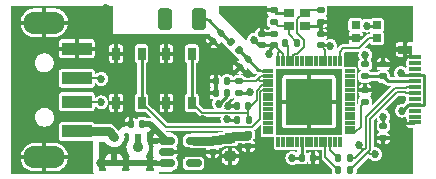
<source format=gbr>
%TF.GenerationSoftware,KiCad,Pcbnew,(6.0.7)*%
%TF.CreationDate,2023-03-11T05:38:16-08:00*%
%TF.ProjectId,ESP_SoC,4553505f-536f-4432-9e6b-696361645f70,rev?*%
%TF.SameCoordinates,Original*%
%TF.FileFunction,Copper,L1,Top*%
%TF.FilePolarity,Positive*%
%FSLAX46Y46*%
G04 Gerber Fmt 4.6, Leading zero omitted, Abs format (unit mm)*
G04 Created by KiCad (PCBNEW (6.0.7)) date 2023-03-11 05:38:16*
%MOMM*%
%LPD*%
G01*
G04 APERTURE LIST*
G04 Aperture macros list*
%AMRoundRect*
0 Rectangle with rounded corners*
0 $1 Rounding radius*
0 $2 $3 $4 $5 $6 $7 $8 $9 X,Y pos of 4 corners*
0 Add a 4 corners polygon primitive as box body*
4,1,4,$2,$3,$4,$5,$6,$7,$8,$9,$2,$3,0*
0 Add four circle primitives for the rounded corners*
1,1,$1+$1,$2,$3*
1,1,$1+$1,$4,$5*
1,1,$1+$1,$6,$7*
1,1,$1+$1,$8,$9*
0 Add four rect primitives between the rounded corners*
20,1,$1+$1,$2,$3,$4,$5,0*
20,1,$1+$1,$4,$5,$6,$7,0*
20,1,$1+$1,$6,$7,$8,$9,0*
20,1,$1+$1,$8,$9,$2,$3,0*%
G04 Aperture macros list end*
%TA.AperFunction,SMDPad,CuDef*%
%ADD10RoundRect,0.135000X-0.135000X-0.185000X0.135000X-0.185000X0.135000X0.185000X-0.135000X0.185000X0*%
%TD*%
%TA.AperFunction,SMDPad,CuDef*%
%ADD11R,2.500000X1.100000*%
%TD*%
%TA.AperFunction,ComponentPad*%
%ADD12O,3.500000X1.900000*%
%TD*%
%TA.AperFunction,SMDPad,CuDef*%
%ADD13RoundRect,0.140000X0.170000X-0.140000X0.170000X0.140000X-0.170000X0.140000X-0.170000X-0.140000X0*%
%TD*%
%TA.AperFunction,SMDPad,CuDef*%
%ADD14RoundRect,0.147500X-0.172500X0.147500X-0.172500X-0.147500X0.172500X-0.147500X0.172500X0.147500X0*%
%TD*%
%TA.AperFunction,SMDPad,CuDef*%
%ADD15RoundRect,0.140000X-0.170000X0.140000X-0.170000X-0.140000X0.170000X-0.140000X0.170000X0.140000X0*%
%TD*%
%TA.AperFunction,SMDPad,CuDef*%
%ADD16R,0.700000X0.700000*%
%TD*%
%TA.AperFunction,SMDPad,CuDef*%
%ADD17RoundRect,0.140000X-0.021213X0.219203X-0.219203X0.021213X0.021213X-0.219203X0.219203X-0.021213X0*%
%TD*%
%TA.AperFunction,SMDPad,CuDef*%
%ADD18RoundRect,0.147500X-0.226274X-0.017678X-0.017678X-0.226274X0.226274X0.017678X0.017678X0.226274X0*%
%TD*%
%TA.AperFunction,SMDPad,CuDef*%
%ADD19RoundRect,0.276000X-0.324000X-0.634000X0.324000X-0.634000X0.324000X0.634000X-0.324000X0.634000X0*%
%TD*%
%TA.AperFunction,SMDPad,CuDef*%
%ADD20RoundRect,0.135000X0.185000X-0.135000X0.185000X0.135000X-0.185000X0.135000X-0.185000X-0.135000X0*%
%TD*%
%TA.AperFunction,SMDPad,CuDef*%
%ADD21RoundRect,0.225000X-0.250000X0.225000X-0.250000X-0.225000X0.250000X-0.225000X0.250000X0.225000X0*%
%TD*%
%TA.AperFunction,SMDPad,CuDef*%
%ADD22RoundRect,0.140000X0.140000X0.170000X-0.140000X0.170000X-0.140000X-0.170000X0.140000X-0.170000X0*%
%TD*%
%TA.AperFunction,SMDPad,CuDef*%
%ADD23R,0.650000X1.050000*%
%TD*%
%TA.AperFunction,SMDPad,CuDef*%
%ADD24R,0.500000X0.500000*%
%TD*%
%TA.AperFunction,SMDPad,CuDef*%
%ADD25RoundRect,0.140000X-0.140000X-0.170000X0.140000X-0.170000X0.140000X0.170000X-0.140000X0.170000X0*%
%TD*%
%TA.AperFunction,SMDPad,CuDef*%
%ADD26R,1.000000X0.380000*%
%TD*%
%TA.AperFunction,SMDPad,CuDef*%
%ADD27R,1.150000X0.700000*%
%TD*%
%TA.AperFunction,SMDPad,CuDef*%
%ADD28RoundRect,0.150000X-0.512500X-0.150000X0.512500X-0.150000X0.512500X0.150000X-0.512500X0.150000X0*%
%TD*%
%TA.AperFunction,SMDPad,CuDef*%
%ADD29RoundRect,0.135000X-0.185000X0.135000X-0.185000X-0.135000X0.185000X-0.135000X0.185000X0.135000X0*%
%TD*%
%TA.AperFunction,SMDPad,CuDef*%
%ADD30RoundRect,0.006600X-0.398400X-0.103400X0.398400X-0.103400X0.398400X0.103400X-0.398400X0.103400X0*%
%TD*%
%TA.AperFunction,SMDPad,CuDef*%
%ADD31RoundRect,0.022000X-0.088000X-0.383000X0.088000X-0.383000X0.088000X0.383000X-0.088000X0.383000X0*%
%TD*%
%TA.AperFunction,SMDPad,CuDef*%
%ADD32R,4.000000X4.000000*%
%TD*%
%TA.AperFunction,SMDPad,CuDef*%
%ADD33R,0.900000X0.800000*%
%TD*%
%TA.AperFunction,ViaPad*%
%ADD34C,0.685800*%
%TD*%
%TA.AperFunction,ViaPad*%
%ADD35C,0.889000*%
%TD*%
%TA.AperFunction,Conductor*%
%ADD36C,0.254000*%
%TD*%
%TA.AperFunction,Conductor*%
%ADD37C,0.154200*%
%TD*%
%TA.AperFunction,Conductor*%
%ADD38C,0.762000*%
%TD*%
%TA.AperFunction,Conductor*%
%ADD39C,0.293370*%
%TD*%
%TA.AperFunction,Conductor*%
%ADD40C,0.508000*%
%TD*%
%TA.AperFunction,Conductor*%
%ADD41C,0.152400*%
%TD*%
%TA.AperFunction,Conductor*%
%ADD42C,0.127000*%
%TD*%
G04 APERTURE END LIST*
D10*
%TO.P,R2,1*%
%TO.N,+3V3*%
X117890000Y-101300000D03*
%TO.P,R2,2*%
%TO.N,CHIP_PU*%
X118910000Y-101300000D03*
%TD*%
D11*
%TO.P,J1,1,VBUS*%
%TO.N,Net-(D1-Pad2)*%
X104350000Y-102250000D03*
%TO.P,J1,2,D-*%
%TO.N,USB_D-*%
X104350000Y-99750000D03*
%TO.P,J1,3,D+*%
%TO.N,USB_D+*%
X104350000Y-97750000D03*
%TO.P,J1,4,GND*%
%TO.N,GND*%
X104350000Y-95250000D03*
D12*
%TO.P,J1,5,Shield*%
X101600000Y-104450000D03*
X101600000Y-93050000D03*
%TD*%
D13*
%TO.P,C2,1*%
%TO.N,+3V3*%
X120000000Y-94980000D03*
%TO.P,C2,2*%
%TO.N,GND*%
X120000000Y-94020000D03*
%TD*%
D10*
%TO.P,R4,1*%
%TO.N,Net-(R4-Pad1)*%
X126490000Y-104500000D03*
%TO.P,R4,2*%
%TO.N,USB_D+*%
X127510000Y-104500000D03*
%TD*%
D14*
%TO.P,L2,1*%
%TO.N,Net-(C5-Pad1)*%
X118100000Y-98015000D03*
%TO.P,L2,2*%
%TO.N,+3V3*%
X118100000Y-98985000D03*
%TD*%
D15*
%TO.P,C7,1*%
%TO.N,+3V3*%
X118850000Y-102520000D03*
%TO.P,C7,2*%
%TO.N,GND*%
X118850000Y-103480000D03*
%TD*%
D10*
%TO.P,R3,1*%
%TO.N,Net-(R3-Pad1)*%
X126490000Y-105500000D03*
%TO.P,R3,2*%
%TO.N,USB_D-*%
X127510000Y-105500000D03*
%TD*%
D13*
%TO.P,C9,1*%
%TO.N,+3V3*%
X125000000Y-94980000D03*
%TO.P,C9,2*%
%TO.N,GND*%
X125000000Y-94020000D03*
%TD*%
D15*
%TO.P,C13,1*%
%TO.N,+3V3*%
X115850000Y-103020000D03*
%TO.P,C13,2*%
%TO.N,GND*%
X115850000Y-103980000D03*
%TD*%
D16*
%TO.P,U3,1,DO*%
%TO.N,unconnected-(U3-Pad1)*%
X127950000Y-93250000D03*
%TO.P,U3,2,GND*%
%TO.N,GND*%
X127950000Y-94350000D03*
%TO.P,U3,3,DI*%
%TO.N,WS_LED*%
X129780000Y-94350000D03*
%TO.P,U3,4,VDD*%
%TO.N,+3V3*%
X129780000Y-93250000D03*
%TD*%
D17*
%TO.P,C3,1*%
%TO.N,Net-(AE1-Pad1)*%
X116589411Y-93910589D03*
%TO.P,C3,2*%
%TO.N,GND*%
X115910589Y-94589411D03*
%TD*%
D15*
%TO.P,C15,1*%
%TO.N,XTAL_N*%
X125000000Y-92020000D03*
%TO.P,C15,2*%
%TO.N,GND*%
X125000000Y-92980000D03*
%TD*%
D18*
%TO.P,L1,1*%
%TO.N,Net-(AE1-Pad1)*%
X117407053Y-94657053D03*
%TO.P,L1,2*%
%TO.N,LNA_IN*%
X118092947Y-95342947D03*
%TD*%
D19*
%TO.P,AE1,1*%
%TO.N,Net-(AE1-Pad1)*%
X114710000Y-92750000D03*
%TO.P,AE1,2*%
%TO.N,N/C*%
X111790000Y-92750000D03*
%TD*%
D20*
%TO.P,R5,1*%
%TO.N,Net-(P1-PadA5)*%
X130300000Y-97610000D03*
%TO.P,R5,2*%
%TO.N,GND*%
X130300000Y-96590000D03*
%TD*%
D21*
%TO.P,C8,1*%
%TO.N,+3V3*%
X117350000Y-102825000D03*
%TO.P,C8,2*%
%TO.N,GND*%
X117350000Y-104375000D03*
%TD*%
D22*
%TO.P,C6,1*%
%TO.N,+3V3*%
X117080000Y-99000000D03*
%TO.P,C6,2*%
%TO.N,GND*%
X116120000Y-99000000D03*
%TD*%
D13*
%TO.P,C16,1*%
%TO.N,VDD*%
X128750000Y-99730000D03*
%TO.P,C16,2*%
%TO.N,GND*%
X128750000Y-98770000D03*
%TD*%
D23*
%TO.P,SW2,1,A*%
%TO.N,GND*%
X107675000Y-99825000D03*
X107675000Y-95675000D03*
%TO.P,SW2,2,B*%
%TO.N,BOOT*%
X109825000Y-95675000D03*
X109825000Y-99825000D03*
%TD*%
D24*
%TO.P,D2,1,K*%
%TO.N,+5V*%
X109500000Y-104900000D03*
%TO.P,D2,2,A*%
%TO.N,Net-(D2-Pad2)*%
X109500000Y-102700000D03*
%TD*%
D20*
%TO.P,R7,1*%
%TO.N,Net-(P1-PadA5)*%
X128750000Y-97610000D03*
%TO.P,R7,2*%
%TO.N,Net-(D2-Pad2)*%
X128750000Y-96590000D03*
%TD*%
D23*
%TO.P,SW1,1,A*%
%TO.N,GND*%
X111925000Y-95675000D03*
X111925000Y-99825000D03*
%TO.P,SW1,2,B*%
%TO.N,CHIP_PU*%
X114075000Y-95675000D03*
X114075000Y-99825000D03*
%TD*%
D24*
%TO.P,D1,1,K*%
%TO.N,+5V*%
X107500000Y-104900000D03*
%TO.P,D1,2,A*%
%TO.N,Net-(D1-Pad2)*%
X107500000Y-102700000D03*
%TD*%
D25*
%TO.P,C10,1*%
%TO.N,+3V3*%
X123395000Y-104500000D03*
%TO.P,C10,2*%
%TO.N,GND*%
X124355000Y-104500000D03*
%TD*%
D22*
%TO.P,C5,1*%
%TO.N,Net-(C5-Pad1)*%
X117080000Y-98000000D03*
%TO.P,C5,2*%
%TO.N,GND*%
X116120000Y-98000000D03*
%TD*%
D26*
%TO.P,P1,A1,GND*%
%TO.N,GND*%
X133010000Y-96000000D03*
%TO.P,P1,A2,TX1+*%
%TO.N,unconnected-(P1-PadA2)*%
X133010000Y-96500000D03*
%TO.P,P1,A3,TX1-*%
%TO.N,unconnected-(P1-PadA3)*%
X133010000Y-97000000D03*
%TO.P,P1,A4,VBUS*%
%TO.N,Net-(D2-Pad2)*%
X133010000Y-97500000D03*
%TO.P,P1,A5,CC*%
%TO.N,Net-(P1-PadA5)*%
X133010000Y-98000000D03*
%TO.P,P1,A6,D+*%
%TO.N,USB_D+*%
X133010000Y-98500000D03*
%TO.P,P1,A7,D-*%
%TO.N,USB_D-*%
X133010000Y-99000000D03*
%TO.P,P1,A8,SBU1*%
%TO.N,unconnected-(P1-PadA8)*%
X133010000Y-99500000D03*
%TO.P,P1,A9,VBUS*%
%TO.N,Net-(D2-Pad2)*%
X133010000Y-100000000D03*
%TO.P,P1,A10,RX2-*%
%TO.N,unconnected-(P1-PadA10)*%
X133010000Y-100500000D03*
%TO.P,P1,A11,RX2+*%
%TO.N,unconnected-(P1-PadA11)*%
X133010000Y-101000000D03*
%TO.P,P1,A12,GND*%
%TO.N,GND*%
X133010000Y-101500000D03*
D27*
%TO.P,P1,S1,SHIELD*%
X132170000Y-95330000D03*
%TD*%
D28*
%TO.P,U1,1,VIN*%
%TO.N,+5V*%
X111962500Y-103050000D03*
%TO.P,U1,2,GND*%
%TO.N,GND*%
X111962500Y-104000000D03*
%TO.P,U1,3,EN*%
%TO.N,+5V*%
X111962500Y-104950000D03*
%TO.P,U1,4,NC*%
%TO.N,unconnected-(U1-Pad4)*%
X114237500Y-104950000D03*
%TO.P,U1,5,VOUT*%
%TO.N,+3V3*%
X114237500Y-103050000D03*
%TD*%
D22*
%TO.P,C11,1*%
%TO.N,CHIP_PU*%
X118880000Y-100100000D03*
%TO.P,C11,2*%
%TO.N,GND*%
X117920000Y-100100000D03*
%TD*%
D13*
%TO.P,C14,1*%
%TO.N,Net-(C14-Pad1)*%
X121000000Y-92960000D03*
%TO.P,C14,2*%
%TO.N,GND*%
X121000000Y-92000000D03*
%TD*%
%TO.P,C1,1*%
%TO.N,+3V3*%
X121000000Y-94980000D03*
%TO.P,C1,2*%
%TO.N,GND*%
X121000000Y-94020000D03*
%TD*%
D29*
%TO.P,R6,1*%
%TO.N,Net-(P1-PadB5)*%
X130300000Y-101790000D03*
%TO.P,R6,2*%
%TO.N,GND*%
X130300000Y-102810000D03*
%TD*%
D10*
%TO.P,R1,1*%
%TO.N,XTAL_P*%
X121990000Y-94750000D03*
%TO.P,R1,2*%
%TO.N,Net-(C14-Pad1)*%
X123010000Y-94750000D03*
%TD*%
D17*
%TO.P,C4,1*%
%TO.N,LNA_IN*%
X118839411Y-96160589D03*
%TO.P,C4,2*%
%TO.N,GND*%
X118160589Y-96839411D03*
%TD*%
D30*
%TO.P,U2,1,LNA_IN*%
%TO.N,LNA_IN*%
X120555000Y-97150000D03*
%TO.P,U2,2,VDD3P3*%
%TO.N,Net-(C5-Pad1)*%
X120555000Y-97550000D03*
%TO.P,U2,3,VDD3P3*%
X120555000Y-97950000D03*
%TO.P,U2,4,CHIP_PU*%
%TO.N,CHIP_PU*%
X120555000Y-98350000D03*
%TO.P,U2,5,GPIO0*%
%TO.N,BOOT*%
X120555000Y-98750000D03*
%TO.P,U2,6,GPIO1*%
%TO.N,unconnected-(U2-Pad6)*%
X120555000Y-99150000D03*
%TO.P,U2,7,GPIO2*%
%TO.N,unconnected-(U2-Pad7)*%
X120555000Y-99550000D03*
%TO.P,U2,8,GPIO3*%
%TO.N,unconnected-(U2-Pad8)*%
X120555000Y-99950000D03*
%TO.P,U2,9,GPIO4*%
%TO.N,unconnected-(U2-Pad9)*%
X120555000Y-100350000D03*
%TO.P,U2,10,GPIO5*%
%TO.N,unconnected-(U2-Pad10)*%
X120555000Y-100750000D03*
%TO.P,U2,11,GPIO6*%
%TO.N,unconnected-(U2-Pad11)*%
X120555000Y-101150000D03*
%TO.P,U2,12,GPIO7*%
%TO.N,unconnected-(U2-Pad12)*%
X120555000Y-101550000D03*
%TO.P,U2,13,GPIO8*%
%TO.N,unconnected-(U2-Pad13)*%
X120555000Y-101950000D03*
%TO.P,U2,14,GPIO9*%
%TO.N,unconnected-(U2-Pad14)*%
X120555000Y-102350000D03*
D31*
%TO.P,U2,15,GPIO10*%
%TO.N,unconnected-(U2-Pad15)*%
X121400000Y-103195000D03*
%TO.P,U2,16,GPIO11*%
%TO.N,unconnected-(U2-Pad16)*%
X121800000Y-103195000D03*
%TO.P,U2,17,GPIO12*%
%TO.N,unconnected-(U2-Pad17)*%
X122200000Y-103195000D03*
%TO.P,U2,18,GPIO13*%
%TO.N,unconnected-(U2-Pad18)*%
X122600000Y-103195000D03*
%TO.P,U2,19,GPIO14*%
%TO.N,unconnected-(U2-Pad19)*%
X123000000Y-103195000D03*
%TO.P,U2,20,VDD3P3_RTC*%
%TO.N,+3V3*%
X123400000Y-103195000D03*
%TO.P,U2,21,XTAL_32K_P*%
%TO.N,unconnected-(U2-Pad21)*%
X123800000Y-103195000D03*
%TO.P,U2,22,XTAL_32K_N*%
%TO.N,unconnected-(U2-Pad22)*%
X124200000Y-103195000D03*
%TO.P,U2,23,GPIO17*%
%TO.N,unconnected-(U2-Pad23)*%
X124600000Y-103195000D03*
%TO.P,U2,24,GPIO18*%
%TO.N,unconnected-(U2-Pad24)*%
X125000000Y-103195000D03*
%TO.P,U2,25,GPIO19*%
%TO.N,Net-(R3-Pad1)*%
X125400000Y-103195000D03*
%TO.P,U2,26,GPIO20*%
%TO.N,Net-(R4-Pad1)*%
X125800000Y-103195000D03*
%TO.P,U2,27,GPIO21*%
%TO.N,unconnected-(U2-Pad27)*%
X126200000Y-103195000D03*
%TO.P,U2,28,SPICS1*%
%TO.N,unconnected-(U2-Pad28)*%
X126600000Y-103195000D03*
D30*
%TO.P,U2,29,VDD_SPI*%
%TO.N,VDD*%
X127445000Y-102350000D03*
%TO.P,U2,30,SPIHD*%
%TO.N,unconnected-(U2-Pad30)*%
X127445000Y-101950000D03*
%TO.P,U2,31,SPIWP*%
%TO.N,unconnected-(U2-Pad31)*%
X127445000Y-101550000D03*
%TO.P,U2,32,SPICS0*%
%TO.N,unconnected-(U2-Pad32)*%
X127445000Y-101150000D03*
%TO.P,U2,33,SPICLK*%
%TO.N,unconnected-(U2-Pad33)*%
X127445000Y-100750000D03*
%TO.P,U2,34,SPIQ*%
%TO.N,unconnected-(U2-Pad34)*%
X127445000Y-100350000D03*
%TO.P,U2,35,SPID*%
%TO.N,unconnected-(U2-Pad35)*%
X127445000Y-99950000D03*
%TO.P,U2,36,SPICLK_N*%
%TO.N,unconnected-(U2-Pad36)*%
X127445000Y-99550000D03*
%TO.P,U2,37,SPICLK_P*%
%TO.N,unconnected-(U2-Pad37)*%
X127445000Y-99150000D03*
%TO.P,U2,38,GPIO33*%
%TO.N,unconnected-(U2-Pad38)*%
X127445000Y-98750000D03*
%TO.P,U2,39,GPIO34*%
%TO.N,unconnected-(U2-Pad39)*%
X127445000Y-98350000D03*
%TO.P,U2,40,GPIO35*%
%TO.N,unconnected-(U2-Pad40)*%
X127445000Y-97950000D03*
%TO.P,U2,41,GPIO36*%
%TO.N,unconnected-(U2-Pad41)*%
X127445000Y-97550000D03*
%TO.P,U2,42,GPIO37*%
%TO.N,unconnected-(U2-Pad42)*%
X127445000Y-97150000D03*
D31*
%TO.P,U2,43,GPIO38*%
%TO.N,WS_LED*%
X126600000Y-96305000D03*
%TO.P,U2,44,MTCK*%
%TO.N,unconnected-(U2-Pad44)*%
X126200000Y-96305000D03*
%TO.P,U2,45,MTDO*%
%TO.N,unconnected-(U2-Pad45)*%
X125800000Y-96305000D03*
%TO.P,U2,46,VDD3P3_CPU*%
%TO.N,+3V3*%
X125400000Y-96305000D03*
%TO.P,U2,47,MTDI*%
%TO.N,unconnected-(U2-Pad47)*%
X125000000Y-96305000D03*
%TO.P,U2,48,MTMS*%
%TO.N,unconnected-(U2-Pad48)*%
X124600000Y-96305000D03*
%TO.P,U2,49,U0TXD*%
%TO.N,unconnected-(U2-Pad49)*%
X124200000Y-96305000D03*
%TO.P,U2,50,U0RXD*%
%TO.N,unconnected-(U2-Pad50)*%
X123800000Y-96305000D03*
%TO.P,U2,51,GPIO45*%
%TO.N,unconnected-(U2-Pad51)*%
X123400000Y-96305000D03*
%TO.P,U2,52,GPIO46*%
%TO.N,unconnected-(U2-Pad52)*%
X123000000Y-96305000D03*
%TO.P,U2,53,XTAL_N*%
%TO.N,XTAL_N*%
X122600000Y-96305000D03*
%TO.P,U2,54,XTAL_P*%
%TO.N,XTAL_P*%
X122200000Y-96305000D03*
%TO.P,U2,55,VDDA1*%
%TO.N,+3V3*%
X121800000Y-96305000D03*
%TO.P,U2,56,VDDA2*%
X121400000Y-96305000D03*
D32*
%TO.P,U2,57,GND*%
%TO.N,GND*%
X124000000Y-99750000D03*
%TD*%
D33*
%TO.P,Y1,1,1*%
%TO.N,Net-(C14-Pad1)*%
X122300000Y-93300000D03*
%TO.P,Y1,2,2*%
%TO.N,GND*%
X123700000Y-93300000D03*
%TO.P,Y1,3,3*%
%TO.N,XTAL_N*%
X123700000Y-92200000D03*
%TO.P,Y1,4,4*%
%TO.N,GND*%
X122300000Y-92200000D03*
%TD*%
D22*
%TO.P,C12,1*%
%TO.N,+5V*%
X109880000Y-101600000D03*
%TO.P,C12,2*%
%TO.N,GND*%
X108920000Y-101600000D03*
%TD*%
D34*
%TO.N,+3V3*%
X125800000Y-95000000D03*
X118079000Y-102621000D03*
X116400000Y-99900000D03*
X119337156Y-94518432D03*
X122600000Y-104500000D03*
X116580000Y-102900000D03*
X128900000Y-93300000D03*
X119000000Y-98900000D03*
X120600000Y-95700000D03*
X117100000Y-101226500D03*
%TO.N,GND*%
X117800000Y-93000000D03*
X106800000Y-92700000D03*
X117178019Y-100133500D03*
X104700000Y-104500000D03*
D35*
X122750000Y-98500000D03*
D34*
X131000000Y-94500000D03*
X126700000Y-94500000D03*
X106800000Y-91800000D03*
X112800000Y-94500000D03*
D35*
X124000000Y-99750000D03*
D34*
X106800000Y-93600000D03*
X107800000Y-94500000D03*
D35*
X122750000Y-101000000D03*
D34*
X107700000Y-101100000D03*
X117400000Y-96100000D03*
X115000000Y-101226500D03*
X131000000Y-92300000D03*
X126700000Y-92300000D03*
X113000000Y-97800000D03*
X115300000Y-99900000D03*
D35*
X124000000Y-98500000D03*
D34*
X113800000Y-94500000D03*
X117000000Y-92200000D03*
X109800000Y-94500000D03*
X119875000Y-104499500D03*
X114800000Y-94500000D03*
D35*
X124000000Y-101000000D03*
D34*
X118800000Y-97400000D03*
X108800000Y-94500000D03*
D35*
X125250000Y-98500000D03*
D34*
X106800000Y-94500000D03*
D35*
X122750000Y-99750000D03*
X125250000Y-101000000D03*
D34*
X111800000Y-94500000D03*
X129750000Y-98750000D03*
X118600000Y-93800000D03*
D35*
X125250000Y-99750000D03*
D34*
X108800000Y-97800000D03*
X112800000Y-101226500D03*
X116700000Y-95400000D03*
X110800000Y-94500000D03*
X119875000Y-103000000D03*
X130700000Y-103800000D03*
%TO.N,+5V*%
X106300000Y-104900000D03*
%TO.N,USB_D-*%
X106400000Y-99800000D03*
X129600000Y-104200000D03*
%TO.N,USB_D+*%
X128200000Y-103400000D03*
X106400000Y-97800000D03*
%TO.N,Net-(P1-PadB5)*%
X130300000Y-101000000D03*
%TO.N,Net-(D2-Pad2)*%
X128775000Y-95775000D03*
X131800000Y-97300000D03*
D35*
X109500000Y-103600000D03*
D34*
X131900000Y-100500000D03*
%TD*%
D36*
%TO.N,+3V3*%
X120000000Y-94980000D02*
X121000000Y-94980000D01*
X125000000Y-94980000D02*
X125780000Y-94980000D01*
D37*
X121400000Y-96305000D02*
X121400000Y-95600000D01*
D36*
X119798724Y-94980000D02*
X119337156Y-94518432D01*
X118915000Y-98985000D02*
X119000000Y-98900000D01*
D38*
X117554000Y-102621000D02*
X118079000Y-102621000D01*
D36*
X120600000Y-95700000D02*
X120600000Y-95380000D01*
X128900000Y-93300000D02*
X129730000Y-93300000D01*
X125780000Y-94980000D02*
X125800000Y-95000000D01*
D38*
X115050000Y-103050000D02*
X115820000Y-103050000D01*
D37*
X125400000Y-96305000D02*
X125400000Y-95380000D01*
D36*
X116400000Y-99900000D02*
X117080000Y-99220000D01*
D39*
X117173500Y-101300000D02*
X117100000Y-101226500D01*
D36*
X123400000Y-103195000D02*
X123400000Y-104495000D01*
D37*
X121400000Y-95600000D02*
X121550000Y-95450000D01*
X121080000Y-94980000D02*
X121000000Y-94980000D01*
X125400000Y-95380000D02*
X125000000Y-94980000D01*
D36*
X129730000Y-93300000D02*
X129780000Y-93250000D01*
D39*
X117890000Y-101300000D02*
X117173500Y-101300000D01*
D36*
X117080000Y-99220000D02*
X117080000Y-99000000D01*
D38*
X116460000Y-103020000D02*
X116580000Y-102900000D01*
X117350000Y-102825000D02*
X117554000Y-102621000D01*
X118079000Y-102621000D02*
X118749000Y-102621000D01*
X115820000Y-103050000D02*
X115850000Y-103020000D01*
D37*
X121550000Y-95450000D02*
X121080000Y-94980000D01*
X121800000Y-95700000D02*
X121550000Y-95450000D01*
X121800000Y-96305000D02*
X121800000Y-95700000D01*
D36*
X123395000Y-104500000D02*
X122600000Y-104500000D01*
D38*
X115850000Y-103020000D02*
X116460000Y-103020000D01*
X117275000Y-102900000D02*
X117350000Y-102825000D01*
X116580000Y-102900000D02*
X117275000Y-102900000D01*
D36*
X123400000Y-104495000D02*
X123395000Y-104500000D01*
X120000000Y-94980000D02*
X119798724Y-94980000D01*
D38*
X114237500Y-103050000D02*
X115050000Y-103050000D01*
D36*
X120600000Y-95380000D02*
X121000000Y-94980000D01*
X118100000Y-98985000D02*
X118915000Y-98985000D01*
%TO.N,GND*%
X121200000Y-92200000D02*
X121000000Y-92000000D01*
D37*
X132840000Y-96000000D02*
X132170000Y-95330000D01*
D36*
X123700000Y-93300000D02*
X124680000Y-93300000D01*
X124680000Y-93300000D02*
X125000000Y-92980000D01*
X117920000Y-100100000D02*
X117211519Y-100100000D01*
X122300000Y-92200000D02*
X121200000Y-92200000D01*
D37*
X133010000Y-96000000D02*
X132840000Y-96000000D01*
D36*
X117211519Y-100100000D02*
X117178019Y-100133500D01*
D39*
%TO.N,LNA_IN*%
X119711664Y-97032842D02*
X118839411Y-96160589D01*
X118839411Y-96089411D02*
X118092947Y-95342947D01*
X120555000Y-97150000D02*
X119994507Y-97150000D01*
X118839411Y-96160589D02*
X118839411Y-96089411D01*
X119994507Y-97149994D02*
G75*
G02*
X119711665Y-97032841I-7J399994D01*
G01*
D37*
%TO.N,Net-(C5-Pad1)*%
X117095000Y-98015000D02*
X117080000Y-98000000D01*
X119485000Y-98015000D02*
X118100000Y-98015000D01*
X119850000Y-97950000D02*
X119700000Y-97800000D01*
X119950000Y-97550000D02*
X119700000Y-97800000D01*
X118100000Y-98015000D02*
X117095000Y-98015000D01*
X119700000Y-97800000D02*
X119485000Y-98015000D01*
X120555000Y-97550000D02*
X119950000Y-97550000D01*
X120555000Y-97950000D02*
X119850000Y-97950000D01*
%TO.N,CHIP_PU*%
X118880000Y-100680000D02*
X118880000Y-101270000D01*
X114930000Y-100680000D02*
X114075000Y-99825000D01*
D36*
X114075000Y-95675000D02*
X114075000Y-99825000D01*
D37*
X118880000Y-101270000D02*
X118910000Y-101300000D01*
X119100000Y-100100000D02*
X118880000Y-100100000D01*
X119600000Y-98800000D02*
X119600000Y-99600000D01*
X119600000Y-99600000D02*
X119100000Y-100100000D01*
X118880000Y-100100000D02*
X118880000Y-100680000D01*
X120050000Y-98350000D02*
X119600000Y-98800000D01*
X120555000Y-98350000D02*
X120050000Y-98350000D01*
X118880000Y-100680000D02*
X114930000Y-100680000D01*
D40*
%TO.N,+5V*%
X110512500Y-101600000D02*
X111962500Y-103050000D01*
X106300000Y-104900000D02*
X107500000Y-104900000D01*
X109880000Y-101600000D02*
X110512500Y-101600000D01*
D37*
%TO.N,Net-(C14-Pad1)*%
X122300000Y-93300000D02*
X121340000Y-93300000D01*
X122300000Y-94040000D02*
X122300000Y-93300000D01*
X123010000Y-94750000D02*
X122300000Y-94040000D01*
X121340000Y-93300000D02*
X121000000Y-92960000D01*
D41*
%TO.N,XTAL_N*%
X123700000Y-92200000D02*
X123543600Y-92200000D01*
X123000000Y-92743600D02*
X123000000Y-93900000D01*
X122600000Y-95915519D02*
X122600000Y-96305000D01*
X123880000Y-92020000D02*
X123700000Y-92200000D01*
X123600000Y-94500000D02*
X123600000Y-95100000D01*
X123003200Y-95696800D02*
X122818719Y-95696800D01*
X123000000Y-93900000D02*
X123600000Y-94500000D01*
X125000000Y-92020000D02*
X123880000Y-92020000D01*
X122818719Y-95696800D02*
X122600000Y-95915519D01*
X123600000Y-95100000D02*
X123003200Y-95696800D01*
X123543600Y-92200000D02*
X123000000Y-92743600D01*
%TO.N,USB_D-*%
X131434170Y-98953200D02*
X129200000Y-101187370D01*
X133010000Y-99000000D02*
X132259999Y-99000000D01*
X129005000Y-104005000D02*
X127510000Y-105500000D01*
X129200000Y-103810000D02*
X129005000Y-104005000D01*
X129200000Y-101187370D02*
X129200000Y-103810000D01*
X132213199Y-98953200D02*
X131434170Y-98953200D01*
D37*
X129005000Y-104005000D02*
X129200000Y-104200000D01*
X106350000Y-99750000D02*
X106400000Y-99800000D01*
X129200000Y-104200000D02*
X129600000Y-104200000D01*
D41*
X132259999Y-99000000D02*
X132213199Y-98953200D01*
D37*
X104400000Y-99750000D02*
X106350000Y-99750000D01*
D41*
%TO.N,USB_D+*%
X131265830Y-98546800D02*
X128800000Y-101012630D01*
D37*
X106350000Y-97750000D02*
X104400000Y-97750000D01*
D41*
X128617632Y-103817632D02*
X127935263Y-104500000D01*
X133010000Y-98500000D02*
X132259999Y-98500000D01*
X132259999Y-98500000D02*
X132213199Y-98546800D01*
X132213199Y-98546800D02*
X131265830Y-98546800D01*
X128800000Y-102400000D02*
X128800000Y-103635263D01*
X127935263Y-104500000D02*
X127510000Y-104500000D01*
X128800000Y-103635263D02*
X128617632Y-103817632D01*
D37*
X128617632Y-103817632D02*
X128200000Y-103400000D01*
D41*
X128800000Y-101012630D02*
X128800000Y-102400000D01*
D37*
X106400000Y-97800000D02*
X106350000Y-97750000D01*
D36*
%TO.N,Net-(P1-PadA5)*%
X133010000Y-98000000D02*
X130690000Y-98000000D01*
X130690000Y-98000000D02*
X130300000Y-97610000D01*
X128750000Y-97610000D02*
X130300000Y-97610000D01*
%TO.N,Net-(P1-PadB5)*%
X130300000Y-101790000D02*
X130300000Y-101000000D01*
D41*
%TO.N,XTAL_P*%
X122200000Y-94960000D02*
X121990000Y-94750000D01*
X122200000Y-96305000D02*
X122200000Y-94960000D01*
D37*
%TO.N,Net-(R3-Pad1)*%
X125400000Y-104410000D02*
X126490000Y-105500000D01*
X125400000Y-103195000D02*
X125400000Y-104410000D01*
%TO.N,Net-(R4-Pad1)*%
X125800000Y-103810000D02*
X126490000Y-104500000D01*
X125800000Y-103195000D02*
X125800000Y-103810000D01*
D36*
%TO.N,BOOT*%
X109825000Y-99825000D02*
X109825000Y-95675000D01*
D37*
X109825000Y-99825000D02*
X111900000Y-101900000D01*
X120050000Y-98750000D02*
X120555000Y-98750000D01*
X119881200Y-98918800D02*
X120050000Y-98750000D01*
X119881200Y-101218800D02*
X119881200Y-98918800D01*
X119200000Y-101900000D02*
X119881200Y-101218800D01*
X111900000Y-101900000D02*
X119200000Y-101900000D01*
D36*
%TO.N,Net-(D2-Pad2)*%
X132000000Y-97500000D02*
X131800000Y-97300000D01*
X133708000Y-97500000D02*
X133764000Y-97556000D01*
X133010000Y-97500000D02*
X132000000Y-97500000D01*
D40*
X109500000Y-102700000D02*
X109500000Y-103600000D01*
D36*
X132400000Y-100000000D02*
X133010000Y-100000000D01*
X131900000Y-100500000D02*
X132400000Y-100000000D01*
X133708000Y-100000000D02*
X133010000Y-100000000D01*
X133010000Y-97500000D02*
X133708000Y-97500000D01*
X128775000Y-95775000D02*
X128775000Y-96565000D01*
X133764000Y-99944000D02*
X133708000Y-100000000D01*
X133764000Y-97556000D02*
X133764000Y-99944000D01*
X128775000Y-96565000D02*
X128750000Y-96590000D01*
D42*
%TO.N,VDD*%
X128400000Y-100080000D02*
X128400000Y-101850000D01*
X127900000Y-102350000D02*
X127445000Y-102350000D01*
X128750000Y-99730000D02*
X128400000Y-100080000D01*
X128400000Y-101850000D02*
X127900000Y-102350000D01*
D39*
%TO.N,Net-(AE1-Pad1)*%
X117335875Y-94657053D02*
X116589411Y-93910589D01*
X114710000Y-92750000D02*
X115263137Y-92750000D01*
X115545980Y-92867158D02*
X116589411Y-93910589D01*
X117407053Y-94657053D02*
X117335875Y-94657053D01*
X115545962Y-92867176D02*
G75*
G03*
X115263137Y-92750000I-282862J-282824D01*
G01*
D38*
%TO.N,Net-(D1-Pad2)*%
X104400000Y-102250000D02*
X107050000Y-102250000D01*
X107050000Y-102250000D02*
X107500000Y-102700000D01*
D37*
%TO.N,WS_LED*%
X128204100Y-95200000D02*
X129054100Y-94350000D01*
X126900000Y-95200000D02*
X128204100Y-95200000D01*
X126600000Y-96305000D02*
X126600000Y-95500000D01*
X126600000Y-95500000D02*
X126900000Y-95200000D01*
X129054100Y-94350000D02*
X129780000Y-94350000D01*
%TD*%
%TA.AperFunction,Conductor*%
%TO.N,+5V*%
G36*
X110876512Y-101705129D02*
G01*
X110883095Y-101711258D01*
X111250244Y-102078407D01*
X111284270Y-102140719D01*
X111279205Y-102211534D01*
X111236658Y-102268370D01*
X111201471Y-102285921D01*
X111201487Y-102285958D01*
X111200803Y-102286254D01*
X111196302Y-102288499D01*
X111194212Y-102289106D01*
X111179779Y-102295352D01*
X111050322Y-102371911D01*
X111037896Y-102381551D01*
X110931551Y-102487896D01*
X110921911Y-102500322D01*
X110845352Y-102629779D01*
X110839107Y-102644210D01*
X110800061Y-102778605D01*
X110800101Y-102792706D01*
X110807370Y-102796000D01*
X112090500Y-102796000D01*
X112158621Y-102816002D01*
X112205114Y-102869658D01*
X112216500Y-102922000D01*
X112216500Y-103065500D01*
X112196498Y-103133621D01*
X112142842Y-103180114D01*
X112090500Y-103191500D01*
X111383498Y-103191500D01*
X111381050Y-103191693D01*
X111381042Y-103191693D01*
X111352579Y-103193933D01*
X111352574Y-103193934D01*
X111346169Y-103194438D01*
X111248693Y-103222757D01*
X111194012Y-103238643D01*
X111194010Y-103238644D01*
X111186399Y-103240855D01*
X111179572Y-103244892D01*
X111179573Y-103244892D01*
X111109297Y-103286453D01*
X111045158Y-103304000D01*
X110813122Y-103304000D01*
X110799591Y-103307973D01*
X110798456Y-103315871D01*
X110839107Y-103455790D01*
X110847128Y-103474326D01*
X110855824Y-103544788D01*
X110847128Y-103574404D01*
X110844889Y-103579577D01*
X110840855Y-103586399D01*
X110838644Y-103594010D01*
X110838643Y-103594012D01*
X110828118Y-103630241D01*
X110794438Y-103746169D01*
X110793934Y-103752574D01*
X110793933Y-103752579D01*
X110791693Y-103781042D01*
X110791500Y-103783498D01*
X110791500Y-104216502D01*
X110794438Y-104253831D01*
X110812149Y-104314794D01*
X110833558Y-104388483D01*
X110840855Y-104413601D01*
X110844889Y-104420423D01*
X110847128Y-104425596D01*
X110855824Y-104496058D01*
X110847128Y-104525674D01*
X110839107Y-104544210D01*
X110800061Y-104678605D01*
X110800101Y-104692706D01*
X110807370Y-104696000D01*
X111045158Y-104696000D01*
X111109297Y-104713547D01*
X111186399Y-104759145D01*
X111194010Y-104761356D01*
X111194012Y-104761357D01*
X111246231Y-104776528D01*
X111346169Y-104805562D01*
X111352574Y-104806066D01*
X111352579Y-104806067D01*
X111381042Y-104808307D01*
X111381050Y-104808307D01*
X111383498Y-104808500D01*
X112090500Y-104808500D01*
X112158621Y-104828502D01*
X112205114Y-104882158D01*
X112216500Y-104934500D01*
X112216500Y-105078000D01*
X112196498Y-105146121D01*
X112142842Y-105192614D01*
X112090500Y-105204000D01*
X110813122Y-105204000D01*
X110799591Y-105207973D01*
X110798456Y-105215871D01*
X110839107Y-105355790D01*
X110845352Y-105370221D01*
X110863768Y-105401361D01*
X110881227Y-105470177D01*
X110858710Y-105537509D01*
X110803366Y-105581978D01*
X110755314Y-105591500D01*
X110304572Y-105591500D01*
X110236451Y-105571498D01*
X110189958Y-105517842D01*
X110179854Y-105447568D01*
X110194052Y-105404992D01*
X110203321Y-105388061D01*
X110248478Y-105267606D01*
X110252105Y-105252351D01*
X110257631Y-105201486D01*
X110258000Y-105194672D01*
X110258000Y-105168115D01*
X110253525Y-105152876D01*
X110252135Y-105151671D01*
X110244452Y-105150000D01*
X108760116Y-105150000D01*
X108744877Y-105154475D01*
X108743672Y-105155865D01*
X108742001Y-105163548D01*
X108742001Y-105194669D01*
X108742371Y-105201490D01*
X108747895Y-105252352D01*
X108751521Y-105267604D01*
X108796679Y-105388061D01*
X108805948Y-105404992D01*
X108821117Y-105474349D01*
X108796380Y-105540897D01*
X108739592Y-105583507D01*
X108695428Y-105591500D01*
X108304572Y-105591500D01*
X108236451Y-105571498D01*
X108189958Y-105517842D01*
X108179854Y-105447568D01*
X108194052Y-105404992D01*
X108203321Y-105388061D01*
X108248478Y-105267606D01*
X108252105Y-105252351D01*
X108257631Y-105201486D01*
X108258000Y-105194672D01*
X108258000Y-105168115D01*
X108253525Y-105152876D01*
X108252135Y-105151671D01*
X108244452Y-105150000D01*
X106760116Y-105150000D01*
X106744877Y-105154475D01*
X106743672Y-105155865D01*
X106742001Y-105163548D01*
X106742001Y-105194669D01*
X106742371Y-105201490D01*
X106747895Y-105252352D01*
X106751521Y-105267604D01*
X106796679Y-105388061D01*
X106805948Y-105404992D01*
X106821117Y-105474349D01*
X106796380Y-105540897D01*
X106739592Y-105583507D01*
X106695428Y-105591500D01*
X106326000Y-105591500D01*
X106257879Y-105571498D01*
X106211386Y-105517842D01*
X106200000Y-105465500D01*
X106200000Y-104631885D01*
X106742000Y-104631885D01*
X106746475Y-104647124D01*
X106747865Y-104648329D01*
X106755548Y-104650000D01*
X107231885Y-104650000D01*
X107247124Y-104645525D01*
X107248329Y-104644135D01*
X107250000Y-104636452D01*
X107250000Y-104631885D01*
X107750000Y-104631885D01*
X107754475Y-104647124D01*
X107755865Y-104648329D01*
X107763548Y-104650000D01*
X108239884Y-104650000D01*
X108255123Y-104645525D01*
X108256328Y-104644135D01*
X108257999Y-104636452D01*
X108257999Y-104605331D01*
X108257629Y-104598510D01*
X108252105Y-104547648D01*
X108248479Y-104532396D01*
X108203324Y-104411946D01*
X108194786Y-104396351D01*
X108118285Y-104294276D01*
X108105724Y-104281715D01*
X108003649Y-104205214D01*
X107988054Y-104196676D01*
X107867606Y-104151522D01*
X107852351Y-104147895D01*
X107801486Y-104142369D01*
X107794672Y-104142000D01*
X107768115Y-104142000D01*
X107752876Y-104146475D01*
X107751671Y-104147865D01*
X107750000Y-104155548D01*
X107750000Y-104631885D01*
X107250000Y-104631885D01*
X107250000Y-104160116D01*
X107245525Y-104144877D01*
X107244135Y-104143672D01*
X107236452Y-104142001D01*
X107205331Y-104142001D01*
X107198510Y-104142371D01*
X107147648Y-104147895D01*
X107132396Y-104151521D01*
X107011946Y-104196676D01*
X106996351Y-104205214D01*
X106894276Y-104281715D01*
X106881715Y-104294276D01*
X106805214Y-104396351D01*
X106796676Y-104411946D01*
X106751522Y-104532394D01*
X106747895Y-104547649D01*
X106742369Y-104598514D01*
X106742000Y-104605328D01*
X106742000Y-104631885D01*
X106200000Y-104631885D01*
X106200000Y-103265500D01*
X106220002Y-103197379D01*
X106273658Y-103150886D01*
X106326000Y-103139500D01*
X106629367Y-103139500D01*
X106697488Y-103159502D01*
X106718462Y-103176405D01*
X106903994Y-103361937D01*
X106906569Y-103364022D01*
X107007742Y-103445951D01*
X107007746Y-103445953D01*
X107012875Y-103450107D01*
X107179475Y-103534994D01*
X107185848Y-103536702D01*
X107185849Y-103536702D01*
X107353709Y-103581680D01*
X107353713Y-103581681D01*
X107360085Y-103583388D01*
X107366677Y-103583733D01*
X107366680Y-103583734D01*
X107540218Y-103592829D01*
X107540223Y-103592829D01*
X107546810Y-103593174D01*
X107553325Y-103592142D01*
X107553327Y-103592142D01*
X107613627Y-103582591D01*
X107731488Y-103563924D01*
X107737647Y-103561560D01*
X107737650Y-103561559D01*
X107899886Y-103499282D01*
X107899888Y-103499281D01*
X107906049Y-103496916D01*
X108062864Y-103395079D01*
X108195079Y-103262864D01*
X108296916Y-103106049D01*
X108311877Y-103067075D01*
X108361559Y-102937650D01*
X108361560Y-102937647D01*
X108363924Y-102931488D01*
X108393174Y-102746810D01*
X108388580Y-102659138D01*
X108383734Y-102566680D01*
X108383733Y-102566677D01*
X108383388Y-102560085D01*
X108374434Y-102526668D01*
X108376122Y-102455691D01*
X108415916Y-102396895D01*
X108481180Y-102368946D01*
X108531293Y-102373058D01*
X108650653Y-102407735D01*
X108710488Y-102445948D01*
X108740166Y-102510444D01*
X108741500Y-102528732D01*
X108741500Y-102577181D01*
X108740067Y-102596130D01*
X108739530Y-102599662D01*
X108738196Y-102605112D01*
X108737500Y-102616330D01*
X108737500Y-102980678D01*
X108715462Y-103051866D01*
X108713818Y-103054266D01*
X108709862Y-103058981D01*
X108706901Y-103064367D01*
X108706897Y-103064373D01*
X108659337Y-103150886D01*
X108619826Y-103222757D01*
X108617965Y-103228624D01*
X108617964Y-103228626D01*
X108614085Y-103240855D01*
X108563315Y-103400901D01*
X108542482Y-103586630D01*
X108558121Y-103772867D01*
X108609636Y-103952520D01*
X108695064Y-104118746D01*
X108698887Y-104123570D01*
X108698890Y-104123574D01*
X108798290Y-104248984D01*
X108824928Y-104314794D01*
X108811757Y-104384558D01*
X108809362Y-104388396D01*
X108809521Y-104388483D01*
X108796677Y-104411942D01*
X108751522Y-104532394D01*
X108747895Y-104547649D01*
X108742369Y-104598514D01*
X108742000Y-104605328D01*
X108742000Y-104631885D01*
X108746475Y-104647124D01*
X108747865Y-104648329D01*
X108755548Y-104650000D01*
X110239884Y-104650000D01*
X110255123Y-104645525D01*
X110256328Y-104644135D01*
X110257999Y-104636452D01*
X110257999Y-104605331D01*
X110257629Y-104598510D01*
X110252105Y-104547648D01*
X110248479Y-104532396D01*
X110203324Y-104411946D01*
X110190478Y-104388483D01*
X110193095Y-104387050D01*
X110173493Y-104334598D01*
X110188540Y-104265214D01*
X110203785Y-104243198D01*
X110282507Y-104151998D01*
X110374821Y-103989495D01*
X110389091Y-103946600D01*
X110431867Y-103818009D01*
X110433814Y-103812157D01*
X110439553Y-103766727D01*
X110456796Y-103630241D01*
X110456797Y-103630232D01*
X110457238Y-103626738D01*
X110457611Y-103600000D01*
X110439373Y-103413999D01*
X110435419Y-103400901D01*
X110406162Y-103304000D01*
X110385355Y-103235083D01*
X110297615Y-103070066D01*
X110293719Y-103065289D01*
X110293715Y-103065283D01*
X110290858Y-103061780D01*
X110263303Y-102996349D01*
X110262500Y-102982144D01*
X110262500Y-102655475D01*
X110259348Y-102628439D01*
X110258500Y-102613849D01*
X110258500Y-102453659D01*
X110278502Y-102385538D01*
X110320361Y-102345205D01*
X110413499Y-102290124D01*
X110425926Y-102280484D01*
X110530484Y-102175926D01*
X110540124Y-102163499D01*
X110615396Y-102036220D01*
X110621643Y-102021784D01*
X110663312Y-101878359D01*
X110665614Y-101865756D01*
X110667807Y-101837898D01*
X110668000Y-101832969D01*
X110668000Y-101800353D01*
X110688002Y-101732232D01*
X110741658Y-101685739D01*
X110811932Y-101675635D01*
X110876512Y-101705129D01*
G37*
%TD.AperFunction*%
%TD*%
%TA.AperFunction,Conductor*%
%TO.N,GND*%
G36*
X132094413Y-99282884D02*
G01*
X132119799Y-99300659D01*
X132121191Y-99301032D01*
X132121193Y-99301033D01*
X132131803Y-99303876D01*
X132135778Y-99305522D01*
X132146537Y-99311734D01*
X132147959Y-99311985D01*
X132147960Y-99311985D01*
X132188500Y-99319133D01*
X132189906Y-99319444D01*
X132227663Y-99329561D01*
X132231085Y-99330478D01*
X132241562Y-99329561D01*
X132253606Y-99333358D01*
X132259437Y-99344559D01*
X132259500Y-99345998D01*
X132259500Y-99636988D01*
X132254667Y-99648655D01*
X132250837Y-99651508D01*
X132228905Y-99663342D01*
X132228212Y-99663695D01*
X132198613Y-99677908D01*
X132179934Y-99686877D01*
X132175685Y-99690450D01*
X132173901Y-99692234D01*
X132170069Y-99695088D01*
X132166630Y-99696943D01*
X132166628Y-99696945D01*
X132165428Y-99697592D01*
X132164071Y-99699060D01*
X132127567Y-99738550D01*
X132127118Y-99739017D01*
X131962887Y-99903248D01*
X131951220Y-99908081D01*
X131949067Y-99907940D01*
X131900000Y-99901480D01*
X131898929Y-99901621D01*
X131746160Y-99921733D01*
X131746157Y-99921734D01*
X131745092Y-99921874D01*
X131744095Y-99922287D01*
X131667919Y-99953840D01*
X131600740Y-99981666D01*
X131599880Y-99982326D01*
X131599878Y-99982327D01*
X131497755Y-100060689D01*
X131476782Y-100076782D01*
X131476126Y-100077637D01*
X131382802Y-100199260D01*
X131381666Y-100200740D01*
X131381250Y-100201743D01*
X131381250Y-100201744D01*
X131340247Y-100300735D01*
X131321874Y-100345092D01*
X131321734Y-100346157D01*
X131321733Y-100346160D01*
X131308596Y-100445950D01*
X131301480Y-100500000D01*
X131301621Y-100501071D01*
X131317554Y-100622092D01*
X131321874Y-100654908D01*
X131322287Y-100655905D01*
X131381055Y-100797784D01*
X131381666Y-100799260D01*
X131382326Y-100800120D01*
X131382327Y-100800122D01*
X131442033Y-100877932D01*
X131476782Y-100923218D01*
X131492855Y-100935551D01*
X131599878Y-101017673D01*
X131599880Y-101017674D01*
X131600740Y-101018334D01*
X131601743Y-101018750D01*
X131601744Y-101018750D01*
X131665828Y-101045294D01*
X131745092Y-101078126D01*
X131746157Y-101078266D01*
X131746160Y-101078267D01*
X131898929Y-101098379D01*
X131900000Y-101098520D01*
X131901071Y-101098379D01*
X132053840Y-101078267D01*
X132053843Y-101078266D01*
X132054908Y-101078126D01*
X132134172Y-101045294D01*
X132198256Y-101018750D01*
X132198257Y-101018750D01*
X132199260Y-101018334D01*
X132200120Y-101017674D01*
X132200122Y-101017673D01*
X132232955Y-100992479D01*
X132245154Y-100989210D01*
X132256090Y-100995524D01*
X132259500Y-101005569D01*
X132259500Y-101214674D01*
X132265452Y-101244592D01*
X132266142Y-101248063D01*
X132266142Y-101254501D01*
X132260159Y-101284577D01*
X132260000Y-101286191D01*
X132260000Y-101321717D01*
X132260962Y-101324038D01*
X132263283Y-101325000D01*
X132290111Y-101325000D01*
X132301778Y-101329833D01*
X132303828Y-101332330D01*
X132329399Y-101370601D01*
X132412260Y-101425966D01*
X132485326Y-101440500D01*
X133168500Y-101440500D01*
X133180167Y-101445333D01*
X133185000Y-101457000D01*
X133185000Y-101562801D01*
X133180167Y-101574468D01*
X133173952Y-101578374D01*
X133109636Y-101600879D01*
X133108856Y-101601369D01*
X133108854Y-101601370D01*
X133049614Y-101638593D01*
X133004597Y-101666879D01*
X133001309Y-101670167D01*
X132989642Y-101675000D01*
X132263283Y-101675000D01*
X132260962Y-101675962D01*
X132260000Y-101678283D01*
X132260000Y-101713809D01*
X132260159Y-101715423D01*
X132274188Y-101785950D01*
X132275409Y-101788898D01*
X132328858Y-101868890D01*
X132331110Y-101871142D01*
X132411102Y-101924591D01*
X132414050Y-101925812D01*
X132484577Y-101939841D01*
X132486191Y-101940000D01*
X132799504Y-101940000D01*
X132811171Y-101944833D01*
X132816004Y-101956500D01*
X132815078Y-101961948D01*
X132809907Y-101976727D01*
X132803081Y-102037309D01*
X132797957Y-102082782D01*
X132797744Y-102084153D01*
X132794909Y-102098406D01*
X132794592Y-102100000D01*
X132794909Y-102101594D01*
X132799183Y-102123080D01*
X132799500Y-102126299D01*
X132799500Y-105833000D01*
X132794667Y-105844667D01*
X132783000Y-105849500D01*
X128020141Y-105849500D01*
X128008474Y-105844667D01*
X128003641Y-105833000D01*
X128005317Y-105825754D01*
X128018978Y-105797808D01*
X128018978Y-105797807D01*
X128019541Y-105796656D01*
X128029096Y-105731157D01*
X128030413Y-105722133D01*
X128030413Y-105722130D01*
X128030500Y-105721535D01*
X128030499Y-105448359D01*
X128035332Y-105436692D01*
X128996888Y-104475136D01*
X129008555Y-104470303D01*
X129016805Y-104472514D01*
X129023196Y-104476204D01*
X129024410Y-104476977D01*
X129029132Y-104480283D01*
X129059414Y-104501487D01*
X129060806Y-104501860D01*
X129060808Y-104501861D01*
X129071456Y-104504714D01*
X129075430Y-104506360D01*
X129086226Y-104512593D01*
X129087648Y-104512844D01*
X129089004Y-104513337D01*
X129088754Y-104514023D01*
X129096690Y-104518840D01*
X129176122Y-104622359D01*
X129176126Y-104622363D01*
X129176782Y-104623218D01*
X129183383Y-104628283D01*
X129299878Y-104717673D01*
X129299880Y-104717674D01*
X129300740Y-104718334D01*
X129445092Y-104778126D01*
X129446157Y-104778266D01*
X129446160Y-104778267D01*
X129598929Y-104798379D01*
X129600000Y-104798520D01*
X129601071Y-104798379D01*
X129753840Y-104778267D01*
X129753843Y-104778266D01*
X129754908Y-104778126D01*
X129899260Y-104718334D01*
X129900120Y-104717674D01*
X129900122Y-104717673D01*
X130016617Y-104628283D01*
X130023218Y-104623218D01*
X130069570Y-104562811D01*
X130117673Y-104500122D01*
X130117674Y-104500120D01*
X130118334Y-104499260D01*
X130125613Y-104481688D01*
X130177713Y-104355905D01*
X130178126Y-104354908D01*
X130178649Y-104350940D01*
X130198379Y-104201071D01*
X130198520Y-104200000D01*
X130194592Y-104170167D01*
X130178267Y-104046160D01*
X130178266Y-104046157D01*
X130178126Y-104045092D01*
X130144325Y-103963488D01*
X130118750Y-103901744D01*
X130118750Y-103901743D01*
X130118334Y-103900740D01*
X130092445Y-103867000D01*
X130023874Y-103777637D01*
X130023218Y-103776782D01*
X129976242Y-103740736D01*
X129900122Y-103682327D01*
X129900120Y-103682326D01*
X129899260Y-103681666D01*
X129898237Y-103681242D01*
X129755905Y-103622287D01*
X129754908Y-103621874D01*
X129753843Y-103621734D01*
X129753840Y-103621733D01*
X129601071Y-103601621D01*
X129600000Y-103601480D01*
X129598929Y-103601621D01*
X129545354Y-103608674D01*
X129533155Y-103605405D01*
X129526841Y-103594469D01*
X129526700Y-103592315D01*
X129526700Y-102987422D01*
X129730873Y-102987422D01*
X129740952Y-103055894D01*
X129741705Y-103058316D01*
X129797024Y-103170990D01*
X129798595Y-103173183D01*
X129887371Y-103261804D01*
X129889564Y-103263368D01*
X130002337Y-103318493D01*
X130004759Y-103319241D01*
X130077908Y-103329913D01*
X130079109Y-103330000D01*
X130121717Y-103330000D01*
X130124038Y-103329038D01*
X130125000Y-103326717D01*
X130475000Y-103326717D01*
X130475962Y-103329038D01*
X130478283Y-103330000D01*
X130520890Y-103330000D01*
X130522092Y-103329912D01*
X130595894Y-103319048D01*
X130598316Y-103318295D01*
X130710990Y-103262976D01*
X130713183Y-103261405D01*
X130801804Y-103172629D01*
X130803368Y-103170436D01*
X130858493Y-103057663D01*
X130859241Y-103055241D01*
X130869015Y-102988249D01*
X130868399Y-102985813D01*
X130867035Y-102985000D01*
X130478283Y-102985000D01*
X130475962Y-102985962D01*
X130475000Y-102988283D01*
X130475000Y-103326717D01*
X130125000Y-103326717D01*
X130125000Y-102988283D01*
X130124038Y-102985962D01*
X130121717Y-102985000D01*
X129733799Y-102985000D01*
X129731478Y-102985962D01*
X129730873Y-102987422D01*
X129526700Y-102987422D01*
X129526700Y-101329528D01*
X129531533Y-101317861D01*
X129696391Y-101153003D01*
X129708058Y-101148170D01*
X129719725Y-101153003D01*
X129723302Y-101158356D01*
X129751084Y-101225429D01*
X129781666Y-101299260D01*
X129782326Y-101300120D01*
X129782327Y-101300122D01*
X129800679Y-101324038D01*
X129835311Y-101369171D01*
X129835323Y-101369187D01*
X129838592Y-101381386D01*
X129833910Y-101390888D01*
X129822558Y-101402260D01*
X129799858Y-101425000D01*
X129796819Y-101428044D01*
X129782665Y-101457000D01*
X129752605Y-101518497D01*
X129740459Y-101543344D01*
X129735349Y-101578375D01*
X129730158Y-101613958D01*
X129729500Y-101618465D01*
X129729501Y-101961534D01*
X129729589Y-101962131D01*
X129729589Y-101962133D01*
X129737102Y-102013175D01*
X129740654Y-102037309D01*
X129761379Y-102079521D01*
X129796613Y-102151284D01*
X129796615Y-102151287D01*
X129797216Y-102152511D01*
X129812111Y-102167380D01*
X129886677Y-102241816D01*
X129888044Y-102243181D01*
X129920627Y-102259108D01*
X129974461Y-102285423D01*
X129982821Y-102294889D01*
X129982039Y-102307493D01*
X129974487Y-102315058D01*
X129889010Y-102357025D01*
X129886817Y-102358595D01*
X129798196Y-102447371D01*
X129796632Y-102449564D01*
X129741507Y-102562337D01*
X129740759Y-102564759D01*
X129730985Y-102631751D01*
X129731601Y-102634187D01*
X129732965Y-102635000D01*
X130866201Y-102635000D01*
X130868522Y-102634038D01*
X130869127Y-102632578D01*
X130859048Y-102564106D01*
X130858295Y-102561684D01*
X130802976Y-102449010D01*
X130801405Y-102446817D01*
X130712629Y-102358196D01*
X130710436Y-102356632D01*
X130625539Y-102315133D01*
X130617179Y-102305667D01*
X130617961Y-102293063D01*
X130625512Y-102285499D01*
X130678239Y-102259611D01*
X130711284Y-102243387D01*
X130711287Y-102243385D01*
X130712511Y-102242784D01*
X130759310Y-102195903D01*
X130802216Y-102152923D01*
X130802217Y-102152922D01*
X130803181Y-102151956D01*
X130859541Y-102036656D01*
X130866958Y-101985812D01*
X130870413Y-101962133D01*
X130870413Y-101962130D01*
X130870500Y-101961535D01*
X130870499Y-101618466D01*
X130869836Y-101613958D01*
X130859533Y-101543961D01*
X130859346Y-101542691D01*
X130820727Y-101464034D01*
X130803387Y-101428716D01*
X130803385Y-101428713D01*
X130802784Y-101427489D01*
X130801818Y-101426524D01*
X130801816Y-101426522D01*
X130766124Y-101390892D01*
X130761281Y-101379229D01*
X130764691Y-101369171D01*
X130817671Y-101300126D01*
X130817676Y-101300118D01*
X130818334Y-101299260D01*
X130849568Y-101223855D01*
X130877713Y-101155905D01*
X130878126Y-101154908D01*
X130881313Y-101130706D01*
X130898379Y-101001071D01*
X130898520Y-101000000D01*
X130892361Y-100953219D01*
X130878267Y-100846160D01*
X130878266Y-100846157D01*
X130878126Y-100845092D01*
X130820930Y-100707007D01*
X130818750Y-100701744D01*
X130818750Y-100701743D01*
X130818334Y-100700740D01*
X130814762Y-100696084D01*
X130723874Y-100577637D01*
X130723218Y-100576782D01*
X130694616Y-100554835D01*
X130600122Y-100482327D01*
X130600120Y-100482326D01*
X130599260Y-100481666D01*
X130594084Y-100479522D01*
X130458356Y-100423302D01*
X130449426Y-100414372D01*
X130449426Y-100401744D01*
X130453003Y-100396391D01*
X131564661Y-99284733D01*
X131576328Y-99279900D01*
X132084950Y-99279900D01*
X132094413Y-99282884D01*
G37*
%TD.AperFunction*%
%TA.AperFunction,Conductor*%
G36*
X119898531Y-101688100D02*
G01*
X119903046Y-101696547D01*
X119913038Y-101746781D01*
X119913038Y-101753217D01*
X119899500Y-101821277D01*
X119899501Y-102078722D01*
X119912831Y-102145738D01*
X119913038Y-102146781D01*
X119913038Y-102153217D01*
X119899500Y-102221277D01*
X119899501Y-102478722D01*
X119914417Y-102553715D01*
X119971241Y-102638759D01*
X120056285Y-102695583D01*
X120131277Y-102710500D01*
X120555000Y-102710500D01*
X120978722Y-102710499D01*
X121033247Y-102699654D01*
X121045633Y-102702118D01*
X121052649Y-102712618D01*
X121052649Y-102719054D01*
X121039500Y-102785159D01*
X121039501Y-103604840D01*
X121055310Y-103684324D01*
X121115538Y-103774462D01*
X121116888Y-103775364D01*
X121197704Y-103829363D01*
X121205676Y-103834690D01*
X121285159Y-103850500D01*
X121400000Y-103850500D01*
X121514840Y-103850499D01*
X121560085Y-103841500D01*
X121592731Y-103835007D01*
X121592732Y-103835007D01*
X121594324Y-103834690D01*
X121594441Y-103834612D01*
X121605559Y-103834612D01*
X121605676Y-103834690D01*
X121607268Y-103835007D01*
X121607269Y-103835007D01*
X121657984Y-103845095D01*
X121685159Y-103850500D01*
X121800000Y-103850500D01*
X121914840Y-103850499D01*
X121960085Y-103841500D01*
X121992731Y-103835007D01*
X121992732Y-103835007D01*
X121994324Y-103834690D01*
X121994441Y-103834612D01*
X122005559Y-103834612D01*
X122005676Y-103834690D01*
X122007268Y-103835007D01*
X122007269Y-103835007D01*
X122057984Y-103845095D01*
X122085159Y-103850500D01*
X122200000Y-103850500D01*
X122314840Y-103850499D01*
X122360085Y-103841500D01*
X122392731Y-103835007D01*
X122392732Y-103835007D01*
X122394324Y-103834690D01*
X122394441Y-103834612D01*
X122405559Y-103834612D01*
X122405676Y-103834690D01*
X122407268Y-103835007D01*
X122407269Y-103835007D01*
X122457984Y-103845095D01*
X122485159Y-103850500D01*
X122600000Y-103850500D01*
X122714840Y-103850499D01*
X122760085Y-103841500D01*
X122792731Y-103835007D01*
X122792732Y-103835007D01*
X122794324Y-103834690D01*
X122794441Y-103834612D01*
X122805559Y-103834612D01*
X122805676Y-103834690D01*
X122807268Y-103835007D01*
X122807269Y-103835007D01*
X122857984Y-103845095D01*
X122885159Y-103850500D01*
X122891624Y-103850500D01*
X123006000Y-103850499D01*
X123017667Y-103855332D01*
X123022500Y-103866999D01*
X123022500Y-104003416D01*
X123017667Y-104015083D01*
X122995398Y-104037352D01*
X122983731Y-104042185D01*
X122973686Y-104038775D01*
X122900122Y-103982327D01*
X122900120Y-103982326D01*
X122899260Y-103981666D01*
X122832560Y-103954038D01*
X122755905Y-103922287D01*
X122754908Y-103921874D01*
X122753843Y-103921734D01*
X122753840Y-103921733D01*
X122601071Y-103901621D01*
X122600000Y-103901480D01*
X122598929Y-103901621D01*
X122446160Y-103921733D01*
X122446157Y-103921734D01*
X122445092Y-103921874D01*
X122444095Y-103922287D01*
X122367441Y-103954038D01*
X122300740Y-103981666D01*
X122299880Y-103982326D01*
X122299878Y-103982327D01*
X122193009Y-104064331D01*
X122176782Y-104076782D01*
X122168882Y-104087077D01*
X122083056Y-104198929D01*
X122081666Y-104200740D01*
X122081250Y-104201743D01*
X122081250Y-104201744D01*
X122051195Y-104274304D01*
X122021874Y-104345092D01*
X122021734Y-104346157D01*
X122021733Y-104346160D01*
X122012782Y-104414151D01*
X122001480Y-104500000D01*
X122001621Y-104501071D01*
X122021461Y-104651768D01*
X122021874Y-104654908D01*
X122081666Y-104799260D01*
X122082326Y-104800120D01*
X122082327Y-104800122D01*
X122145894Y-104882964D01*
X122176782Y-104923218D01*
X122177637Y-104923874D01*
X122299878Y-105017673D01*
X122299880Y-105017674D01*
X122300740Y-105018334D01*
X122301743Y-105018750D01*
X122301744Y-105018750D01*
X122398772Y-105058940D01*
X122445092Y-105078126D01*
X122446157Y-105078266D01*
X122446160Y-105078267D01*
X122598929Y-105098379D01*
X122600000Y-105098520D01*
X122601071Y-105098379D01*
X122753840Y-105078267D01*
X122753843Y-105078266D01*
X122754908Y-105078126D01*
X122801228Y-105058940D01*
X122898256Y-105018750D01*
X122898257Y-105018750D01*
X122899260Y-105018334D01*
X122900120Y-105017674D01*
X122900122Y-105017673D01*
X122973686Y-104961225D01*
X122985885Y-104957956D01*
X122995398Y-104962648D01*
X123022609Y-104989859D01*
X123065284Y-105011603D01*
X123131668Y-105045428D01*
X123131671Y-105045429D01*
X123132825Y-105046017D01*
X123224265Y-105060500D01*
X123395000Y-105060500D01*
X123565734Y-105060499D01*
X123657175Y-105046017D01*
X123658329Y-105045429D01*
X123658332Y-105045428D01*
X123724716Y-105011603D01*
X123767391Y-104989859D01*
X123854859Y-104902391D01*
X123860579Y-104891165D01*
X123870182Y-104882964D01*
X123882772Y-104883954D01*
X123889983Y-104891165D01*
X123894964Y-104900940D01*
X123896468Y-104903010D01*
X123981990Y-104988532D01*
X123984060Y-104990036D01*
X124091824Y-105044946D01*
X124094264Y-105045738D01*
X124176759Y-105058805D01*
X124179201Y-105058218D01*
X124180000Y-105056914D01*
X124180000Y-105056033D01*
X124530000Y-105056033D01*
X124530962Y-105058354D01*
X124532375Y-105058940D01*
X124615736Y-105045738D01*
X124618176Y-105044946D01*
X124725940Y-104990036D01*
X124728010Y-104988532D01*
X124813532Y-104903010D01*
X124815036Y-104900940D01*
X124869946Y-104793176D01*
X124870738Y-104790736D01*
X124884899Y-104701328D01*
X124885000Y-104700045D01*
X124885000Y-104678283D01*
X124884038Y-104675962D01*
X124881717Y-104675000D01*
X124533283Y-104675000D01*
X124530962Y-104675962D01*
X124530000Y-104678283D01*
X124530000Y-105056033D01*
X124180000Y-105056033D01*
X124180000Y-104321717D01*
X124530000Y-104321717D01*
X124530962Y-104324038D01*
X124533283Y-104325000D01*
X124881716Y-104325000D01*
X124884037Y-104324038D01*
X124884999Y-104321717D01*
X124884999Y-104299956D01*
X124884898Y-104298673D01*
X124870738Y-104209264D01*
X124869946Y-104206824D01*
X124815036Y-104099060D01*
X124813532Y-104096990D01*
X124728010Y-104011468D01*
X124725940Y-104009964D01*
X124618176Y-103955054D01*
X124615736Y-103954262D01*
X124533241Y-103941195D01*
X124530799Y-103941782D01*
X124530000Y-103943086D01*
X124530000Y-104321717D01*
X124180000Y-104321717D01*
X124180000Y-103943967D01*
X124179038Y-103941646D01*
X124177625Y-103941060D01*
X124094264Y-103954262D01*
X124091824Y-103955054D01*
X123984060Y-104009964D01*
X123981990Y-104011468D01*
X123896468Y-104096990D01*
X123894964Y-104099060D01*
X123889983Y-104108835D01*
X123880380Y-104117036D01*
X123867790Y-104116046D01*
X123860579Y-104108835D01*
X123859651Y-104107013D01*
X123854859Y-104097609D01*
X123782333Y-104025083D01*
X123777500Y-104013416D01*
X123777500Y-103867000D01*
X123782333Y-103855333D01*
X123794000Y-103850500D01*
X123908376Y-103850499D01*
X123914840Y-103850499D01*
X123960085Y-103841500D01*
X123992731Y-103835007D01*
X123992732Y-103835007D01*
X123994324Y-103834690D01*
X123994441Y-103834612D01*
X124005559Y-103834612D01*
X124005676Y-103834690D01*
X124007268Y-103835007D01*
X124007269Y-103835007D01*
X124057984Y-103845095D01*
X124085159Y-103850500D01*
X124200000Y-103850500D01*
X124314840Y-103850499D01*
X124360085Y-103841500D01*
X124392731Y-103835007D01*
X124392732Y-103835007D01*
X124394324Y-103834690D01*
X124394441Y-103834612D01*
X124405559Y-103834612D01*
X124405676Y-103834690D01*
X124407268Y-103835007D01*
X124407269Y-103835007D01*
X124457984Y-103845095D01*
X124485159Y-103850500D01*
X124600000Y-103850500D01*
X124714840Y-103850499D01*
X124760085Y-103841500D01*
X124792731Y-103835007D01*
X124792732Y-103835007D01*
X124794324Y-103834690D01*
X124794441Y-103834612D01*
X124805559Y-103834612D01*
X124805676Y-103834690D01*
X124807268Y-103835007D01*
X124807269Y-103835007D01*
X124857984Y-103845095D01*
X124885159Y-103850500D01*
X124893972Y-103850500D01*
X125055900Y-103850499D01*
X125067567Y-103855332D01*
X125072400Y-103866999D01*
X125072400Y-104394978D01*
X125072337Y-104396416D01*
X125068612Y-104438993D01*
X125068985Y-104440385D01*
X125068985Y-104440386D01*
X125079675Y-104480283D01*
X125079986Y-104481688D01*
X125084978Y-104509999D01*
X125087407Y-104523774D01*
X125093640Y-104534570D01*
X125095286Y-104538544D01*
X125098513Y-104550586D01*
X125123029Y-104585598D01*
X125123802Y-104586812D01*
X125145172Y-104623826D01*
X125146279Y-104624755D01*
X125177925Y-104651309D01*
X125178986Y-104652282D01*
X125964667Y-105437963D01*
X125969500Y-105449630D01*
X125969501Y-105721534D01*
X125969589Y-105722131D01*
X125969589Y-105722133D01*
X125971063Y-105732147D01*
X125980654Y-105797309D01*
X125981220Y-105798461D01*
X125994607Y-105825728D01*
X125995411Y-105838331D01*
X125987068Y-105847811D01*
X125979796Y-105849500D01*
X111297537Y-105849500D01*
X111285870Y-105844667D01*
X111281037Y-105833000D01*
X111282793Y-105825593D01*
X111332525Y-105726593D01*
X111342081Y-105718337D01*
X111347269Y-105717500D01*
X112090500Y-105717500D01*
X112199649Y-105705766D01*
X112200072Y-105705674D01*
X112200078Y-105705673D01*
X112251566Y-105694473D01*
X112251576Y-105694470D01*
X112251991Y-105694380D01*
X112356157Y-105659710D01*
X112479112Y-105580692D01*
X112532768Y-105534199D01*
X112566847Y-105494870D01*
X112576734Y-105489379D01*
X112600304Y-105485646D01*
X112601458Y-105485058D01*
X112601461Y-105485057D01*
X112670989Y-105449630D01*
X112713342Y-105428050D01*
X112803050Y-105338342D01*
X112830782Y-105283916D01*
X112860057Y-105226461D01*
X112860058Y-105226458D01*
X112860646Y-105225304D01*
X112875500Y-105131519D01*
X112875499Y-104768482D01*
X112875499Y-104768481D01*
X113324500Y-104768481D01*
X113324501Y-105131518D01*
X113339354Y-105225304D01*
X113339942Y-105226458D01*
X113339943Y-105226461D01*
X113369218Y-105283916D01*
X113396950Y-105338342D01*
X113486658Y-105428050D01*
X113529011Y-105449630D01*
X113598539Y-105485057D01*
X113598542Y-105485058D01*
X113599696Y-105485646D01*
X113693481Y-105500500D01*
X114237500Y-105500500D01*
X114781518Y-105500499D01*
X114875304Y-105485646D01*
X114876458Y-105485058D01*
X114876461Y-105485057D01*
X114945989Y-105449630D01*
X114988342Y-105428050D01*
X115078050Y-105338342D01*
X115105782Y-105283916D01*
X115135057Y-105226461D01*
X115135058Y-105226458D01*
X115135646Y-105225304D01*
X115150500Y-105131519D01*
X115150499Y-104768482D01*
X115135646Y-104674696D01*
X115135058Y-104673542D01*
X115135057Y-104673539D01*
X115120266Y-104644510D01*
X116625000Y-104644510D01*
X116625050Y-104645424D01*
X116631198Y-104702016D01*
X116631674Y-104704018D01*
X116678657Y-104829348D01*
X116679779Y-104831397D01*
X116759964Y-104938388D01*
X116761612Y-104940036D01*
X116868603Y-105020221D01*
X116870652Y-105021343D01*
X116995982Y-105068326D01*
X116997984Y-105068802D01*
X117054576Y-105074950D01*
X117055490Y-105075000D01*
X117171717Y-105075000D01*
X117174038Y-105074038D01*
X117175000Y-105071717D01*
X117525000Y-105071717D01*
X117525962Y-105074038D01*
X117528283Y-105075000D01*
X117644510Y-105075000D01*
X117645424Y-105074950D01*
X117702016Y-105068802D01*
X117704018Y-105068326D01*
X117829348Y-105021343D01*
X117831397Y-105020221D01*
X117938388Y-104940036D01*
X117940036Y-104938388D01*
X118020221Y-104831397D01*
X118021343Y-104829348D01*
X118068326Y-104704018D01*
X118068802Y-104702016D01*
X118074950Y-104645424D01*
X118075000Y-104644510D01*
X118075000Y-104553283D01*
X118074038Y-104550962D01*
X118071717Y-104550000D01*
X117528283Y-104550000D01*
X117525962Y-104550962D01*
X117525000Y-104553283D01*
X117525000Y-105071717D01*
X117175000Y-105071717D01*
X117175000Y-104553283D01*
X117174038Y-104550962D01*
X117171717Y-104550000D01*
X116628283Y-104550000D01*
X116625962Y-104550962D01*
X116625000Y-104553283D01*
X116625000Y-104644510D01*
X115120266Y-104644510D01*
X115105782Y-104616084D01*
X115078050Y-104561658D01*
X114988342Y-104471950D01*
X114931126Y-104442797D01*
X114876461Y-104414943D01*
X114876458Y-104414942D01*
X114875304Y-104414354D01*
X114781519Y-104399500D01*
X114780873Y-104399500D01*
X114237501Y-104399501D01*
X113693482Y-104399501D01*
X113599696Y-104414354D01*
X113598542Y-104414942D01*
X113598539Y-104414943D01*
X113543874Y-104442797D01*
X113486658Y-104471950D01*
X113396950Y-104561658D01*
X113369218Y-104616084D01*
X113339943Y-104673539D01*
X113339942Y-104673542D01*
X113339354Y-104674696D01*
X113324500Y-104768481D01*
X112875499Y-104768481D01*
X112860646Y-104674696D01*
X112860058Y-104673542D01*
X112860057Y-104673539D01*
X112830782Y-104616084D01*
X112803050Y-104561658D01*
X112727706Y-104486314D01*
X112722873Y-104474647D01*
X112727706Y-104462980D01*
X112801724Y-104388962D01*
X112803228Y-104386892D01*
X112859576Y-104276305D01*
X112860368Y-104273865D01*
X112874899Y-104182118D01*
X112875000Y-104180835D01*
X112875000Y-104178283D01*
X112874038Y-104175962D01*
X112871717Y-104175000D01*
X111804000Y-104175000D01*
X111792333Y-104170167D01*
X111787500Y-104158500D01*
X111787500Y-104157375D01*
X115291060Y-104157375D01*
X115304262Y-104240736D01*
X115305054Y-104243176D01*
X115359964Y-104350940D01*
X115361468Y-104353010D01*
X115446990Y-104438532D01*
X115449060Y-104440036D01*
X115556824Y-104494946D01*
X115559264Y-104495738D01*
X115648672Y-104509899D01*
X115649955Y-104510000D01*
X115671717Y-104510000D01*
X115674038Y-104509038D01*
X115675000Y-104506717D01*
X115675000Y-104506716D01*
X116025000Y-104506716D01*
X116025962Y-104509037D01*
X116028283Y-104509999D01*
X116050044Y-104509999D01*
X116051327Y-104509898D01*
X116140736Y-104495738D01*
X116143176Y-104494946D01*
X116250940Y-104440036D01*
X116253010Y-104438532D01*
X116338532Y-104353010D01*
X116340036Y-104350940D01*
X116394946Y-104243176D01*
X116395738Y-104240736D01*
X116402710Y-104196717D01*
X116625000Y-104196717D01*
X116625962Y-104199038D01*
X116628283Y-104200000D01*
X117171717Y-104200000D01*
X117174038Y-104199038D01*
X117175000Y-104196717D01*
X117525000Y-104196717D01*
X117525962Y-104199038D01*
X117528283Y-104200000D01*
X118071717Y-104200000D01*
X118074038Y-104199038D01*
X118075000Y-104196717D01*
X118075000Y-104105490D01*
X118074950Y-104104576D01*
X118068802Y-104047984D01*
X118068326Y-104045982D01*
X118021343Y-103920652D01*
X118020221Y-103918603D01*
X117940036Y-103811612D01*
X117938388Y-103809964D01*
X117831397Y-103729779D01*
X117829348Y-103728657D01*
X117704018Y-103681674D01*
X117702016Y-103681198D01*
X117645424Y-103675050D01*
X117644510Y-103675000D01*
X117528283Y-103675000D01*
X117525962Y-103675962D01*
X117525000Y-103678283D01*
X117525000Y-104196717D01*
X117175000Y-104196717D01*
X117175000Y-103678283D01*
X117174038Y-103675962D01*
X117171717Y-103675000D01*
X117055490Y-103675000D01*
X117054576Y-103675050D01*
X116997984Y-103681198D01*
X116995982Y-103681674D01*
X116870652Y-103728657D01*
X116868603Y-103729779D01*
X116761612Y-103809964D01*
X116759964Y-103811612D01*
X116679779Y-103918603D01*
X116678657Y-103920652D01*
X116631674Y-104045982D01*
X116631198Y-104047984D01*
X116625050Y-104104576D01*
X116625000Y-104105490D01*
X116625000Y-104196717D01*
X116402710Y-104196717D01*
X116408805Y-104158241D01*
X116408218Y-104155799D01*
X116406914Y-104155000D01*
X116028283Y-104155000D01*
X116025962Y-104155962D01*
X116025000Y-104158283D01*
X116025000Y-104506716D01*
X115675000Y-104506716D01*
X115675000Y-104158283D01*
X115674038Y-104155962D01*
X115671717Y-104155000D01*
X115293967Y-104155000D01*
X115291646Y-104155962D01*
X115291060Y-104157375D01*
X111787500Y-104157375D01*
X111787500Y-103841500D01*
X111792333Y-103829833D01*
X111804000Y-103825000D01*
X112871716Y-103825000D01*
X112874037Y-103824038D01*
X112874999Y-103821717D01*
X112874999Y-103819166D01*
X112874898Y-103817883D01*
X112860368Y-103726135D01*
X112859576Y-103723695D01*
X112803228Y-103613108D01*
X112801724Y-103611038D01*
X112727706Y-103537020D01*
X112722873Y-103525353D01*
X112727706Y-103513686D01*
X112803050Y-103438342D01*
X112830782Y-103383916D01*
X112860057Y-103326461D01*
X112860058Y-103326458D01*
X112860646Y-103325304D01*
X112875500Y-103231519D01*
X112875499Y-102868482D01*
X112860646Y-102774696D01*
X112860058Y-102773542D01*
X112860057Y-102773539D01*
X112818190Y-102691372D01*
X112803050Y-102661658D01*
X112713342Y-102571950D01*
X112649656Y-102539500D01*
X112601461Y-102514943D01*
X112601458Y-102514942D01*
X112600304Y-102514354D01*
X112578889Y-102510963D01*
X112569001Y-102505471D01*
X112563829Y-102499501D01*
X112546699Y-102479732D01*
X112436239Y-102384018D01*
X112303290Y-102323302D01*
X112302734Y-102323139D01*
X112302732Y-102323138D01*
X112235735Y-102303466D01*
X112235733Y-102303465D01*
X112235169Y-102303300D01*
X112110830Y-102285423D01*
X112091085Y-102282584D01*
X112091083Y-102282584D01*
X112090500Y-102282500D01*
X111915305Y-102282500D01*
X111903638Y-102277667D01*
X111883477Y-102257506D01*
X111878644Y-102245839D01*
X111883477Y-102234172D01*
X111893706Y-102229402D01*
X111913584Y-102227663D01*
X111915022Y-102227600D01*
X116754434Y-102227600D01*
X116766101Y-102232433D01*
X116770934Y-102244100D01*
X116766101Y-102255767D01*
X116764335Y-102257299D01*
X116760313Y-102260313D01*
X116759610Y-102261251D01*
X116759609Y-102261252D01*
X116759129Y-102261893D01*
X116748266Y-102268333D01*
X116745924Y-102268500D01*
X116651541Y-102268500D01*
X116647942Y-102268103D01*
X116640914Y-102266532D01*
X116640912Y-102266532D01*
X116639902Y-102266306D01*
X116570333Y-102268492D01*
X116569815Y-102268500D01*
X116540270Y-102268500D01*
X116537223Y-102268885D01*
X116531173Y-102269649D01*
X116529623Y-102269771D01*
X116481463Y-102271284D01*
X116481460Y-102271285D01*
X116480426Y-102271317D01*
X116479433Y-102271606D01*
X116479430Y-102271606D01*
X116452789Y-102279347D01*
X116450253Y-102279872D01*
X116422732Y-102283348D01*
X116422731Y-102283348D01*
X116421704Y-102283478D01*
X116420740Y-102283860D01*
X116420739Y-102283860D01*
X116375943Y-102301596D01*
X116374476Y-102302099D01*
X116327208Y-102315832D01*
X116314166Y-102323545D01*
X116302439Y-102330480D01*
X116300115Y-102331619D01*
X116273355Y-102342214D01*
X116272515Y-102342825D01*
X116272512Y-102342826D01*
X116233537Y-102371143D01*
X116232238Y-102371996D01*
X116208218Y-102386202D01*
X116199819Y-102388500D01*
X115921536Y-102388500D01*
X115917937Y-102388103D01*
X115910914Y-102386533D01*
X115910912Y-102386533D01*
X115909902Y-102386307D01*
X115840364Y-102388492D01*
X115839846Y-102388500D01*
X115810270Y-102388500D01*
X115809765Y-102388564D01*
X115809762Y-102388564D01*
X115801162Y-102389650D01*
X115799613Y-102389772D01*
X115751463Y-102391285D01*
X115751460Y-102391286D01*
X115750426Y-102391318D01*
X115749433Y-102391607D01*
X115749430Y-102391607D01*
X115722795Y-102399346D01*
X115720259Y-102399871D01*
X115692732Y-102403348D01*
X115692731Y-102403348D01*
X115691704Y-102403478D01*
X115690740Y-102403860D01*
X115690739Y-102403860D01*
X115656690Y-102417341D01*
X115650616Y-102418500D01*
X114197770Y-102418500D01*
X114126999Y-102427440D01*
X114080232Y-102433348D01*
X114080231Y-102433348D01*
X114079204Y-102433478D01*
X113930855Y-102492214D01*
X113925162Y-102496351D01*
X113915465Y-102499501D01*
X113693482Y-102499501D01*
X113599696Y-102514354D01*
X113598542Y-102514942D01*
X113598539Y-102514943D01*
X113550344Y-102539500D01*
X113486658Y-102571950D01*
X113396950Y-102661658D01*
X113381810Y-102691372D01*
X113339943Y-102773539D01*
X113339942Y-102773542D01*
X113339354Y-102774696D01*
X113324500Y-102868481D01*
X113324501Y-103231518D01*
X113339354Y-103325304D01*
X113339942Y-103326458D01*
X113339943Y-103326461D01*
X113369218Y-103383916D01*
X113396950Y-103438342D01*
X113486658Y-103528050D01*
X113537491Y-103553951D01*
X113598539Y-103585057D01*
X113598542Y-103585058D01*
X113599696Y-103585646D01*
X113693481Y-103600500D01*
X113923784Y-103600500D01*
X113931732Y-103602541D01*
X113937368Y-103605639D01*
X114000403Y-103640292D01*
X114003182Y-103641820D01*
X114157723Y-103681500D01*
X115296127Y-103681500D01*
X115307794Y-103686333D01*
X115312627Y-103698000D01*
X115310829Y-103705491D01*
X115305054Y-103716824D01*
X115304262Y-103719264D01*
X115291195Y-103801759D01*
X115291782Y-103804201D01*
X115293086Y-103805000D01*
X116406033Y-103805000D01*
X116408354Y-103804038D01*
X116408940Y-103802625D01*
X116395738Y-103719264D01*
X116394946Y-103716824D01*
X116373902Y-103675523D01*
X116372912Y-103662933D01*
X116377659Y-103657375D01*
X118291060Y-103657375D01*
X118304262Y-103740736D01*
X118305054Y-103743176D01*
X118359964Y-103850940D01*
X118361468Y-103853010D01*
X118446990Y-103938532D01*
X118449060Y-103940036D01*
X118556824Y-103994946D01*
X118559264Y-103995738D01*
X118648672Y-104009899D01*
X118649955Y-104010000D01*
X118671717Y-104010000D01*
X118674038Y-104009038D01*
X118675000Y-104006717D01*
X118675000Y-104006716D01*
X119025000Y-104006716D01*
X119025962Y-104009037D01*
X119028283Y-104009999D01*
X119050044Y-104009999D01*
X119051327Y-104009898D01*
X119140736Y-103995738D01*
X119143176Y-103994946D01*
X119250940Y-103940036D01*
X119253010Y-103938532D01*
X119338532Y-103853010D01*
X119340036Y-103850940D01*
X119394946Y-103743176D01*
X119395738Y-103740736D01*
X119408805Y-103658241D01*
X119408218Y-103655799D01*
X119406914Y-103655000D01*
X119028283Y-103655000D01*
X119025962Y-103655962D01*
X119025000Y-103658283D01*
X119025000Y-104006716D01*
X118675000Y-104006716D01*
X118675000Y-103658283D01*
X118674038Y-103655962D01*
X118671717Y-103655000D01*
X118293967Y-103655000D01*
X118291646Y-103655962D01*
X118291060Y-103657375D01*
X116377659Y-103657375D01*
X116381113Y-103653330D01*
X116392202Y-103651929D01*
X116400098Y-103653694D01*
X116469655Y-103651508D01*
X116470172Y-103651500D01*
X116499730Y-103651500D01*
X116500767Y-103651369D01*
X116508835Y-103650350D01*
X116510385Y-103650228D01*
X116558536Y-103648715D01*
X116558539Y-103648715D01*
X116559574Y-103648682D01*
X116587211Y-103640653D01*
X116589736Y-103640130D01*
X116608440Y-103637767D01*
X116617268Y-103636652D01*
X116617269Y-103636652D01*
X116618296Y-103636522D01*
X116664060Y-103618403D01*
X116665531Y-103617899D01*
X116711798Y-103604457D01*
X116711799Y-103604456D01*
X116712792Y-103604168D01*
X116737563Y-103589519D01*
X116739886Y-103588381D01*
X116765675Y-103578170D01*
X116766645Y-103577786D01*
X116767485Y-103577175D01*
X116767488Y-103577174D01*
X116806463Y-103548857D01*
X116807762Y-103548004D01*
X116831782Y-103533798D01*
X116840181Y-103531500D01*
X117203459Y-103531500D01*
X117207058Y-103531897D01*
X117214086Y-103533468D01*
X117214088Y-103533468D01*
X117215098Y-103533694D01*
X117284655Y-103531508D01*
X117285172Y-103531500D01*
X117314730Y-103531500D01*
X117315767Y-103531369D01*
X117323835Y-103530350D01*
X117325385Y-103530228D01*
X117373537Y-103528715D01*
X117373540Y-103528714D01*
X117374574Y-103528682D01*
X117375567Y-103528393D01*
X117375570Y-103528393D01*
X117383274Y-103526154D01*
X117387878Y-103525499D01*
X117645014Y-103525499D01*
X117645445Y-103525452D01*
X117645449Y-103525452D01*
X117665912Y-103523229D01*
X117703157Y-103519184D01*
X117830695Y-103471372D01*
X117939687Y-103389687D01*
X117979214Y-103336946D01*
X118020664Y-103281640D01*
X118020665Y-103281639D01*
X118021372Y-103280695D01*
X118021786Y-103279591D01*
X118027928Y-103263208D01*
X118036549Y-103253980D01*
X118043378Y-103252500D01*
X118279679Y-103252500D01*
X118291346Y-103257333D01*
X118296179Y-103269000D01*
X118295976Y-103271582D01*
X118291195Y-103301760D01*
X118291782Y-103304201D01*
X118293086Y-103305000D01*
X119406033Y-103305000D01*
X119408354Y-103304038D01*
X119408940Y-103302625D01*
X119395738Y-103219264D01*
X119394946Y-103216824D01*
X119340036Y-103109060D01*
X119338532Y-103106990D01*
X119255022Y-103023480D01*
X119250189Y-103011813D01*
X119253976Y-103001295D01*
X119254893Y-103000186D01*
X119286431Y-102962064D01*
X119299644Y-102933984D01*
X119302907Y-102929343D01*
X119339859Y-102892391D01*
X119394081Y-102785975D01*
X119395428Y-102783332D01*
X119395429Y-102783329D01*
X119396017Y-102782175D01*
X119410500Y-102690735D01*
X119410499Y-102349266D01*
X119396017Y-102257825D01*
X119395429Y-102256671D01*
X119395428Y-102256668D01*
X119366796Y-102200474D01*
X119365806Y-102187884D01*
X119372033Y-102179468D01*
X119375597Y-102176972D01*
X119376812Y-102176198D01*
X119377988Y-102175519D01*
X119413826Y-102154828D01*
X119417658Y-102150262D01*
X119441309Y-102122076D01*
X119442282Y-102121015D01*
X119875197Y-101688100D01*
X119886864Y-101683267D01*
X119898531Y-101688100D01*
G37*
%TD.AperFunction*%
%TA.AperFunction,Conductor*%
G36*
X107425459Y-91655333D02*
G01*
X107430292Y-91667017D01*
X107427920Y-93975326D01*
X107427896Y-93998552D01*
X107431154Y-93998572D01*
X107431155Y-93998572D01*
X115169149Y-94045286D01*
X115624510Y-94048035D01*
X115636147Y-94052938D01*
X115640910Y-94064635D01*
X115639764Y-94068655D01*
X115640535Y-94071869D01*
X115910589Y-94341924D01*
X116427507Y-94858841D01*
X116429829Y-94859803D01*
X116431243Y-94859217D01*
X116480852Y-94790938D01*
X116482018Y-94788649D01*
X116519389Y-94673633D01*
X116519791Y-94671093D01*
X116519791Y-94650833D01*
X116524624Y-94639166D01*
X116536291Y-94634333D01*
X116547872Y-94639080D01*
X118134074Y-96201956D01*
X118138993Y-96213587D01*
X118134246Y-96225290D01*
X118122493Y-96230209D01*
X118078907Y-96230209D01*
X118076367Y-96230611D01*
X117961349Y-96267982D01*
X117959062Y-96269147D01*
X117891491Y-96318241D01*
X117890179Y-96320383D01*
X117890535Y-96321869D01*
X118160589Y-96591924D01*
X118677507Y-97108841D01*
X118679829Y-97109803D01*
X118681243Y-97109217D01*
X118730852Y-97040938D01*
X118732018Y-97038649D01*
X118769389Y-96923633D01*
X118769791Y-96921093D01*
X118769791Y-96867744D01*
X118774624Y-96856077D01*
X118786291Y-96851244D01*
X118797871Y-96855991D01*
X119350000Y-97400000D01*
X119524843Y-97400000D01*
X119533464Y-97402431D01*
X119565549Y-97422092D01*
X119578124Y-97429798D01*
X119585547Y-97440015D01*
X119583572Y-97452488D01*
X119581170Y-97455534D01*
X119354137Y-97682567D01*
X119342470Y-97687400D01*
X118637532Y-97687400D01*
X118625865Y-97682567D01*
X118622830Y-97678391D01*
X118610427Y-97654050D01*
X118598502Y-97630645D01*
X118509355Y-97541498D01*
X118446662Y-97509554D01*
X118398179Y-97484850D01*
X118398176Y-97484849D01*
X118397022Y-97484261D01*
X118303823Y-97469500D01*
X118283465Y-97469500D01*
X118271798Y-97464667D01*
X118266965Y-97453000D01*
X118271798Y-97441333D01*
X118278366Y-97437308D01*
X118359829Y-97410840D01*
X118362116Y-97409675D01*
X118429687Y-97360581D01*
X118430999Y-97358439D01*
X118430643Y-97356953D01*
X118162911Y-97089220D01*
X118160589Y-97088258D01*
X118158267Y-97089220D01*
X117911889Y-97335599D01*
X117910927Y-97337921D01*
X117911889Y-97340243D01*
X117927274Y-97355628D01*
X117928252Y-97356464D01*
X118001488Y-97409674D01*
X118003777Y-97410840D01*
X118085240Y-97437309D01*
X118094843Y-97445510D01*
X118095833Y-97458100D01*
X118087632Y-97467703D01*
X118080143Y-97469501D01*
X117896178Y-97469501D01*
X117802978Y-97484261D01*
X117801824Y-97484849D01*
X117801821Y-97484850D01*
X117753338Y-97509554D01*
X117690645Y-97541498D01*
X117601498Y-97630645D01*
X117600911Y-97631798D01*
X117593797Y-97645759D01*
X117584194Y-97653960D01*
X117571604Y-97652970D01*
X117564393Y-97645759D01*
X117550079Y-97617667D01*
X117539859Y-97597609D01*
X117452391Y-97510141D01*
X117372629Y-97469500D01*
X117343332Y-97454572D01*
X117343329Y-97454571D01*
X117342175Y-97453983D01*
X117250735Y-97439500D01*
X117250089Y-97439500D01*
X117080001Y-97439501D01*
X116909266Y-97439501D01*
X116817825Y-97453983D01*
X116816671Y-97454571D01*
X116816668Y-97454572D01*
X116787371Y-97469500D01*
X116707609Y-97510141D01*
X116620141Y-97597609D01*
X116619554Y-97598762D01*
X116614421Y-97608835D01*
X116604818Y-97617036D01*
X116592228Y-97616046D01*
X116585017Y-97608835D01*
X116580036Y-97599060D01*
X116578532Y-97596990D01*
X116493010Y-97511468D01*
X116490940Y-97509964D01*
X116383176Y-97455054D01*
X116380736Y-97454262D01*
X116298241Y-97441195D01*
X116295799Y-97441782D01*
X116295000Y-97443086D01*
X116295000Y-99158500D01*
X116290167Y-99170167D01*
X116278500Y-99175000D01*
X115593284Y-99175000D01*
X115590963Y-99175962D01*
X115590001Y-99178283D01*
X115590001Y-99200044D01*
X115590102Y-99201327D01*
X115604262Y-99290736D01*
X115605054Y-99293176D01*
X115659964Y-99400940D01*
X115661468Y-99403010D01*
X115746990Y-99488532D01*
X115749060Y-99490036D01*
X115856824Y-99544946D01*
X115859265Y-99545738D01*
X115889477Y-99550524D01*
X115900245Y-99557123D01*
X115903193Y-99569402D01*
X115899987Y-99576863D01*
X115881666Y-99600740D01*
X115821874Y-99745092D01*
X115821734Y-99746157D01*
X115821733Y-99746160D01*
X115809506Y-99839037D01*
X115801480Y-99900000D01*
X115801621Y-99901071D01*
X115815936Y-100009801D01*
X115821874Y-100054908D01*
X115881666Y-100199260D01*
X115882326Y-100200120D01*
X115882327Y-100200122D01*
X115960019Y-100301372D01*
X115976782Y-100323218D01*
X115977637Y-100323874D01*
X115977996Y-100324233D01*
X115982829Y-100335900D01*
X115977996Y-100347567D01*
X115966329Y-100352400D01*
X115072530Y-100352400D01*
X115060863Y-100347567D01*
X114655333Y-99942037D01*
X114650500Y-99930370D01*
X114650500Y-99275326D01*
X114635966Y-99202260D01*
X114580601Y-99119399D01*
X114497740Y-99064034D01*
X114465781Y-99057677D01*
X114455281Y-99050661D01*
X114452500Y-99041494D01*
X114452500Y-98821717D01*
X115590000Y-98821717D01*
X115590962Y-98824038D01*
X115593283Y-98825000D01*
X115941717Y-98825000D01*
X115944038Y-98824038D01*
X115945000Y-98821717D01*
X115945000Y-98178283D01*
X115944038Y-98175962D01*
X115941717Y-98175000D01*
X115593284Y-98175000D01*
X115590963Y-98175962D01*
X115590001Y-98178283D01*
X115590001Y-98200044D01*
X115590102Y-98201327D01*
X115604262Y-98290736D01*
X115605054Y-98293176D01*
X115659964Y-98400940D01*
X115661468Y-98403010D01*
X115746791Y-98488333D01*
X115751624Y-98500000D01*
X115746791Y-98511667D01*
X115661468Y-98596990D01*
X115659964Y-98599060D01*
X115605054Y-98706824D01*
X115604262Y-98709264D01*
X115590101Y-98798672D01*
X115590000Y-98799955D01*
X115590000Y-98821717D01*
X114452500Y-98821717D01*
X114452500Y-97821717D01*
X115590000Y-97821717D01*
X115590962Y-97824038D01*
X115593283Y-97825000D01*
X115941717Y-97825000D01*
X115944038Y-97824038D01*
X115945000Y-97821717D01*
X115945000Y-97443967D01*
X115944038Y-97441646D01*
X115942625Y-97441060D01*
X115859264Y-97454262D01*
X115856824Y-97455054D01*
X115749060Y-97509964D01*
X115746990Y-97511468D01*
X115661468Y-97596990D01*
X115659964Y-97599060D01*
X115605054Y-97706824D01*
X115604262Y-97709264D01*
X115590101Y-97798672D01*
X115590000Y-97799955D01*
X115590000Y-97821717D01*
X114452500Y-97821717D01*
X114452500Y-96878667D01*
X117551387Y-96878667D01*
X117551789Y-96881207D01*
X117589160Y-96996225D01*
X117590325Y-96998512D01*
X117643528Y-97071740D01*
X117644375Y-97072731D01*
X117659756Y-97088112D01*
X117662078Y-97089074D01*
X117664400Y-97088112D01*
X117910780Y-96841733D01*
X117911742Y-96839411D01*
X117910780Y-96837089D01*
X117643671Y-96569981D01*
X117641349Y-96569019D01*
X117639935Y-96569605D01*
X117590326Y-96637884D01*
X117589160Y-96640173D01*
X117551789Y-96755189D01*
X117551387Y-96757729D01*
X117551387Y-96878667D01*
X114452500Y-96878667D01*
X114452500Y-96458506D01*
X114457333Y-96446839D01*
X114465780Y-96442323D01*
X114497740Y-96435966D01*
X114580601Y-96380601D01*
X114626724Y-96311572D01*
X114635062Y-96299093D01*
X114635966Y-96297740D01*
X114650500Y-96224674D01*
X114650500Y-95125326D01*
X114643060Y-95087921D01*
X115660927Y-95087921D01*
X115661889Y-95090243D01*
X115677274Y-95105628D01*
X115678252Y-95106464D01*
X115751488Y-95159674D01*
X115753777Y-95160840D01*
X115868793Y-95198211D01*
X115871333Y-95198613D01*
X115992271Y-95198613D01*
X115994811Y-95198211D01*
X116109829Y-95160840D01*
X116112116Y-95159675D01*
X116179687Y-95110581D01*
X116180999Y-95108439D01*
X116180643Y-95106953D01*
X115912911Y-94839220D01*
X115910589Y-94838258D01*
X115908267Y-94839220D01*
X115661889Y-95085599D01*
X115660927Y-95087921D01*
X114643060Y-95087921D01*
X114635966Y-95052260D01*
X114580601Y-94969399D01*
X114497740Y-94914034D01*
X114424674Y-94899500D01*
X113725326Y-94899500D01*
X113652260Y-94914034D01*
X113569399Y-94969399D01*
X113514034Y-95052260D01*
X113499500Y-95125326D01*
X113499500Y-96224674D01*
X113514034Y-96297740D01*
X113514938Y-96299093D01*
X113523276Y-96311572D01*
X113569399Y-96380601D01*
X113652260Y-96435966D01*
X113684219Y-96442323D01*
X113694719Y-96449339D01*
X113697500Y-96458506D01*
X113697500Y-99041494D01*
X113692667Y-99053161D01*
X113684220Y-99057677D01*
X113652260Y-99064034D01*
X113569399Y-99119399D01*
X113514034Y-99202260D01*
X113499500Y-99275326D01*
X113499500Y-100374674D01*
X113514034Y-100447740D01*
X113569399Y-100530601D01*
X113652260Y-100585966D01*
X113725326Y-100600500D01*
X114380370Y-100600500D01*
X114392037Y-100605333D01*
X114687718Y-100901014D01*
X114688691Y-100902075D01*
X114706983Y-100923874D01*
X114716174Y-100934828D01*
X114742453Y-100950000D01*
X114753188Y-100956198D01*
X114754402Y-100956971D01*
X114789414Y-100981487D01*
X114790806Y-100981860D01*
X114790808Y-100981861D01*
X114801456Y-100984714D01*
X114805430Y-100986360D01*
X114816226Y-100992593D01*
X114817649Y-100992844D01*
X114823134Y-100993811D01*
X114858318Y-101000015D01*
X114859698Y-101000320D01*
X114901007Y-101011389D01*
X114943596Y-101007663D01*
X114945034Y-101007600D01*
X116523686Y-101007600D01*
X116535353Y-101012433D01*
X116540186Y-101024100D01*
X116538930Y-101030414D01*
X116533681Y-101043086D01*
X116521874Y-101071592D01*
X116521734Y-101072657D01*
X116521733Y-101072660D01*
X116504152Y-101206204D01*
X116501480Y-101226500D01*
X116501621Y-101227571D01*
X116520274Y-101369251D01*
X116521874Y-101381408D01*
X116522287Y-101382405D01*
X116578658Y-101518497D01*
X116581666Y-101525760D01*
X116582328Y-101526623D01*
X116582330Y-101526626D01*
X116597085Y-101545856D01*
X116600354Y-101558054D01*
X116594039Y-101568990D01*
X116583995Y-101572400D01*
X112042530Y-101572400D01*
X112030863Y-101567567D01*
X110837105Y-100373809D01*
X111350000Y-100373809D01*
X111350159Y-100375423D01*
X111364188Y-100445950D01*
X111365409Y-100448898D01*
X111418858Y-100528890D01*
X111421110Y-100531142D01*
X111501102Y-100584591D01*
X111504050Y-100585812D01*
X111574577Y-100599841D01*
X111576191Y-100600000D01*
X111746717Y-100600000D01*
X111749038Y-100599038D01*
X111750000Y-100596717D01*
X112100000Y-100596717D01*
X112100962Y-100599038D01*
X112103283Y-100600000D01*
X112273809Y-100600000D01*
X112275423Y-100599841D01*
X112345950Y-100585812D01*
X112348898Y-100584591D01*
X112428890Y-100531142D01*
X112431142Y-100528890D01*
X112484591Y-100448898D01*
X112485812Y-100445950D01*
X112499841Y-100375423D01*
X112500000Y-100373809D01*
X112500000Y-100003283D01*
X112499038Y-100000962D01*
X112496717Y-100000000D01*
X112103283Y-100000000D01*
X112100962Y-100000962D01*
X112100000Y-100003283D01*
X112100000Y-100596717D01*
X111750000Y-100596717D01*
X111750000Y-100003283D01*
X111749038Y-100000962D01*
X111746717Y-100000000D01*
X111353283Y-100000000D01*
X111350962Y-100000962D01*
X111350000Y-100003283D01*
X111350000Y-100373809D01*
X110837105Y-100373809D01*
X110405333Y-99942037D01*
X110400500Y-99930370D01*
X110400500Y-99646717D01*
X111350000Y-99646717D01*
X111350962Y-99649038D01*
X111353283Y-99650000D01*
X111746717Y-99650000D01*
X111749038Y-99649038D01*
X111750000Y-99646717D01*
X112100000Y-99646717D01*
X112100962Y-99649038D01*
X112103283Y-99650000D01*
X112496717Y-99650000D01*
X112499038Y-99649038D01*
X112500000Y-99646717D01*
X112500000Y-99276191D01*
X112499841Y-99274577D01*
X112485812Y-99204050D01*
X112484591Y-99201102D01*
X112431142Y-99121110D01*
X112428890Y-99118858D01*
X112348898Y-99065409D01*
X112345950Y-99064188D01*
X112275423Y-99050159D01*
X112273809Y-99050000D01*
X112103283Y-99050000D01*
X112100962Y-99050962D01*
X112100000Y-99053283D01*
X112100000Y-99646717D01*
X111750000Y-99646717D01*
X111750000Y-99053283D01*
X111749038Y-99050962D01*
X111746717Y-99050000D01*
X111576191Y-99050000D01*
X111574577Y-99050159D01*
X111504050Y-99064188D01*
X111501102Y-99065409D01*
X111421110Y-99118858D01*
X111418858Y-99121110D01*
X111365409Y-99201102D01*
X111364188Y-99204050D01*
X111350159Y-99274577D01*
X111350000Y-99276191D01*
X111350000Y-99646717D01*
X110400500Y-99646717D01*
X110400500Y-99275326D01*
X110385966Y-99202260D01*
X110330601Y-99119399D01*
X110247740Y-99064034D01*
X110215781Y-99057677D01*
X110205281Y-99050661D01*
X110202500Y-99041494D01*
X110202500Y-96458506D01*
X110207333Y-96446839D01*
X110215780Y-96442323D01*
X110247740Y-96435966D01*
X110330601Y-96380601D01*
X110376724Y-96311572D01*
X110385062Y-96299093D01*
X110385966Y-96297740D01*
X110400500Y-96224674D01*
X110400500Y-96223809D01*
X111350000Y-96223809D01*
X111350158Y-96225418D01*
X111364188Y-96295950D01*
X111365409Y-96298898D01*
X111418858Y-96378890D01*
X111421110Y-96381142D01*
X111501102Y-96434591D01*
X111504050Y-96435812D01*
X111574577Y-96449841D01*
X111576191Y-96450000D01*
X111746717Y-96450000D01*
X111749038Y-96449038D01*
X111750000Y-96446717D01*
X112100000Y-96446717D01*
X112100962Y-96449038D01*
X112103283Y-96450000D01*
X112273809Y-96450000D01*
X112275423Y-96449841D01*
X112345950Y-96435812D01*
X112348898Y-96434591D01*
X112428890Y-96381142D01*
X112431142Y-96378890D01*
X112484591Y-96298898D01*
X112485812Y-96295950D01*
X112499842Y-96225418D01*
X112500000Y-96223809D01*
X112500000Y-95853283D01*
X112499038Y-95850962D01*
X112496717Y-95850000D01*
X112103283Y-95850000D01*
X112100962Y-95850962D01*
X112100000Y-95853283D01*
X112100000Y-96446717D01*
X111750000Y-96446717D01*
X111750000Y-95853283D01*
X111749038Y-95850962D01*
X111746717Y-95850000D01*
X111353283Y-95850000D01*
X111350962Y-95850962D01*
X111350000Y-95853283D01*
X111350000Y-96223809D01*
X110400500Y-96223809D01*
X110400500Y-95496717D01*
X111350000Y-95496717D01*
X111350962Y-95499038D01*
X111353283Y-95500000D01*
X111746717Y-95500000D01*
X111749038Y-95499038D01*
X111750000Y-95496717D01*
X112100000Y-95496717D01*
X112100962Y-95499038D01*
X112103283Y-95500000D01*
X112496717Y-95500000D01*
X112499038Y-95499038D01*
X112500000Y-95496717D01*
X112500000Y-95126191D01*
X112499841Y-95124577D01*
X112485812Y-95054050D01*
X112484591Y-95051102D01*
X112431142Y-94971110D01*
X112428890Y-94968858D01*
X112348898Y-94915409D01*
X112345950Y-94914188D01*
X112275423Y-94900159D01*
X112273809Y-94900000D01*
X112103283Y-94900000D01*
X112100962Y-94900962D01*
X112100000Y-94903283D01*
X112100000Y-95496717D01*
X111750000Y-95496717D01*
X111750000Y-94903283D01*
X111749038Y-94900962D01*
X111746717Y-94900000D01*
X111576191Y-94900000D01*
X111574577Y-94900159D01*
X111504050Y-94914188D01*
X111501102Y-94915409D01*
X111421110Y-94968858D01*
X111418858Y-94971110D01*
X111365409Y-95051102D01*
X111364188Y-95054050D01*
X111350159Y-95124577D01*
X111350000Y-95126191D01*
X111350000Y-95496717D01*
X110400500Y-95496717D01*
X110400500Y-95125326D01*
X110385966Y-95052260D01*
X110330601Y-94969399D01*
X110247740Y-94914034D01*
X110174674Y-94899500D01*
X109475326Y-94899500D01*
X109402260Y-94914034D01*
X109319399Y-94969399D01*
X109264034Y-95052260D01*
X109249500Y-95125326D01*
X109249500Y-96224674D01*
X109264034Y-96297740D01*
X109264938Y-96299093D01*
X109273276Y-96311572D01*
X109319399Y-96380601D01*
X109402260Y-96435966D01*
X109434219Y-96442323D01*
X109444719Y-96449339D01*
X109447500Y-96458506D01*
X109447500Y-99041494D01*
X109442667Y-99053161D01*
X109434220Y-99057677D01*
X109402260Y-99064034D01*
X109319399Y-99119399D01*
X109264034Y-99202260D01*
X109249500Y-99275326D01*
X109249500Y-100374674D01*
X109264034Y-100447740D01*
X109319399Y-100530601D01*
X109402260Y-100585966D01*
X109475326Y-100600500D01*
X110130370Y-100600500D01*
X110142037Y-100605333D01*
X110608853Y-101072149D01*
X110613686Y-101083816D01*
X110608853Y-101095483D01*
X110595963Y-101100271D01*
X110570754Y-101098398D01*
X110569455Y-101098249D01*
X110551803Y-101095500D01*
X110532374Y-101095500D01*
X110531151Y-101095455D01*
X110479007Y-101091580D01*
X110479005Y-101091580D01*
X110477833Y-101091493D01*
X110476681Y-101091739D01*
X110476679Y-101091739D01*
X110460767Y-101095136D01*
X110457322Y-101095500D01*
X110227618Y-101095500D01*
X110220127Y-101093702D01*
X110216275Y-101091739D01*
X110189050Y-101077867D01*
X110143332Y-101054572D01*
X110143329Y-101054571D01*
X110142175Y-101053983D01*
X110050735Y-101039500D01*
X110050089Y-101039500D01*
X109880001Y-101039501D01*
X109709266Y-101039501D01*
X109617825Y-101053983D01*
X109616671Y-101054571D01*
X109616668Y-101054572D01*
X109568589Y-101079070D01*
X109507609Y-101110141D01*
X109420141Y-101197609D01*
X109419554Y-101198762D01*
X109414421Y-101208835D01*
X109404818Y-101217036D01*
X109392228Y-101216046D01*
X109385017Y-101208835D01*
X109380036Y-101199060D01*
X109378532Y-101196990D01*
X109293010Y-101111468D01*
X109290940Y-101109964D01*
X109183176Y-101055054D01*
X109180736Y-101054262D01*
X109098241Y-101041195D01*
X109095799Y-101041782D01*
X109095000Y-101043086D01*
X109095000Y-101758500D01*
X109090167Y-101770167D01*
X109078500Y-101775000D01*
X108393284Y-101775000D01*
X108390963Y-101775962D01*
X108390001Y-101778283D01*
X108390001Y-101800044D01*
X108390102Y-101801327D01*
X108397778Y-101849793D01*
X108394830Y-101862072D01*
X108385752Y-101868312D01*
X108348640Y-101878257D01*
X108279033Y-101896909D01*
X108213769Y-101924858D01*
X108213268Y-101925164D01*
X108213263Y-101925166D01*
X108095879Y-101996717D01*
X108088974Y-102000926D01*
X108088182Y-102001798D01*
X108088180Y-102001799D01*
X107991118Y-102108572D01*
X107990660Y-102109076D01*
X107950866Y-102167872D01*
X107935425Y-102199659D01*
X107931592Y-102207550D01*
X107922147Y-102215933D01*
X107909540Y-102215182D01*
X107905083Y-102212007D01*
X107547122Y-101854046D01*
X107544858Y-101851220D01*
X107541001Y-101845143D01*
X107540446Y-101844268D01*
X107489717Y-101796630D01*
X107489346Y-101796270D01*
X107468445Y-101775369D01*
X107461177Y-101769731D01*
X107460022Y-101768744D01*
X107424136Y-101735045D01*
X107398921Y-101721182D01*
X107396759Y-101719763D01*
X107374834Y-101702756D01*
X107374833Y-101702755D01*
X107374015Y-101702121D01*
X107328828Y-101682567D01*
X107327448Y-101681891D01*
X107299241Y-101666384D01*
X107285228Y-101658680D01*
X107285226Y-101658679D01*
X107284318Y-101658180D01*
X107256444Y-101651023D01*
X107254000Y-101650186D01*
X107244125Y-101645913D01*
X107228537Y-101639167D01*
X107228534Y-101639166D01*
X107227584Y-101638755D01*
X107205697Y-101635289D01*
X107178978Y-101631057D01*
X107177456Y-101630742D01*
X107130781Y-101618757D01*
X107130775Y-101618756D01*
X107129777Y-101618500D01*
X107100993Y-101618500D01*
X107098412Y-101618297D01*
X107071018Y-101613958D01*
X107071015Y-101613958D01*
X107069993Y-101613796D01*
X107026923Y-101617867D01*
X107020998Y-101618427D01*
X107019445Y-101618500D01*
X105852738Y-101618500D01*
X105841071Y-101613667D01*
X105836555Y-101605221D01*
X105836283Y-101603854D01*
X105835966Y-101602260D01*
X105780601Y-101519399D01*
X105697740Y-101464034D01*
X105624674Y-101449500D01*
X103075326Y-101449500D01*
X103002260Y-101464034D01*
X102919399Y-101519399D01*
X102864034Y-101602260D01*
X102849500Y-101675326D01*
X102849500Y-102824674D01*
X102864034Y-102897740D01*
X102919399Y-102980601D01*
X103002260Y-103035966D01*
X103075326Y-103050500D01*
X105624674Y-103050500D01*
X105697740Y-103035966D01*
X105703012Y-103032443D01*
X105715399Y-103029980D01*
X105725899Y-103036997D01*
X105728362Y-103049383D01*
X105727636Y-103051937D01*
X105727551Y-103052165D01*
X105727302Y-103052710D01*
X105707300Y-103120831D01*
X105693148Y-103219264D01*
X105686807Y-103263368D01*
X105686500Y-103265500D01*
X105686500Y-105465500D01*
X105698234Y-105574649D01*
X105698326Y-105575072D01*
X105698327Y-105575078D01*
X105709527Y-105626566D01*
X105709530Y-105626576D01*
X105709620Y-105626991D01*
X105709755Y-105627398D01*
X105709756Y-105627400D01*
X105717278Y-105650000D01*
X105744290Y-105731157D01*
X105744844Y-105732019D01*
X105744845Y-105732021D01*
X105804007Y-105824079D01*
X105806249Y-105836507D01*
X105799047Y-105846881D01*
X105790126Y-105849500D01*
X98817000Y-105849500D01*
X98805333Y-105844667D01*
X98800500Y-105833000D01*
X98800500Y-104627320D01*
X99612796Y-104627320D01*
X99635795Y-104761170D01*
X99636185Y-104762622D01*
X99711994Y-104968115D01*
X99712646Y-104969480D01*
X99824628Y-105157706D01*
X99825525Y-105158940D01*
X99969933Y-105323605D01*
X99971032Y-105324648D01*
X100143041Y-105460249D01*
X100144302Y-105461068D01*
X100338146Y-105563054D01*
X100339532Y-105563628D01*
X100548720Y-105628583D01*
X100550182Y-105628894D01*
X100728021Y-105649943D01*
X100728998Y-105650000D01*
X101421717Y-105650000D01*
X101424038Y-105649038D01*
X101425000Y-105646717D01*
X101775000Y-105646717D01*
X101775962Y-105649038D01*
X101778283Y-105650000D01*
X102455569Y-105650000D01*
X102456327Y-105649965D01*
X102618871Y-105635030D01*
X102620343Y-105634757D01*
X102831165Y-105575299D01*
X102832558Y-105574764D01*
X103029007Y-105477886D01*
X103030288Y-105477101D01*
X103205788Y-105346049D01*
X103206914Y-105345034D01*
X103355588Y-105184200D01*
X103356505Y-105183006D01*
X103473387Y-104997759D01*
X103474069Y-104996419D01*
X103555230Y-104792987D01*
X103555661Y-104791533D01*
X103588147Y-104628219D01*
X103587656Y-104625755D01*
X103586527Y-104625000D01*
X101778283Y-104625000D01*
X101775962Y-104625962D01*
X101775000Y-104628283D01*
X101775000Y-105646717D01*
X101425000Y-105646717D01*
X101425000Y-104628283D01*
X101424038Y-104625962D01*
X101421717Y-104625000D01*
X99615680Y-104625000D01*
X99613359Y-104625962D01*
X99612796Y-104627320D01*
X98800500Y-104627320D01*
X98800500Y-104271781D01*
X99611853Y-104271781D01*
X99612344Y-104274245D01*
X99613473Y-104275000D01*
X101421717Y-104275000D01*
X101424038Y-104274038D01*
X101425000Y-104271717D01*
X101775000Y-104271717D01*
X101775962Y-104274038D01*
X101778283Y-104275000D01*
X103584320Y-104275000D01*
X103586641Y-104274038D01*
X103587204Y-104272680D01*
X103564205Y-104138830D01*
X103563815Y-104137378D01*
X103488006Y-103931885D01*
X103487354Y-103930520D01*
X103375372Y-103742294D01*
X103374475Y-103741060D01*
X103230067Y-103576395D01*
X103228968Y-103575352D01*
X103056959Y-103439751D01*
X103055698Y-103438932D01*
X102861854Y-103336946D01*
X102860468Y-103336372D01*
X102651280Y-103271417D01*
X102649818Y-103271106D01*
X102471979Y-103250057D01*
X102471002Y-103250000D01*
X101778283Y-103250000D01*
X101775962Y-103250962D01*
X101775000Y-103253283D01*
X101775000Y-104271717D01*
X101425000Y-104271717D01*
X101425000Y-103253283D01*
X101424038Y-103250962D01*
X101421717Y-103250000D01*
X100744431Y-103250000D01*
X100743673Y-103250035D01*
X100581129Y-103264970D01*
X100579657Y-103265243D01*
X100368835Y-103324701D01*
X100367442Y-103325236D01*
X100170993Y-103422114D01*
X100169712Y-103422899D01*
X99994212Y-103553951D01*
X99993086Y-103554966D01*
X99844412Y-103715800D01*
X99843495Y-103716994D01*
X99726613Y-103902241D01*
X99725931Y-103903581D01*
X99644770Y-104107013D01*
X99644339Y-104108467D01*
X99611853Y-104271781D01*
X98800500Y-104271781D01*
X98800500Y-101044376D01*
X100794455Y-101044376D01*
X100813227Y-101222983D01*
X100813524Y-101223855D01*
X100870388Y-101390892D01*
X100871103Y-101392993D01*
X100965206Y-101545955D01*
X100965854Y-101546617D01*
X100965855Y-101546618D01*
X100973072Y-101553988D01*
X101090859Y-101674268D01*
X101154719Y-101715423D01*
X101239665Y-101770167D01*
X101241817Y-101771554D01*
X101317558Y-101799121D01*
X101409714Y-101832664D01*
X101409718Y-101832665D01*
X101410578Y-101832978D01*
X101549283Y-101850500D01*
X101645155Y-101850500D01*
X101645606Y-101850449D01*
X101645613Y-101850449D01*
X101732242Y-101840732D01*
X101778472Y-101835546D01*
X101878439Y-101800734D01*
X101947204Y-101776788D01*
X101947207Y-101776787D01*
X101948073Y-101776485D01*
X101950355Y-101775059D01*
X102099596Y-101681803D01*
X102099597Y-101681802D01*
X102100375Y-101681316D01*
X102102183Y-101679521D01*
X102227151Y-101555422D01*
X102227153Y-101555419D01*
X102227807Y-101554770D01*
X102312245Y-101421717D01*
X108390000Y-101421717D01*
X108390962Y-101424038D01*
X108393283Y-101425000D01*
X108741717Y-101425000D01*
X108744038Y-101424038D01*
X108745000Y-101421717D01*
X108745000Y-101043967D01*
X108744038Y-101041646D01*
X108742625Y-101041060D01*
X108659264Y-101054262D01*
X108656824Y-101055054D01*
X108549060Y-101109964D01*
X108546990Y-101111468D01*
X108461468Y-101196990D01*
X108459964Y-101199060D01*
X108405054Y-101306824D01*
X108404262Y-101309264D01*
X108390101Y-101398672D01*
X108390000Y-101399955D01*
X108390000Y-101421717D01*
X102312245Y-101421717D01*
X102324037Y-101403136D01*
X102373569Y-101264034D01*
X102383972Y-101234819D01*
X102383972Y-101234818D01*
X102384281Y-101233951D01*
X102405545Y-101055624D01*
X102386773Y-100877017D01*
X102360596Y-100800122D01*
X102329195Y-100707881D01*
X102329193Y-100707877D01*
X102328897Y-100707007D01*
X102234794Y-100554045D01*
X102231323Y-100550500D01*
X102163508Y-100481250D01*
X102109141Y-100425732D01*
X101984799Y-100345599D01*
X101958964Y-100328949D01*
X101958962Y-100328948D01*
X101958183Y-100328446D01*
X101947819Y-100324674D01*
X102849500Y-100324674D01*
X102864034Y-100397740D01*
X102919399Y-100480601D01*
X102920749Y-100481503D01*
X102995581Y-100531503D01*
X103002260Y-100535966D01*
X103075326Y-100550500D01*
X105624674Y-100550500D01*
X105697740Y-100535966D01*
X105704420Y-100531503D01*
X105779251Y-100481503D01*
X105780601Y-100480601D01*
X105835966Y-100397740D01*
X105850500Y-100324674D01*
X105850500Y-100106575D01*
X105855333Y-100094908D01*
X105867000Y-100090075D01*
X105878667Y-100094908D01*
X105881266Y-100098295D01*
X105881666Y-100099260D01*
X105882325Y-100100118D01*
X105882325Y-100100119D01*
X105911287Y-100137863D01*
X105976782Y-100223218D01*
X105977637Y-100223874D01*
X106099878Y-100317673D01*
X106099880Y-100317674D01*
X106100740Y-100318334D01*
X106101743Y-100318750D01*
X106101744Y-100318750D01*
X106171315Y-100347567D01*
X106245092Y-100378126D01*
X106246157Y-100378266D01*
X106246160Y-100378267D01*
X106398929Y-100398379D01*
X106400000Y-100398520D01*
X106401071Y-100398379D01*
X106553840Y-100378267D01*
X106553843Y-100378266D01*
X106554908Y-100378126D01*
X106565330Y-100373809D01*
X107100000Y-100373809D01*
X107100159Y-100375423D01*
X107114188Y-100445950D01*
X107115409Y-100448898D01*
X107168858Y-100528890D01*
X107171110Y-100531142D01*
X107251102Y-100584591D01*
X107254050Y-100585812D01*
X107324577Y-100599841D01*
X107326191Y-100600000D01*
X107496717Y-100600000D01*
X107499038Y-100599038D01*
X107500000Y-100596717D01*
X107850000Y-100596717D01*
X107850962Y-100599038D01*
X107853283Y-100600000D01*
X108023809Y-100600000D01*
X108025423Y-100599841D01*
X108095950Y-100585812D01*
X108098898Y-100584591D01*
X108178890Y-100531142D01*
X108181142Y-100528890D01*
X108234591Y-100448898D01*
X108235812Y-100445950D01*
X108249841Y-100375423D01*
X108250000Y-100373809D01*
X108250000Y-100003283D01*
X108249038Y-100000962D01*
X108246717Y-100000000D01*
X107853283Y-100000000D01*
X107850962Y-100000962D01*
X107850000Y-100003283D01*
X107850000Y-100596717D01*
X107500000Y-100596717D01*
X107500000Y-100003283D01*
X107499038Y-100000962D01*
X107496717Y-100000000D01*
X107103283Y-100000000D01*
X107100962Y-100000962D01*
X107100000Y-100003283D01*
X107100000Y-100373809D01*
X106565330Y-100373809D01*
X106628685Y-100347567D01*
X106698256Y-100318750D01*
X106698257Y-100318750D01*
X106699260Y-100318334D01*
X106700120Y-100317674D01*
X106700122Y-100317673D01*
X106822363Y-100223874D01*
X106823218Y-100223218D01*
X106888713Y-100137863D01*
X106917673Y-100100122D01*
X106917675Y-100100119D01*
X106918334Y-100099260D01*
X106927291Y-100077637D01*
X106977713Y-99955905D01*
X106978126Y-99954908D01*
X106979398Y-99945251D01*
X106998379Y-99801071D01*
X106998520Y-99800000D01*
X106992361Y-99753219D01*
X106978340Y-99646717D01*
X107100000Y-99646717D01*
X107100962Y-99649038D01*
X107103283Y-99650000D01*
X107496717Y-99650000D01*
X107499038Y-99649038D01*
X107500000Y-99646717D01*
X107850000Y-99646717D01*
X107850962Y-99649038D01*
X107853283Y-99650000D01*
X108246717Y-99650000D01*
X108249038Y-99649038D01*
X108250000Y-99646717D01*
X108250000Y-99276191D01*
X108249841Y-99274577D01*
X108235812Y-99204050D01*
X108234591Y-99201102D01*
X108181142Y-99121110D01*
X108178890Y-99118858D01*
X108098898Y-99065409D01*
X108095950Y-99064188D01*
X108025423Y-99050159D01*
X108023809Y-99050000D01*
X107853283Y-99050000D01*
X107850962Y-99050962D01*
X107850000Y-99053283D01*
X107850000Y-99646717D01*
X107500000Y-99646717D01*
X107500000Y-99053283D01*
X107499038Y-99050962D01*
X107496717Y-99050000D01*
X107326191Y-99050000D01*
X107324577Y-99050159D01*
X107254050Y-99064188D01*
X107251102Y-99065409D01*
X107171110Y-99118858D01*
X107168858Y-99121110D01*
X107115409Y-99201102D01*
X107114188Y-99204050D01*
X107100159Y-99274577D01*
X107100000Y-99276191D01*
X107100000Y-99646717D01*
X106978340Y-99646717D01*
X106978267Y-99646160D01*
X106978266Y-99646157D01*
X106978126Y-99645092D01*
X106947733Y-99571717D01*
X106918750Y-99501744D01*
X106918750Y-99501743D01*
X106918334Y-99500740D01*
X106916523Y-99498379D01*
X106823874Y-99377637D01*
X106823218Y-99376782D01*
X106783154Y-99346040D01*
X106700122Y-99282327D01*
X106700120Y-99282326D01*
X106699260Y-99281666D01*
X106694997Y-99279900D01*
X106555905Y-99222287D01*
X106554908Y-99221874D01*
X106553843Y-99221734D01*
X106553840Y-99221733D01*
X106401071Y-99201621D01*
X106400000Y-99201480D01*
X106398929Y-99201621D01*
X106246160Y-99221733D01*
X106246157Y-99221734D01*
X106245092Y-99221874D01*
X106244095Y-99222287D01*
X106105004Y-99279900D01*
X106100740Y-99281666D01*
X106099880Y-99282326D01*
X106099878Y-99282327D01*
X106016846Y-99346040D01*
X105976782Y-99376782D01*
X105976126Y-99377637D01*
X105946731Y-99415945D01*
X105935795Y-99422259D01*
X105933641Y-99422400D01*
X105867000Y-99422400D01*
X105855333Y-99417567D01*
X105850500Y-99405900D01*
X105850500Y-99175326D01*
X105835966Y-99102260D01*
X105780601Y-99019399D01*
X105697740Y-98964034D01*
X105624674Y-98949500D01*
X103075326Y-98949500D01*
X103002260Y-98964034D01*
X102919399Y-99019399D01*
X102864034Y-99102260D01*
X102849500Y-99175326D01*
X102849500Y-100324674D01*
X101947819Y-100324674D01*
X101880149Y-100300044D01*
X101790286Y-100267336D01*
X101790282Y-100267335D01*
X101789422Y-100267022D01*
X101650717Y-100249500D01*
X101554845Y-100249500D01*
X101554394Y-100249551D01*
X101554387Y-100249551D01*
X101467758Y-100259268D01*
X101421528Y-100264454D01*
X101347789Y-100290132D01*
X101252796Y-100323212D01*
X101252793Y-100323213D01*
X101251927Y-100323515D01*
X101251150Y-100324001D01*
X101251149Y-100324001D01*
X101106526Y-100414372D01*
X101099625Y-100418684D01*
X101098973Y-100419331D01*
X101098971Y-100419333D01*
X100972849Y-100544578D01*
X100972847Y-100544581D01*
X100972193Y-100545230D01*
X100875963Y-100696864D01*
X100815719Y-100866049D01*
X100794455Y-101044376D01*
X98800500Y-101044376D01*
X98800500Y-98324674D01*
X102849500Y-98324674D01*
X102864034Y-98397740D01*
X102919399Y-98480601D01*
X103002260Y-98535966D01*
X103075326Y-98550500D01*
X105624674Y-98550500D01*
X105697740Y-98535966D01*
X105780601Y-98480601D01*
X105835966Y-98397740D01*
X105850500Y-98324674D01*
X105850500Y-98106575D01*
X105855333Y-98094908D01*
X105867000Y-98090075D01*
X105878667Y-98094908D01*
X105881266Y-98098295D01*
X105881666Y-98099260D01*
X105976782Y-98223218D01*
X105977637Y-98223874D01*
X106099878Y-98317673D01*
X106099880Y-98317674D01*
X106100740Y-98318334D01*
X106101743Y-98318750D01*
X106101744Y-98318750D01*
X106181074Y-98351609D01*
X106245092Y-98378126D01*
X106246157Y-98378266D01*
X106246160Y-98378267D01*
X106398929Y-98398379D01*
X106400000Y-98398520D01*
X106401071Y-98398379D01*
X106553840Y-98378267D01*
X106553843Y-98378266D01*
X106554908Y-98378126D01*
X106618926Y-98351609D01*
X106698256Y-98318750D01*
X106698257Y-98318750D01*
X106699260Y-98318334D01*
X106700120Y-98317674D01*
X106700122Y-98317673D01*
X106822363Y-98223874D01*
X106823218Y-98223218D01*
X106835669Y-98206991D01*
X106917673Y-98100122D01*
X106917675Y-98100119D01*
X106918334Y-98099260D01*
X106978126Y-97954908D01*
X106990824Y-97858461D01*
X106998379Y-97801071D01*
X106998520Y-97800000D01*
X106992361Y-97753219D01*
X106978267Y-97646160D01*
X106978266Y-97646157D01*
X106978126Y-97645092D01*
X106918334Y-97500740D01*
X106906142Y-97484850D01*
X106823874Y-97377637D01*
X106823218Y-97376782D01*
X106796739Y-97356464D01*
X106700122Y-97282327D01*
X106700120Y-97282326D01*
X106699260Y-97281666D01*
X106694082Y-97279521D01*
X106568918Y-97227677D01*
X106554908Y-97221874D01*
X106553843Y-97221734D01*
X106553840Y-97221733D01*
X106401071Y-97201621D01*
X106400000Y-97201480D01*
X106398929Y-97201621D01*
X106246160Y-97221733D01*
X106246157Y-97221734D01*
X106245092Y-97221874D01*
X106231082Y-97227677D01*
X106105919Y-97279521D01*
X106100740Y-97281666D01*
X106099880Y-97282326D01*
X106099878Y-97282327D01*
X106003261Y-97356464D01*
X105976782Y-97376782D01*
X105976126Y-97377637D01*
X105946731Y-97415945D01*
X105935795Y-97422259D01*
X105933641Y-97422400D01*
X105867000Y-97422400D01*
X105855333Y-97417567D01*
X105850500Y-97405900D01*
X105850500Y-97175326D01*
X105835966Y-97102260D01*
X105780601Y-97019399D01*
X105697740Y-96964034D01*
X105624674Y-96949500D01*
X103075326Y-96949500D01*
X103002260Y-96964034D01*
X102919399Y-97019399D01*
X102864034Y-97102260D01*
X102849500Y-97175326D01*
X102849500Y-98324674D01*
X98800500Y-98324674D01*
X98800500Y-96444376D01*
X100794455Y-96444376D01*
X100813227Y-96622983D01*
X100813524Y-96623855D01*
X100869914Y-96789500D01*
X100871103Y-96792993D01*
X100965206Y-96945955D01*
X100965854Y-96946617D01*
X100965855Y-96946618D01*
X100972284Y-96953183D01*
X101090859Y-97074268D01*
X101153290Y-97114502D01*
X101231058Y-97164620D01*
X101241817Y-97171554D01*
X101317558Y-97199121D01*
X101409714Y-97232664D01*
X101409718Y-97232665D01*
X101410578Y-97232978D01*
X101549283Y-97250500D01*
X101645155Y-97250500D01*
X101645606Y-97250449D01*
X101645613Y-97250449D01*
X101732242Y-97240732D01*
X101778472Y-97235546D01*
X101886253Y-97198013D01*
X101947204Y-97176788D01*
X101947207Y-97176787D01*
X101948073Y-97176485D01*
X101949928Y-97175326D01*
X102099596Y-97081803D01*
X102099597Y-97081802D01*
X102100375Y-97081316D01*
X102106968Y-97074769D01*
X102227151Y-96955422D01*
X102227153Y-96955419D01*
X102227807Y-96954770D01*
X102324037Y-96803136D01*
X102368721Y-96677649D01*
X102383972Y-96634819D01*
X102383972Y-96634818D01*
X102384281Y-96633951D01*
X102405545Y-96455624D01*
X102386773Y-96277017D01*
X102369684Y-96226817D01*
X102368660Y-96223809D01*
X107100000Y-96223809D01*
X107100158Y-96225418D01*
X107114188Y-96295950D01*
X107115409Y-96298898D01*
X107168858Y-96378890D01*
X107171110Y-96381142D01*
X107251102Y-96434591D01*
X107254050Y-96435812D01*
X107324577Y-96449841D01*
X107326191Y-96450000D01*
X107496717Y-96450000D01*
X107499038Y-96449038D01*
X107500000Y-96446717D01*
X107850000Y-96446717D01*
X107850962Y-96449038D01*
X107853283Y-96450000D01*
X108023809Y-96450000D01*
X108025423Y-96449841D01*
X108095950Y-96435812D01*
X108098898Y-96434591D01*
X108178890Y-96381142D01*
X108181142Y-96378890D01*
X108234591Y-96298898D01*
X108235812Y-96295950D01*
X108249842Y-96225418D01*
X108250000Y-96223809D01*
X108250000Y-95853283D01*
X108249038Y-95850962D01*
X108246717Y-95850000D01*
X107853283Y-95850000D01*
X107850962Y-95850962D01*
X107850000Y-95853283D01*
X107850000Y-96446717D01*
X107500000Y-96446717D01*
X107500000Y-95853283D01*
X107499038Y-95850962D01*
X107496717Y-95850000D01*
X107103283Y-95850000D01*
X107100962Y-95850962D01*
X107100000Y-95853283D01*
X107100000Y-96223809D01*
X102368660Y-96223809D01*
X102329195Y-96107881D01*
X102329193Y-96107877D01*
X102328897Y-96107007D01*
X102234794Y-95954045D01*
X102231323Y-95950500D01*
X102143817Y-95861142D01*
X102109141Y-95825732D01*
X102106157Y-95823809D01*
X102850000Y-95823809D01*
X102850159Y-95825423D01*
X102864188Y-95895950D01*
X102865409Y-95898898D01*
X102918858Y-95978890D01*
X102921110Y-95981142D01*
X103001102Y-96034591D01*
X103004050Y-96035812D01*
X103074577Y-96049841D01*
X103076191Y-96050000D01*
X104171717Y-96050000D01*
X104174038Y-96049038D01*
X104175000Y-96046717D01*
X104525000Y-96046717D01*
X104525962Y-96049038D01*
X104528283Y-96050000D01*
X105623809Y-96050000D01*
X105625423Y-96049841D01*
X105695950Y-96035812D01*
X105698898Y-96034591D01*
X105778890Y-95981142D01*
X105781142Y-95978890D01*
X105834591Y-95898898D01*
X105835812Y-95895950D01*
X105849841Y-95825423D01*
X105850000Y-95823809D01*
X105850000Y-95496717D01*
X107100000Y-95496717D01*
X107100962Y-95499038D01*
X107103283Y-95500000D01*
X107496717Y-95500000D01*
X107499038Y-95499038D01*
X107500000Y-95496717D01*
X107850000Y-95496717D01*
X107850962Y-95499038D01*
X107853283Y-95500000D01*
X108246717Y-95500000D01*
X108249038Y-95499038D01*
X108250000Y-95496717D01*
X108250000Y-95126191D01*
X108249841Y-95124577D01*
X108235812Y-95054050D01*
X108234591Y-95051102D01*
X108181142Y-94971110D01*
X108178890Y-94968858D01*
X108098898Y-94915409D01*
X108095950Y-94914188D01*
X108025423Y-94900159D01*
X108023809Y-94900000D01*
X107853283Y-94900000D01*
X107850962Y-94900962D01*
X107850000Y-94903283D01*
X107850000Y-95496717D01*
X107500000Y-95496717D01*
X107500000Y-94903283D01*
X107499038Y-94900962D01*
X107496717Y-94900000D01*
X107326191Y-94900000D01*
X107324577Y-94900159D01*
X107254050Y-94914188D01*
X107251102Y-94915409D01*
X107171110Y-94968858D01*
X107168858Y-94971110D01*
X107115409Y-95051102D01*
X107114188Y-95054050D01*
X107100159Y-95124577D01*
X107100000Y-95126191D01*
X107100000Y-95496717D01*
X105850000Y-95496717D01*
X105850000Y-95428283D01*
X105849038Y-95425962D01*
X105846717Y-95425000D01*
X104528283Y-95425000D01*
X104525962Y-95425962D01*
X104525000Y-95428283D01*
X104525000Y-96046717D01*
X104175000Y-96046717D01*
X104175000Y-95428283D01*
X104174038Y-95425962D01*
X104171717Y-95425000D01*
X102853283Y-95425000D01*
X102850962Y-95425962D01*
X102850000Y-95428283D01*
X102850000Y-95823809D01*
X102106157Y-95823809D01*
X102005426Y-95758892D01*
X101958964Y-95728949D01*
X101958962Y-95728948D01*
X101958183Y-95728446D01*
X101877086Y-95698929D01*
X101790286Y-95667336D01*
X101790282Y-95667335D01*
X101789422Y-95667022D01*
X101650717Y-95649500D01*
X101554845Y-95649500D01*
X101554394Y-95649551D01*
X101554387Y-95649551D01*
X101467758Y-95659268D01*
X101421528Y-95664454D01*
X101347789Y-95690132D01*
X101252796Y-95723212D01*
X101252793Y-95723213D01*
X101251927Y-95723515D01*
X101251150Y-95724001D01*
X101251149Y-95724001D01*
X101104439Y-95815676D01*
X101099625Y-95818684D01*
X101098973Y-95819331D01*
X101098971Y-95819333D01*
X100972849Y-95944578D01*
X100972847Y-95944581D01*
X100972193Y-95945230D01*
X100875963Y-96096864D01*
X100855037Y-96155632D01*
X100823037Y-96245499D01*
X100815719Y-96266049D01*
X100794455Y-96444376D01*
X98800500Y-96444376D01*
X98800500Y-95071717D01*
X102850000Y-95071717D01*
X102850962Y-95074038D01*
X102853283Y-95075000D01*
X104171717Y-95075000D01*
X104174038Y-95074038D01*
X104175000Y-95071717D01*
X104525000Y-95071717D01*
X104525962Y-95074038D01*
X104528283Y-95075000D01*
X105846717Y-95075000D01*
X105849038Y-95074038D01*
X105850000Y-95071717D01*
X105850000Y-94676191D01*
X105849841Y-94674577D01*
X105840709Y-94628667D01*
X115301387Y-94628667D01*
X115301789Y-94631207D01*
X115339160Y-94746225D01*
X115340325Y-94748512D01*
X115393528Y-94821740D01*
X115394375Y-94822731D01*
X115409756Y-94838112D01*
X115412078Y-94839074D01*
X115414400Y-94838112D01*
X115660780Y-94591733D01*
X115661742Y-94589411D01*
X115660780Y-94587089D01*
X115393671Y-94319981D01*
X115391349Y-94319019D01*
X115389935Y-94319605D01*
X115340326Y-94387884D01*
X115339160Y-94390173D01*
X115301789Y-94505189D01*
X115301387Y-94507729D01*
X115301387Y-94628667D01*
X105840709Y-94628667D01*
X105835812Y-94604050D01*
X105834591Y-94601102D01*
X105781142Y-94521110D01*
X105778890Y-94518858D01*
X105698898Y-94465409D01*
X105695950Y-94464188D01*
X105625423Y-94450159D01*
X105623809Y-94450000D01*
X104528283Y-94450000D01*
X104525962Y-94450962D01*
X104525000Y-94453283D01*
X104525000Y-95071717D01*
X104175000Y-95071717D01*
X104175000Y-94453283D01*
X104174038Y-94450962D01*
X104171717Y-94450000D01*
X103076191Y-94450000D01*
X103074577Y-94450159D01*
X103004050Y-94464188D01*
X103001102Y-94465409D01*
X102921110Y-94518858D01*
X102918858Y-94521110D01*
X102865409Y-94601102D01*
X102864188Y-94604050D01*
X102850159Y-94674577D01*
X102850000Y-94676191D01*
X102850000Y-95071717D01*
X98800500Y-95071717D01*
X98800500Y-93227320D01*
X99612796Y-93227320D01*
X99635795Y-93361170D01*
X99636185Y-93362622D01*
X99711994Y-93568115D01*
X99712646Y-93569480D01*
X99824628Y-93757706D01*
X99825525Y-93758940D01*
X99969933Y-93923605D01*
X99971032Y-93924648D01*
X100143041Y-94060249D01*
X100144302Y-94061068D01*
X100338146Y-94163054D01*
X100339532Y-94163628D01*
X100548720Y-94228583D01*
X100550182Y-94228894D01*
X100728021Y-94249943D01*
X100728998Y-94250000D01*
X101421717Y-94250000D01*
X101424038Y-94249038D01*
X101425000Y-94246717D01*
X101775000Y-94246717D01*
X101775962Y-94249038D01*
X101778283Y-94250000D01*
X102455569Y-94250000D01*
X102456327Y-94249965D01*
X102618871Y-94235030D01*
X102620343Y-94234757D01*
X102831165Y-94175299D01*
X102832558Y-94174764D01*
X103029007Y-94077886D01*
X103030288Y-94077101D01*
X103205788Y-93946049D01*
X103206914Y-93945034D01*
X103355588Y-93784200D01*
X103356505Y-93783006D01*
X103473387Y-93597759D01*
X103474069Y-93596419D01*
X103555230Y-93392987D01*
X103555661Y-93391533D01*
X103588147Y-93228219D01*
X103587656Y-93225755D01*
X103586527Y-93225000D01*
X101778283Y-93225000D01*
X101775962Y-93225962D01*
X101775000Y-93228283D01*
X101775000Y-94246717D01*
X101425000Y-94246717D01*
X101425000Y-93228283D01*
X101424038Y-93225962D01*
X101421717Y-93225000D01*
X99615680Y-93225000D01*
X99613359Y-93225962D01*
X99612796Y-93227320D01*
X98800500Y-93227320D01*
X98800500Y-92871781D01*
X99611853Y-92871781D01*
X99612344Y-92874245D01*
X99613473Y-92875000D01*
X101421717Y-92875000D01*
X101424038Y-92874038D01*
X101425000Y-92871717D01*
X101775000Y-92871717D01*
X101775962Y-92874038D01*
X101778283Y-92875000D01*
X103584320Y-92875000D01*
X103586641Y-92874038D01*
X103587204Y-92872680D01*
X103564205Y-92738830D01*
X103563815Y-92737378D01*
X103488006Y-92531885D01*
X103487354Y-92530520D01*
X103375372Y-92342294D01*
X103374475Y-92341060D01*
X103230067Y-92176395D01*
X103228968Y-92175352D01*
X103056959Y-92039751D01*
X103055698Y-92038932D01*
X102861854Y-91936946D01*
X102860468Y-91936372D01*
X102651280Y-91871417D01*
X102649818Y-91871106D01*
X102471979Y-91850057D01*
X102471002Y-91850000D01*
X101778283Y-91850000D01*
X101775962Y-91850962D01*
X101775000Y-91853283D01*
X101775000Y-92871717D01*
X101425000Y-92871717D01*
X101425000Y-91853283D01*
X101424038Y-91850962D01*
X101421717Y-91850000D01*
X100744431Y-91850000D01*
X100743673Y-91850035D01*
X100581129Y-91864970D01*
X100579657Y-91865243D01*
X100368835Y-91924701D01*
X100367442Y-91925236D01*
X100170993Y-92022114D01*
X100169712Y-92022899D01*
X99994212Y-92153951D01*
X99993086Y-92154966D01*
X99844412Y-92315800D01*
X99843495Y-92316994D01*
X99726613Y-92502241D01*
X99725931Y-92503581D01*
X99644770Y-92707013D01*
X99644339Y-92708467D01*
X99611853Y-92871781D01*
X98800500Y-92871781D01*
X98800500Y-91667000D01*
X98805333Y-91655333D01*
X98817000Y-91650500D01*
X107413792Y-91650500D01*
X107425459Y-91655333D01*
G37*
%TD.AperFunction*%
%TA.AperFunction,Conductor*%
G36*
X121605676Y-96944690D02*
G01*
X121607268Y-96945007D01*
X121607269Y-96945007D01*
X121649852Y-96953477D01*
X121685159Y-96960500D01*
X121800000Y-96960500D01*
X121914840Y-96960499D01*
X121951623Y-96953183D01*
X121992731Y-96945007D01*
X121992732Y-96945007D01*
X121994324Y-96944690D01*
X121994441Y-96944612D01*
X122005559Y-96944612D01*
X122005676Y-96944690D01*
X122007268Y-96945007D01*
X122007269Y-96945007D01*
X122049852Y-96953477D01*
X122085159Y-96960500D01*
X122200000Y-96960500D01*
X122314840Y-96960499D01*
X122351623Y-96953183D01*
X122392731Y-96945007D01*
X122392732Y-96945007D01*
X122394324Y-96944690D01*
X122394441Y-96944612D01*
X122405559Y-96944612D01*
X122405676Y-96944690D01*
X122407268Y-96945007D01*
X122407269Y-96945007D01*
X122449852Y-96953477D01*
X122485159Y-96960500D01*
X122600000Y-96960500D01*
X122714840Y-96960499D01*
X122751623Y-96953183D01*
X122792731Y-96945007D01*
X122792732Y-96945007D01*
X122794324Y-96944690D01*
X122794441Y-96944612D01*
X122805559Y-96944612D01*
X122805676Y-96944690D01*
X122807268Y-96945007D01*
X122807269Y-96945007D01*
X122849852Y-96953477D01*
X122885159Y-96960500D01*
X123000000Y-96960500D01*
X123114840Y-96960499D01*
X123151623Y-96953183D01*
X123192731Y-96945007D01*
X123192732Y-96945007D01*
X123194324Y-96944690D01*
X123194441Y-96944612D01*
X123205559Y-96944612D01*
X123205676Y-96944690D01*
X123207268Y-96945007D01*
X123207269Y-96945007D01*
X123249852Y-96953477D01*
X123285159Y-96960500D01*
X123400000Y-96960500D01*
X123514840Y-96960499D01*
X123551623Y-96953183D01*
X123592731Y-96945007D01*
X123592732Y-96945007D01*
X123594324Y-96944690D01*
X123594441Y-96944612D01*
X123605559Y-96944612D01*
X123605676Y-96944690D01*
X123607268Y-96945007D01*
X123607269Y-96945007D01*
X123649852Y-96953477D01*
X123685159Y-96960500D01*
X123800000Y-96960500D01*
X123914840Y-96960499D01*
X123951623Y-96953183D01*
X123992731Y-96945007D01*
X123992732Y-96945007D01*
X123994324Y-96944690D01*
X123994441Y-96944612D01*
X124005559Y-96944612D01*
X124005676Y-96944690D01*
X124007268Y-96945007D01*
X124007269Y-96945007D01*
X124049852Y-96953477D01*
X124085159Y-96960500D01*
X124200000Y-96960500D01*
X124314840Y-96960499D01*
X124351623Y-96953183D01*
X124392731Y-96945007D01*
X124392732Y-96945007D01*
X124394324Y-96944690D01*
X124394441Y-96944612D01*
X124405559Y-96944612D01*
X124405676Y-96944690D01*
X124407268Y-96945007D01*
X124407269Y-96945007D01*
X124449852Y-96953477D01*
X124485159Y-96960500D01*
X124600000Y-96960500D01*
X124714840Y-96960499D01*
X124751623Y-96953183D01*
X124792731Y-96945007D01*
X124792732Y-96945007D01*
X124794324Y-96944690D01*
X124794441Y-96944612D01*
X124805559Y-96944612D01*
X124805676Y-96944690D01*
X124807268Y-96945007D01*
X124807269Y-96945007D01*
X124849852Y-96953477D01*
X124885159Y-96960500D01*
X125000000Y-96960500D01*
X125114840Y-96960499D01*
X125151623Y-96953183D01*
X125192731Y-96945007D01*
X125192732Y-96945007D01*
X125194324Y-96944690D01*
X125194441Y-96944612D01*
X125205559Y-96944612D01*
X125205676Y-96944690D01*
X125207268Y-96945007D01*
X125207269Y-96945007D01*
X125249852Y-96953477D01*
X125285159Y-96960500D01*
X125400000Y-96960500D01*
X125514840Y-96960499D01*
X125551623Y-96953183D01*
X125592731Y-96945007D01*
X125592732Y-96945007D01*
X125594324Y-96944690D01*
X125594441Y-96944612D01*
X125605559Y-96944612D01*
X125605676Y-96944690D01*
X125607268Y-96945007D01*
X125607269Y-96945007D01*
X125649852Y-96953477D01*
X125685159Y-96960500D01*
X125800000Y-96960500D01*
X125914840Y-96960499D01*
X125951623Y-96953183D01*
X125992731Y-96945007D01*
X125992732Y-96945007D01*
X125994324Y-96944690D01*
X125994441Y-96944612D01*
X126005559Y-96944612D01*
X126005676Y-96944690D01*
X126007268Y-96945007D01*
X126007269Y-96945007D01*
X126049852Y-96953477D01*
X126085159Y-96960500D01*
X126200000Y-96960500D01*
X126314840Y-96960499D01*
X126351623Y-96953183D01*
X126392731Y-96945007D01*
X126392732Y-96945007D01*
X126394324Y-96944690D01*
X126394441Y-96944612D01*
X126405559Y-96944612D01*
X126405676Y-96944690D01*
X126407268Y-96945007D01*
X126407269Y-96945007D01*
X126449852Y-96953477D01*
X126485159Y-96960500D01*
X126600000Y-96960500D01*
X126714840Y-96960499D01*
X126780945Y-96947351D01*
X126793330Y-96949815D01*
X126800346Y-96960315D01*
X126800346Y-96966751D01*
X126789500Y-97021277D01*
X126789501Y-97278722D01*
X126801738Y-97340243D01*
X126803038Y-97346781D01*
X126803038Y-97353217D01*
X126789500Y-97421277D01*
X126789501Y-97678722D01*
X126798943Y-97726191D01*
X126803038Y-97746781D01*
X126803038Y-97753217D01*
X126789500Y-97821277D01*
X126789501Y-98078722D01*
X126799800Y-98130499D01*
X126803038Y-98146781D01*
X126803038Y-98153217D01*
X126789500Y-98221277D01*
X126789501Y-98478722D01*
X126800611Y-98534577D01*
X126803038Y-98546781D01*
X126803038Y-98553217D01*
X126789500Y-98621277D01*
X126789501Y-98878722D01*
X126802843Y-98945799D01*
X126803038Y-98946781D01*
X126803038Y-98953217D01*
X126789500Y-99021277D01*
X126789501Y-99278722D01*
X126802891Y-99346040D01*
X126803038Y-99346781D01*
X126803038Y-99353217D01*
X126789500Y-99421277D01*
X126789501Y-99678722D01*
X126795491Y-99708835D01*
X126803038Y-99746781D01*
X126803038Y-99753217D01*
X126789500Y-99821277D01*
X126789501Y-100078722D01*
X126797669Y-100119785D01*
X126803038Y-100146781D01*
X126803038Y-100153217D01*
X126789500Y-100221277D01*
X126789501Y-100478722D01*
X126802730Y-100545230D01*
X126803038Y-100546781D01*
X126803038Y-100553217D01*
X126789500Y-100621277D01*
X126789501Y-100878722D01*
X126800661Y-100934828D01*
X126803038Y-100946781D01*
X126803038Y-100953217D01*
X126789500Y-101021277D01*
X126789501Y-101278722D01*
X126795091Y-101306824D01*
X126803038Y-101346781D01*
X126803038Y-101353217D01*
X126789500Y-101421277D01*
X126789501Y-101678722D01*
X126801762Y-101740364D01*
X126803038Y-101746781D01*
X126803038Y-101753217D01*
X126789500Y-101821277D01*
X126789501Y-102078722D01*
X126802831Y-102145738D01*
X126803038Y-102146781D01*
X126803038Y-102153217D01*
X126789500Y-102221277D01*
X126789501Y-102478722D01*
X126789660Y-102479521D01*
X126800346Y-102533247D01*
X126797882Y-102545633D01*
X126787382Y-102552649D01*
X126780946Y-102552649D01*
X126714841Y-102539500D01*
X126714026Y-102539500D01*
X126600001Y-102539501D01*
X126485160Y-102539501D01*
X126484360Y-102539660D01*
X126484361Y-102539660D01*
X126407269Y-102554993D01*
X126407268Y-102554993D01*
X126405676Y-102555310D01*
X126405559Y-102555388D01*
X126394441Y-102555388D01*
X126394324Y-102555310D01*
X126392732Y-102554993D01*
X126392731Y-102554993D01*
X126315640Y-102539659D01*
X126315641Y-102539659D01*
X126314841Y-102539500D01*
X126314026Y-102539500D01*
X126200001Y-102539501D01*
X126085160Y-102539501D01*
X126084360Y-102539660D01*
X126084361Y-102539660D01*
X126007269Y-102554993D01*
X126007268Y-102554993D01*
X126005676Y-102555310D01*
X126005559Y-102555388D01*
X125994441Y-102555388D01*
X125994324Y-102555310D01*
X125992732Y-102554993D01*
X125992731Y-102554993D01*
X125915640Y-102539659D01*
X125915641Y-102539659D01*
X125914841Y-102539500D01*
X125914026Y-102539500D01*
X125800001Y-102539501D01*
X125685160Y-102539501D01*
X125684360Y-102539660D01*
X125684361Y-102539660D01*
X125607269Y-102554993D01*
X125607268Y-102554993D01*
X125605676Y-102555310D01*
X125605559Y-102555388D01*
X125594441Y-102555388D01*
X125594324Y-102555310D01*
X125592732Y-102554993D01*
X125592731Y-102554993D01*
X125515640Y-102539659D01*
X125515641Y-102539659D01*
X125514841Y-102539500D01*
X125514026Y-102539500D01*
X125400001Y-102539501D01*
X125285160Y-102539501D01*
X125284360Y-102539660D01*
X125284361Y-102539660D01*
X125207269Y-102554993D01*
X125207268Y-102554993D01*
X125205676Y-102555310D01*
X125205559Y-102555388D01*
X125194441Y-102555388D01*
X125194324Y-102555310D01*
X125192732Y-102554993D01*
X125192731Y-102554993D01*
X125115640Y-102539659D01*
X125115641Y-102539659D01*
X125114841Y-102539500D01*
X125114026Y-102539500D01*
X125000001Y-102539501D01*
X124885160Y-102539501D01*
X124884360Y-102539660D01*
X124884361Y-102539660D01*
X124807269Y-102554993D01*
X124807268Y-102554993D01*
X124805676Y-102555310D01*
X124805559Y-102555388D01*
X124794441Y-102555388D01*
X124794324Y-102555310D01*
X124792732Y-102554993D01*
X124792731Y-102554993D01*
X124715640Y-102539659D01*
X124715641Y-102539659D01*
X124714841Y-102539500D01*
X124714026Y-102539500D01*
X124600001Y-102539501D01*
X124485160Y-102539501D01*
X124484360Y-102539660D01*
X124484361Y-102539660D01*
X124407269Y-102554993D01*
X124407268Y-102554993D01*
X124405676Y-102555310D01*
X124405559Y-102555388D01*
X124394441Y-102555388D01*
X124394324Y-102555310D01*
X124392732Y-102554993D01*
X124392731Y-102554993D01*
X124315640Y-102539659D01*
X124315641Y-102539659D01*
X124314841Y-102539500D01*
X124314026Y-102539500D01*
X124200001Y-102539501D01*
X124085160Y-102539501D01*
X124084360Y-102539660D01*
X124084361Y-102539660D01*
X124007269Y-102554993D01*
X124007268Y-102554993D01*
X124005676Y-102555310D01*
X124005559Y-102555388D01*
X123994441Y-102555388D01*
X123994324Y-102555310D01*
X123992732Y-102554993D01*
X123992731Y-102554993D01*
X123915640Y-102539659D01*
X123915641Y-102539659D01*
X123914841Y-102539500D01*
X123914026Y-102539500D01*
X123800001Y-102539501D01*
X123685160Y-102539501D01*
X123684360Y-102539660D01*
X123684361Y-102539660D01*
X123607269Y-102554993D01*
X123607268Y-102554993D01*
X123605676Y-102555310D01*
X123605559Y-102555388D01*
X123594441Y-102555388D01*
X123594324Y-102555310D01*
X123592732Y-102554993D01*
X123592731Y-102554993D01*
X123515640Y-102539659D01*
X123515641Y-102539659D01*
X123514841Y-102539500D01*
X123514026Y-102539500D01*
X123400001Y-102539501D01*
X123285160Y-102539501D01*
X123284360Y-102539660D01*
X123284361Y-102539660D01*
X123207269Y-102554993D01*
X123207268Y-102554993D01*
X123205676Y-102555310D01*
X123205559Y-102555388D01*
X123194441Y-102555388D01*
X123194324Y-102555310D01*
X123192732Y-102554993D01*
X123192731Y-102554993D01*
X123115640Y-102539659D01*
X123115641Y-102539659D01*
X123114841Y-102539500D01*
X123114026Y-102539500D01*
X123000001Y-102539501D01*
X122885160Y-102539501D01*
X122884360Y-102539660D01*
X122884361Y-102539660D01*
X122807269Y-102554993D01*
X122807268Y-102554993D01*
X122805676Y-102555310D01*
X122805559Y-102555388D01*
X122794441Y-102555388D01*
X122794324Y-102555310D01*
X122792732Y-102554993D01*
X122792731Y-102554993D01*
X122715640Y-102539659D01*
X122715641Y-102539659D01*
X122714841Y-102539500D01*
X122714026Y-102539500D01*
X122600001Y-102539501D01*
X122485160Y-102539501D01*
X122484360Y-102539660D01*
X122484361Y-102539660D01*
X122407269Y-102554993D01*
X122407268Y-102554993D01*
X122405676Y-102555310D01*
X122405559Y-102555388D01*
X122394441Y-102555388D01*
X122394324Y-102555310D01*
X122392732Y-102554993D01*
X122392731Y-102554993D01*
X122315640Y-102539659D01*
X122315641Y-102539659D01*
X122314841Y-102539500D01*
X122314026Y-102539500D01*
X122200001Y-102539501D01*
X122085160Y-102539501D01*
X122084360Y-102539660D01*
X122084361Y-102539660D01*
X122007269Y-102554993D01*
X122007268Y-102554993D01*
X122005676Y-102555310D01*
X122005559Y-102555388D01*
X121994441Y-102555388D01*
X121994324Y-102555310D01*
X121992732Y-102554993D01*
X121992731Y-102554993D01*
X121915640Y-102539659D01*
X121915641Y-102539659D01*
X121914841Y-102539500D01*
X121914026Y-102539500D01*
X121800001Y-102539501D01*
X121685160Y-102539501D01*
X121684360Y-102539660D01*
X121684361Y-102539660D01*
X121607269Y-102554993D01*
X121607268Y-102554993D01*
X121605676Y-102555310D01*
X121605559Y-102555388D01*
X121594441Y-102555388D01*
X121594324Y-102555310D01*
X121592732Y-102554993D01*
X121592731Y-102554993D01*
X121515640Y-102539659D01*
X121515641Y-102539659D01*
X121514841Y-102539500D01*
X121514026Y-102539500D01*
X121400001Y-102539501D01*
X121285160Y-102539501D01*
X121219055Y-102552649D01*
X121206670Y-102550185D01*
X121199654Y-102539685D01*
X121199654Y-102533247D01*
X121207893Y-102491831D01*
X121210500Y-102478723D01*
X121210499Y-102221278D01*
X121196962Y-102153218D01*
X121196962Y-102146781D01*
X121197170Y-102145738D01*
X121210500Y-102078723D01*
X121210499Y-101821278D01*
X121201058Y-101773809D01*
X121750000Y-101773809D01*
X121750159Y-101775423D01*
X121764188Y-101845950D01*
X121765409Y-101848898D01*
X121818858Y-101928890D01*
X121821110Y-101931142D01*
X121901102Y-101984591D01*
X121904050Y-101985812D01*
X121974577Y-101999841D01*
X121976191Y-102000000D01*
X123821717Y-102000000D01*
X123824038Y-101999038D01*
X123825000Y-101996717D01*
X124175000Y-101996717D01*
X124175962Y-101999038D01*
X124178283Y-102000000D01*
X126023809Y-102000000D01*
X126025423Y-101999841D01*
X126095950Y-101985812D01*
X126098898Y-101984591D01*
X126178890Y-101931142D01*
X126181142Y-101928890D01*
X126234591Y-101848898D01*
X126235812Y-101845950D01*
X126249841Y-101775423D01*
X126250000Y-101773809D01*
X126250000Y-99928283D01*
X126249038Y-99925962D01*
X126246717Y-99925000D01*
X124178283Y-99925000D01*
X124175962Y-99925962D01*
X124175000Y-99928283D01*
X124175000Y-101996717D01*
X123825000Y-101996717D01*
X123825000Y-99928283D01*
X123824038Y-99925962D01*
X123821717Y-99925000D01*
X121753283Y-99925000D01*
X121750962Y-99925962D01*
X121750000Y-99928283D01*
X121750000Y-101773809D01*
X121201058Y-101773809D01*
X121196962Y-101753218D01*
X121196962Y-101746781D01*
X121198239Y-101740364D01*
X121210500Y-101678723D01*
X121210499Y-101421278D01*
X121196962Y-101353218D01*
X121196962Y-101346781D01*
X121200334Y-101329833D01*
X121210500Y-101278723D01*
X121210499Y-101021278D01*
X121196962Y-100953218D01*
X121196962Y-100946781D01*
X121210341Y-100879522D01*
X121210341Y-100879521D01*
X121210500Y-100878723D01*
X121210499Y-100621278D01*
X121196962Y-100553218D01*
X121196962Y-100546781D01*
X121197401Y-100544578D01*
X121210500Y-100478723D01*
X121210499Y-100221278D01*
X121196962Y-100153218D01*
X121196962Y-100146781D01*
X121199698Y-100133030D01*
X121210500Y-100078723D01*
X121210499Y-99821278D01*
X121196962Y-99753218D01*
X121196962Y-99746781D01*
X121197497Y-99744095D01*
X121210500Y-99678723D01*
X121210500Y-99571717D01*
X121750000Y-99571717D01*
X121750962Y-99574038D01*
X121753283Y-99575000D01*
X123821717Y-99575000D01*
X123824038Y-99574038D01*
X123825000Y-99571717D01*
X124175000Y-99571717D01*
X124175962Y-99574038D01*
X124178283Y-99575000D01*
X126246717Y-99575000D01*
X126249038Y-99574038D01*
X126250000Y-99571717D01*
X126250000Y-97726191D01*
X126249841Y-97724577D01*
X126235812Y-97654050D01*
X126234591Y-97651102D01*
X126181142Y-97571110D01*
X126178890Y-97568858D01*
X126098898Y-97515409D01*
X126095950Y-97514188D01*
X126025423Y-97500159D01*
X126023809Y-97500000D01*
X124178283Y-97500000D01*
X124175962Y-97500962D01*
X124175000Y-97503283D01*
X124175000Y-99571717D01*
X123825000Y-99571717D01*
X123825000Y-97503283D01*
X123824038Y-97500962D01*
X123821717Y-97500000D01*
X121976191Y-97500000D01*
X121974577Y-97500159D01*
X121904050Y-97514188D01*
X121901102Y-97515409D01*
X121821110Y-97568858D01*
X121818858Y-97571110D01*
X121765409Y-97651102D01*
X121764188Y-97654050D01*
X121750159Y-97724577D01*
X121750000Y-97726191D01*
X121750000Y-99571717D01*
X121210500Y-99571717D01*
X121210499Y-99421278D01*
X121196962Y-99353218D01*
X121196962Y-99346781D01*
X121197110Y-99346040D01*
X121210500Y-99278723D01*
X121210499Y-99021278D01*
X121196962Y-98953218D01*
X121196962Y-98946781D01*
X121197158Y-98945799D01*
X121210500Y-98878723D01*
X121210499Y-98621278D01*
X121196962Y-98553218D01*
X121196962Y-98546781D01*
X121199051Y-98536283D01*
X121210500Y-98478723D01*
X121210499Y-98221278D01*
X121196962Y-98153218D01*
X121196962Y-98146781D01*
X121200219Y-98130411D01*
X121210500Y-98078723D01*
X121210499Y-97821278D01*
X121196962Y-97753218D01*
X121196962Y-97746781D01*
X121210341Y-97679522D01*
X121210341Y-97679521D01*
X121210500Y-97678723D01*
X121210499Y-97421278D01*
X121200317Y-97370086D01*
X121200000Y-97366867D01*
X121200000Y-97333134D01*
X121200317Y-97329915D01*
X121210341Y-97279522D01*
X121210341Y-97279521D01*
X121210500Y-97278723D01*
X121210499Y-97021278D01*
X121200317Y-96970086D01*
X121200000Y-96966867D01*
X121200000Y-96963666D01*
X121204833Y-96951999D01*
X121216500Y-96947166D01*
X121219716Y-96947483D01*
X121285159Y-96960500D01*
X121400000Y-96960500D01*
X121514840Y-96960499D01*
X121551623Y-96953183D01*
X121592731Y-96945007D01*
X121592732Y-96945007D01*
X121594324Y-96944690D01*
X121594441Y-96944612D01*
X121605559Y-96944612D01*
X121605676Y-96944690D01*
G37*
%TD.AperFunction*%
%TA.AperFunction,Conductor*%
G36*
X117586586Y-99347030D02*
G01*
X117593797Y-99354241D01*
X117601498Y-99369355D01*
X117690645Y-99458502D01*
X117729159Y-99478126D01*
X117789357Y-99508799D01*
X117797558Y-99518402D01*
X117796568Y-99530992D01*
X117786965Y-99539193D01*
X117781866Y-99540001D01*
X117749956Y-99540001D01*
X117748673Y-99540102D01*
X117659264Y-99554262D01*
X117656824Y-99555054D01*
X117549060Y-99609964D01*
X117546990Y-99611468D01*
X117461468Y-99696990D01*
X117459964Y-99699060D01*
X117405054Y-99806824D01*
X117404262Y-99809264D01*
X117390101Y-99898672D01*
X117390000Y-99899955D01*
X117390000Y-99921717D01*
X117390962Y-99924038D01*
X117393283Y-99925000D01*
X118078500Y-99925000D01*
X118090167Y-99929833D01*
X118095000Y-99941500D01*
X118095000Y-100258500D01*
X118090167Y-100270167D01*
X118078500Y-100275000D01*
X117393284Y-100275000D01*
X117390963Y-100275962D01*
X117390001Y-100278283D01*
X117390001Y-100300044D01*
X117390102Y-100301327D01*
X117395168Y-100333319D01*
X117392220Y-100345599D01*
X117381452Y-100352197D01*
X117378871Y-100352400D01*
X116833671Y-100352400D01*
X116822004Y-100347567D01*
X116817171Y-100335900D01*
X116822004Y-100324233D01*
X116822363Y-100323874D01*
X116823218Y-100323218D01*
X116839981Y-100301372D01*
X116917673Y-100200122D01*
X116917674Y-100200120D01*
X116918334Y-100199260D01*
X116978126Y-100054908D01*
X116984065Y-100009801D01*
X116998379Y-99901071D01*
X116998520Y-99900000D01*
X116992060Y-99850934D01*
X116995329Y-99838736D01*
X116996752Y-99837113D01*
X117134806Y-99699060D01*
X117273835Y-99560031D01*
X117282920Y-99555402D01*
X117342175Y-99546017D01*
X117343329Y-99545429D01*
X117343332Y-99545428D01*
X117429065Y-99501744D01*
X117452391Y-99489859D01*
X117539859Y-99402391D01*
X117564393Y-99354241D01*
X117573996Y-99346040D01*
X117586586Y-99347030D01*
G37*
%TD.AperFunction*%
%TA.AperFunction,Conductor*%
G36*
X128190516Y-95527663D02*
G01*
X128211180Y-95529471D01*
X128222382Y-95535302D01*
X128226179Y-95547346D01*
X128224986Y-95552222D01*
X128196874Y-95620092D01*
X128196734Y-95621157D01*
X128196733Y-95621160D01*
X128179432Y-95752578D01*
X128176480Y-95775000D01*
X128176621Y-95776071D01*
X128195784Y-95921625D01*
X128196874Y-95929908D01*
X128197287Y-95930905D01*
X128254938Y-96070087D01*
X128256666Y-96074260D01*
X128257326Y-96075120D01*
X128257327Y-96075122D01*
X128310304Y-96144162D01*
X128313573Y-96156361D01*
X128308891Y-96165864D01*
X128292267Y-96182517D01*
X128249386Y-96225473D01*
X128246819Y-96228044D01*
X128190459Y-96343344D01*
X128179500Y-96418465D01*
X128179501Y-96761534D01*
X128179589Y-96762131D01*
X128179589Y-96762133D01*
X128185496Y-96802268D01*
X128190654Y-96837309D01*
X128210454Y-96877637D01*
X128246613Y-96951284D01*
X128246615Y-96951287D01*
X128247216Y-96952511D01*
X128258442Y-96963717D01*
X128336677Y-97041816D01*
X128338044Y-97043181D01*
X128423895Y-97085146D01*
X128432254Y-97094611D01*
X128431472Y-97107215D01*
X128423920Y-97114780D01*
X128338716Y-97156613D01*
X128338713Y-97156615D01*
X128337489Y-97157216D01*
X128320208Y-97174527D01*
X128259600Y-97235241D01*
X128246819Y-97248044D01*
X128240210Y-97261565D01*
X128191810Y-97360581D01*
X128190459Y-97363344D01*
X128188594Y-97376126D01*
X128179669Y-97437309D01*
X128179500Y-97438465D01*
X128179501Y-97781534D01*
X128179589Y-97782131D01*
X128179589Y-97782133D01*
X128190467Y-97856039D01*
X128190654Y-97857309D01*
X128191220Y-97858461D01*
X128246613Y-97971284D01*
X128246615Y-97971287D01*
X128247216Y-97972511D01*
X128248184Y-97973477D01*
X128336677Y-98061816D01*
X128338044Y-98063181D01*
X128453344Y-98119541D01*
X128493704Y-98125429D01*
X128527867Y-98130413D01*
X128527870Y-98130413D01*
X128528465Y-98130500D01*
X128749816Y-98130500D01*
X128971534Y-98130499D01*
X128972131Y-98130411D01*
X128972133Y-98130411D01*
X129046039Y-98119533D01*
X129047309Y-98119346D01*
X129097083Y-98094908D01*
X129161284Y-98063387D01*
X129161287Y-98063385D01*
X129162511Y-98062784D01*
X129232830Y-97992343D01*
X129244506Y-97987500D01*
X129805405Y-97987500D01*
X129817062Y-97992323D01*
X129887077Y-98062216D01*
X129888044Y-98063181D01*
X130003344Y-98119541D01*
X130043704Y-98125429D01*
X130077867Y-98130413D01*
X130077870Y-98130413D01*
X130078465Y-98130500D01*
X130279800Y-98130500D01*
X130291467Y-98135333D01*
X130393326Y-98237192D01*
X130395520Y-98239909D01*
X130406184Y-98256425D01*
X130406189Y-98256430D01*
X130406928Y-98257575D01*
X130408000Y-98258420D01*
X130438204Y-98282231D01*
X130439656Y-98283522D01*
X130445243Y-98289109D01*
X130445793Y-98289502D01*
X130462946Y-98301761D01*
X130463567Y-98302227D01*
X130495745Y-98327593D01*
X130505623Y-98335380D01*
X130506911Y-98335832D01*
X130506912Y-98335833D01*
X130512001Y-98337620D01*
X130516128Y-98339764D01*
X130520185Y-98342663D01*
X130521626Y-98343693D01*
X130522932Y-98344084D01*
X130522933Y-98344084D01*
X130572930Y-98359036D01*
X130573669Y-98359276D01*
X130600819Y-98368811D01*
X130624199Y-98377021D01*
X130625236Y-98377111D01*
X130625237Y-98377111D01*
X130626217Y-98377196D01*
X130629730Y-98377500D01*
X130632255Y-98377500D01*
X130636983Y-98378192D01*
X130640724Y-98379311D01*
X130640725Y-98379311D01*
X130642032Y-98379702D01*
X130697745Y-98377513D01*
X130698393Y-98377500D01*
X130933272Y-98377500D01*
X130944939Y-98382333D01*
X130949772Y-98394000D01*
X130944939Y-98405667D01*
X129304843Y-100045763D01*
X129293176Y-100050596D01*
X129281509Y-100045763D01*
X129276676Y-100034096D01*
X129278474Y-100026605D01*
X129295428Y-99993332D01*
X129295429Y-99993329D01*
X129296017Y-99992175D01*
X129310500Y-99900735D01*
X129310499Y-99559266D01*
X129296017Y-99467825D01*
X129295429Y-99466671D01*
X129295428Y-99466668D01*
X129261937Y-99400940D01*
X129239859Y-99357609D01*
X129152391Y-99270141D01*
X129141165Y-99264421D01*
X129132964Y-99254818D01*
X129133954Y-99242228D01*
X129141165Y-99235017D01*
X129150940Y-99230036D01*
X129153010Y-99228532D01*
X129238532Y-99143010D01*
X129240036Y-99140940D01*
X129294946Y-99033176D01*
X129295738Y-99030736D01*
X129308805Y-98948241D01*
X129308218Y-98945799D01*
X129306914Y-98945000D01*
X128193967Y-98945000D01*
X128191646Y-98945962D01*
X128191060Y-98947375D01*
X128204262Y-99030736D01*
X128205054Y-99033176D01*
X128259964Y-99140940D01*
X128261468Y-99143010D01*
X128346990Y-99228532D01*
X128349060Y-99230036D01*
X128358835Y-99235017D01*
X128367036Y-99244620D01*
X128366046Y-99257210D01*
X128358835Y-99264421D01*
X128347609Y-99270141D01*
X128260141Y-99357609D01*
X128238063Y-99400940D01*
X128204572Y-99466668D01*
X128204571Y-99466671D01*
X128203983Y-99467825D01*
X128189500Y-99559265D01*
X128189500Y-99559911D01*
X128189501Y-99839037D01*
X128184668Y-99850704D01*
X128183607Y-99851677D01*
X128155751Y-99875051D01*
X128136752Y-99907958D01*
X128135281Y-99910506D01*
X128134512Y-99911714D01*
X128130516Y-99917422D01*
X128119866Y-99924207D01*
X128107537Y-99921475D01*
X128100751Y-99910824D01*
X128100500Y-99907958D01*
X128100499Y-99822093D01*
X128100499Y-99821278D01*
X128086962Y-99753218D01*
X128086962Y-99746781D01*
X128087497Y-99744095D01*
X128100500Y-99678723D01*
X128100499Y-99421278D01*
X128086962Y-99353218D01*
X128086962Y-99346781D01*
X128087110Y-99346040D01*
X128100500Y-99278723D01*
X128100499Y-99021278D01*
X128086962Y-98953218D01*
X128086962Y-98946781D01*
X128087158Y-98945799D01*
X128100500Y-98878723D01*
X128100499Y-98621278D01*
X128094628Y-98591759D01*
X128191195Y-98591759D01*
X128191782Y-98594201D01*
X128193086Y-98595000D01*
X128571717Y-98595000D01*
X128574038Y-98594038D01*
X128575000Y-98591717D01*
X128925000Y-98591717D01*
X128925962Y-98594038D01*
X128928283Y-98595000D01*
X129306033Y-98595000D01*
X129308354Y-98594038D01*
X129308940Y-98592625D01*
X129295738Y-98509264D01*
X129294946Y-98506824D01*
X129240036Y-98399060D01*
X129238532Y-98396990D01*
X129153010Y-98311468D01*
X129150940Y-98309964D01*
X129043176Y-98255054D01*
X129040736Y-98254262D01*
X128951328Y-98240101D01*
X128950045Y-98240000D01*
X128928283Y-98240000D01*
X128925962Y-98240962D01*
X128925000Y-98243283D01*
X128925000Y-98591717D01*
X128575000Y-98591717D01*
X128575000Y-98243284D01*
X128574038Y-98240963D01*
X128571717Y-98240001D01*
X128549956Y-98240001D01*
X128548673Y-98240102D01*
X128459264Y-98254262D01*
X128456824Y-98255054D01*
X128349060Y-98309964D01*
X128346990Y-98311468D01*
X128261468Y-98396990D01*
X128259964Y-98399060D01*
X128205054Y-98506824D01*
X128204262Y-98509264D01*
X128191195Y-98591759D01*
X128094628Y-98591759D01*
X128086962Y-98553218D01*
X128086962Y-98546781D01*
X128089051Y-98536283D01*
X128100500Y-98478723D01*
X128100499Y-98221278D01*
X128086962Y-98153218D01*
X128086962Y-98146781D01*
X128090219Y-98130411D01*
X128100500Y-98078723D01*
X128100499Y-97821278D01*
X128086962Y-97753218D01*
X128086962Y-97746781D01*
X128100341Y-97679522D01*
X128100341Y-97679521D01*
X128100500Y-97678723D01*
X128100499Y-97421278D01*
X128086962Y-97353218D01*
X128086962Y-97346781D01*
X128088725Y-97337921D01*
X128100500Y-97278723D01*
X128100499Y-97021278D01*
X128085583Y-96946285D01*
X128028759Y-96861241D01*
X127943715Y-96804417D01*
X127868723Y-96789500D01*
X127867908Y-96789500D01*
X127445001Y-96789501D01*
X127021278Y-96789501D01*
X126966753Y-96800346D01*
X126954367Y-96797882D01*
X126947351Y-96787382D01*
X126947351Y-96780944D01*
X126948279Y-96776283D01*
X126960500Y-96714841D01*
X126960499Y-95895160D01*
X126944690Y-95815676D01*
X126930381Y-95794261D01*
X126927600Y-95785094D01*
X126927600Y-95642530D01*
X126932433Y-95630863D01*
X127030863Y-95532433D01*
X127042530Y-95527600D01*
X128189078Y-95527600D01*
X128190516Y-95527663D01*
G37*
%TD.AperFunction*%
%TA.AperFunction,Conductor*%
G36*
X132794667Y-91655333D02*
G01*
X132799500Y-91667000D01*
X132799500Y-94715837D01*
X132794667Y-94727504D01*
X132783000Y-94732337D01*
X132779782Y-94732020D01*
X132770425Y-94730159D01*
X132768809Y-94730000D01*
X132348283Y-94730000D01*
X132345962Y-94730962D01*
X132345000Y-94733283D01*
X132345000Y-95821717D01*
X132345962Y-95824038D01*
X132348283Y-95825000D01*
X132989642Y-95825000D01*
X133001309Y-95829833D01*
X133004597Y-95833121D01*
X133005385Y-95833616D01*
X133108854Y-95898630D01*
X133108856Y-95898631D01*
X133109636Y-95899121D01*
X133173951Y-95921626D01*
X133183366Y-95930040D01*
X133185000Y-95937199D01*
X133185000Y-96043000D01*
X133180167Y-96054667D01*
X133168500Y-96059500D01*
X132485326Y-96059500D01*
X132412260Y-96074034D01*
X132329399Y-96129399D01*
X132305035Y-96165864D01*
X132303830Y-96167667D01*
X132293330Y-96174683D01*
X132290111Y-96175000D01*
X132263283Y-96175000D01*
X132260962Y-96175962D01*
X132260000Y-96178283D01*
X132260000Y-96213809D01*
X132260159Y-96215423D01*
X132266142Y-96245499D01*
X132266142Y-96251935D01*
X132259500Y-96285326D01*
X132259500Y-96714674D01*
X132259659Y-96715473D01*
X132265887Y-96746781D01*
X132265887Y-96753217D01*
X132259500Y-96785326D01*
X132259500Y-96875458D01*
X132254667Y-96887125D01*
X132243000Y-96891958D01*
X132231333Y-96887125D01*
X132229910Y-96885503D01*
X132223874Y-96877637D01*
X132223218Y-96876782D01*
X132128257Y-96803916D01*
X132100122Y-96782327D01*
X132100120Y-96782326D01*
X132099260Y-96781666D01*
X132059025Y-96765000D01*
X131955905Y-96722287D01*
X131954908Y-96721874D01*
X131953843Y-96721734D01*
X131953840Y-96721733D01*
X131801071Y-96701621D01*
X131800000Y-96701480D01*
X131798929Y-96701621D01*
X131646160Y-96721733D01*
X131646157Y-96721734D01*
X131645092Y-96721874D01*
X131644095Y-96722287D01*
X131540976Y-96765000D01*
X131500740Y-96781666D01*
X131499880Y-96782326D01*
X131499878Y-96782327D01*
X131471743Y-96803916D01*
X131376782Y-96876782D01*
X131376126Y-96877637D01*
X131283376Y-96998512D01*
X131281666Y-97000740D01*
X131281250Y-97001743D01*
X131281250Y-97001744D01*
X131264009Y-97043368D01*
X131221874Y-97145092D01*
X131221734Y-97146157D01*
X131221733Y-97146160D01*
X131207997Y-97250500D01*
X131201480Y-97300000D01*
X131201621Y-97301071D01*
X131221623Y-97453000D01*
X131221874Y-97454908D01*
X131222287Y-97455905D01*
X131281666Y-97599260D01*
X131281182Y-97599460D01*
X131282606Y-97610269D01*
X131274919Y-97620289D01*
X131266668Y-97622500D01*
X130887000Y-97622500D01*
X130875333Y-97617667D01*
X130870500Y-97606000D01*
X130870499Y-97439070D01*
X130870499Y-97438466D01*
X130867852Y-97420478D01*
X130859533Y-97363961D01*
X130859346Y-97362691D01*
X130819889Y-97282327D01*
X130803387Y-97248716D01*
X130803385Y-97248713D01*
X130802784Y-97247489D01*
X130731312Y-97176141D01*
X130712923Y-97157784D01*
X130712922Y-97157783D01*
X130711956Y-97156819D01*
X130641747Y-97122500D01*
X130625539Y-97114577D01*
X130617179Y-97105111D01*
X130617961Y-97092507D01*
X130625513Y-97084942D01*
X130710990Y-97042975D01*
X130713183Y-97041405D01*
X130801804Y-96952629D01*
X130803368Y-96950436D01*
X130858493Y-96837663D01*
X130859241Y-96835241D01*
X130869015Y-96768249D01*
X130868399Y-96765813D01*
X130867035Y-96765000D01*
X129733799Y-96765000D01*
X129731478Y-96765962D01*
X129730873Y-96767422D01*
X129740952Y-96835894D01*
X129741705Y-96838316D01*
X129797024Y-96950990D01*
X129798595Y-96953183D01*
X129887371Y-97041804D01*
X129889564Y-97043368D01*
X129974461Y-97084867D01*
X129982821Y-97094333D01*
X129982039Y-97106937D01*
X129974488Y-97114501D01*
X129957221Y-97122979D01*
X129888716Y-97156613D01*
X129888713Y-97156615D01*
X129887489Y-97157216D01*
X129822532Y-97222287D01*
X129817171Y-97227657D01*
X129805494Y-97232500D01*
X129244595Y-97232500D01*
X129232938Y-97227677D01*
X129162923Y-97157784D01*
X129162922Y-97157783D01*
X129161956Y-97156819D01*
X129076105Y-97114854D01*
X129067746Y-97105389D01*
X129068528Y-97092785D01*
X129076080Y-97085220D01*
X129161284Y-97043387D01*
X129161287Y-97043385D01*
X129162511Y-97042784D01*
X129241124Y-96964034D01*
X129252216Y-96952923D01*
X129252217Y-96952922D01*
X129253181Y-96951956D01*
X129297524Y-96861241D01*
X129308978Y-96837808D01*
X129308978Y-96837807D01*
X129309541Y-96836656D01*
X129317989Y-96778747D01*
X129320413Y-96762133D01*
X129320413Y-96762130D01*
X129320500Y-96761535D01*
X129320499Y-96418466D01*
X129319633Y-96412578D01*
X129319511Y-96411751D01*
X129730985Y-96411751D01*
X129731601Y-96414187D01*
X129732965Y-96415000D01*
X130121717Y-96415000D01*
X130124038Y-96414038D01*
X130125000Y-96411717D01*
X130475000Y-96411717D01*
X130475962Y-96414038D01*
X130478283Y-96415000D01*
X130866201Y-96415000D01*
X130868522Y-96414038D01*
X130869127Y-96412578D01*
X130859048Y-96344106D01*
X130858295Y-96341684D01*
X130802976Y-96229010D01*
X130801405Y-96226817D01*
X130712629Y-96138196D01*
X130710436Y-96136632D01*
X130597663Y-96081507D01*
X130595241Y-96080759D01*
X130522092Y-96070087D01*
X130520891Y-96070000D01*
X130478283Y-96070000D01*
X130475962Y-96070962D01*
X130475000Y-96073283D01*
X130475000Y-96411717D01*
X130125000Y-96411717D01*
X130125000Y-96073283D01*
X130124038Y-96070962D01*
X130121717Y-96070000D01*
X130079110Y-96070000D01*
X130077908Y-96070088D01*
X130004106Y-96080952D01*
X130001684Y-96081705D01*
X129889010Y-96137024D01*
X129886817Y-96138595D01*
X129798196Y-96227371D01*
X129796632Y-96229564D01*
X129741507Y-96342337D01*
X129740759Y-96344759D01*
X129730985Y-96411751D01*
X129319511Y-96411751D01*
X129309533Y-96343961D01*
X129309346Y-96342691D01*
X129276673Y-96276145D01*
X129253387Y-96228716D01*
X129253385Y-96228713D01*
X129252784Y-96227489D01*
X129219417Y-96194180D01*
X129214574Y-96182517D01*
X129217984Y-96172458D01*
X129292673Y-96075122D01*
X129292674Y-96075120D01*
X129293334Y-96074260D01*
X129295063Y-96070087D01*
X129352713Y-95930905D01*
X129353126Y-95929908D01*
X129354217Y-95921625D01*
X129373379Y-95776071D01*
X129373520Y-95775000D01*
X129370568Y-95752578D01*
X129364148Y-95703809D01*
X131345000Y-95703809D01*
X131345159Y-95705423D01*
X131359188Y-95775950D01*
X131360409Y-95778898D01*
X131413858Y-95858890D01*
X131416110Y-95861142D01*
X131496102Y-95914591D01*
X131499050Y-95915812D01*
X131569577Y-95929841D01*
X131571191Y-95930000D01*
X131991717Y-95930000D01*
X131994038Y-95929038D01*
X131995000Y-95926717D01*
X131995000Y-95508283D01*
X131994038Y-95505962D01*
X131991717Y-95505000D01*
X131348283Y-95505000D01*
X131345962Y-95505962D01*
X131345000Y-95508283D01*
X131345000Y-95703809D01*
X129364148Y-95703809D01*
X129353267Y-95621160D01*
X129353266Y-95621157D01*
X129353126Y-95620092D01*
X129316384Y-95531388D01*
X129293750Y-95476744D01*
X129293750Y-95476743D01*
X129293334Y-95475740D01*
X129289703Y-95471007D01*
X129198874Y-95352637D01*
X129198218Y-95351782D01*
X129147986Y-95313238D01*
X129075122Y-95257327D01*
X129075120Y-95257326D01*
X129074260Y-95256666D01*
X129065847Y-95253181D01*
X128930905Y-95197287D01*
X128929908Y-95196874D01*
X128928843Y-95196734D01*
X128928840Y-95196733D01*
X128776071Y-95176621D01*
X128775000Y-95176480D01*
X128726358Y-95182884D01*
X128714161Y-95179615D01*
X128707846Y-95168679D01*
X128711115Y-95156481D01*
X128712538Y-95154858D01*
X128715679Y-95151717D01*
X131345000Y-95151717D01*
X131345962Y-95154038D01*
X131348283Y-95155000D01*
X131991717Y-95155000D01*
X131994038Y-95154038D01*
X131995000Y-95151717D01*
X131995000Y-94733283D01*
X131994038Y-94730962D01*
X131991717Y-94730000D01*
X131571191Y-94730000D01*
X131569577Y-94730159D01*
X131499050Y-94744188D01*
X131496102Y-94745409D01*
X131416110Y-94798858D01*
X131413858Y-94801110D01*
X131360409Y-94881102D01*
X131359188Y-94884050D01*
X131345159Y-94954577D01*
X131345000Y-94956191D01*
X131345000Y-95151717D01*
X128715679Y-95151717D01*
X129151607Y-94715789D01*
X129163274Y-94710956D01*
X129174941Y-94715789D01*
X129179174Y-94724739D01*
X129179500Y-94724674D01*
X129194034Y-94797740D01*
X129249399Y-94880601D01*
X129332260Y-94935966D01*
X129405326Y-94950500D01*
X130154674Y-94950500D01*
X130227740Y-94935966D01*
X130310601Y-94880601D01*
X130365966Y-94797740D01*
X130380500Y-94724674D01*
X130380500Y-93975326D01*
X130365966Y-93902260D01*
X130310601Y-93819399D01*
X130302100Y-93813719D01*
X130295084Y-93803219D01*
X130297548Y-93790833D01*
X130302100Y-93786281D01*
X130309251Y-93781503D01*
X130310601Y-93780601D01*
X130365966Y-93697740D01*
X130380500Y-93624674D01*
X130380500Y-92875326D01*
X130365966Y-92802260D01*
X130310601Y-92719399D01*
X130227740Y-92664034D01*
X130154674Y-92649500D01*
X129405326Y-92649500D01*
X129332260Y-92664034D01*
X129249399Y-92719399D01*
X129248497Y-92720749D01*
X129213467Y-92773176D01*
X129202967Y-92780192D01*
X129193434Y-92779253D01*
X129055905Y-92722287D01*
X129054908Y-92721874D01*
X129053843Y-92721734D01*
X129053840Y-92721733D01*
X128901071Y-92701621D01*
X128900000Y-92701480D01*
X128898929Y-92701621D01*
X128746160Y-92721733D01*
X128746157Y-92721734D01*
X128745092Y-92721874D01*
X128600740Y-92781666D01*
X128561913Y-92811458D01*
X128549716Y-92814727D01*
X128538780Y-92808413D01*
X128536626Y-92804682D01*
X128536283Y-92803854D01*
X128535966Y-92802260D01*
X128525099Y-92785995D01*
X128482255Y-92721874D01*
X128480601Y-92719399D01*
X128397740Y-92664034D01*
X128324674Y-92649500D01*
X127575326Y-92649500D01*
X127502260Y-92664034D01*
X127419399Y-92719399D01*
X127364034Y-92802260D01*
X127349500Y-92875326D01*
X127349500Y-93624674D01*
X127364034Y-93697740D01*
X127419399Y-93780601D01*
X127428351Y-93786582D01*
X127435367Y-93797081D01*
X127432904Y-93809467D01*
X127428351Y-93814020D01*
X127421110Y-93818858D01*
X127418858Y-93821110D01*
X127365409Y-93901102D01*
X127364188Y-93904050D01*
X127350159Y-93974577D01*
X127350000Y-93976191D01*
X127350000Y-94171717D01*
X127350962Y-94174038D01*
X127353283Y-94175000D01*
X128546717Y-94175000D01*
X128549038Y-94174038D01*
X128550000Y-94171717D01*
X128550000Y-93976191D01*
X128549841Y-93974577D01*
X128535812Y-93904050D01*
X128534591Y-93901102D01*
X128481142Y-93821110D01*
X128478890Y-93818858D01*
X128471649Y-93814020D01*
X128464633Y-93803520D01*
X128467097Y-93791134D01*
X128471648Y-93786583D01*
X128480601Y-93780601D01*
X128494865Y-93759252D01*
X128505366Y-93752236D01*
X128518630Y-93755329D01*
X128599878Y-93817673D01*
X128599880Y-93817674D01*
X128600740Y-93818334D01*
X128601743Y-93818750D01*
X128601744Y-93818750D01*
X128678396Y-93850500D01*
X128745092Y-93878126D01*
X128746157Y-93878266D01*
X128746160Y-93878267D01*
X128898929Y-93898379D01*
X128900000Y-93898520D01*
X128901071Y-93898379D01*
X129053840Y-93878267D01*
X129053843Y-93878266D01*
X129054908Y-93878126D01*
X129121604Y-93850500D01*
X129198256Y-93818750D01*
X129198257Y-93818750D01*
X129199260Y-93818334D01*
X129200120Y-93817674D01*
X129200122Y-93817673D01*
X129223153Y-93800000D01*
X129224328Y-93799099D01*
X129236526Y-93795830D01*
X129247462Y-93802144D01*
X129250731Y-93814343D01*
X129248091Y-93821356D01*
X129210065Y-93878267D01*
X129194034Y-93902260D01*
X129179500Y-93975326D01*
X129179500Y-94005900D01*
X129174667Y-94017567D01*
X129163000Y-94022400D01*
X129069135Y-94022400D01*
X129067697Y-94022337D01*
X129066426Y-94022226D01*
X129025108Y-94018611D01*
X128983800Y-94029680D01*
X128982420Y-94029985D01*
X128947791Y-94036091D01*
X128941749Y-94037156D01*
X128941748Y-94037156D01*
X128940326Y-94037407D01*
X128929530Y-94043640D01*
X128925556Y-94045286D01*
X128914908Y-94048139D01*
X128914906Y-94048140D01*
X128913514Y-94048513D01*
X128895584Y-94061068D01*
X128878502Y-94073029D01*
X128877288Y-94073802D01*
X128840274Y-94095172D01*
X128839345Y-94096279D01*
X128812791Y-94127925D01*
X128811818Y-94128986D01*
X128420637Y-94520167D01*
X128408970Y-94525000D01*
X127353283Y-94525000D01*
X127350962Y-94525962D01*
X127350000Y-94528283D01*
X127350000Y-94723809D01*
X127350159Y-94725423D01*
X127364188Y-94795950D01*
X127365409Y-94798898D01*
X127397371Y-94846733D01*
X127399835Y-94859119D01*
X127392819Y-94869619D01*
X127383652Y-94872400D01*
X126915022Y-94872400D01*
X126913584Y-94872337D01*
X126912421Y-94872235D01*
X126871007Y-94868612D01*
X126869615Y-94868985D01*
X126869614Y-94868985D01*
X126829717Y-94879675D01*
X126828312Y-94879986D01*
X126805265Y-94884050D01*
X126786226Y-94887407D01*
X126775430Y-94893640D01*
X126771456Y-94895286D01*
X126760808Y-94898139D01*
X126760806Y-94898140D01*
X126759414Y-94898513D01*
X126724402Y-94923029D01*
X126723188Y-94923802D01*
X126686174Y-94945172D01*
X126685245Y-94946279D01*
X126658691Y-94977925D01*
X126657718Y-94978986D01*
X126378986Y-95257718D01*
X126377925Y-95258691D01*
X126363999Y-95270376D01*
X126351955Y-95274173D01*
X126340753Y-95268342D01*
X126336956Y-95256298D01*
X126338149Y-95251422D01*
X126377713Y-95155905D01*
X126378126Y-95154908D01*
X126378564Y-95151586D01*
X126398379Y-95001071D01*
X126398520Y-95000000D01*
X126398361Y-94998794D01*
X126378267Y-94846160D01*
X126378266Y-94846157D01*
X126378126Y-94845092D01*
X126331422Y-94732337D01*
X126318750Y-94701744D01*
X126318750Y-94701743D01*
X126318334Y-94700740D01*
X126308479Y-94687896D01*
X126223874Y-94577637D01*
X126223218Y-94576782D01*
X126179299Y-94543082D01*
X126100122Y-94482327D01*
X126100119Y-94482325D01*
X126099260Y-94481666D01*
X126073718Y-94471086D01*
X125955905Y-94422287D01*
X125954908Y-94421874D01*
X125953843Y-94421734D01*
X125953840Y-94421733D01*
X125801071Y-94401621D01*
X125800000Y-94401480D01*
X125798929Y-94401621D01*
X125646160Y-94421733D01*
X125646157Y-94421734D01*
X125645092Y-94421874D01*
X125500740Y-94481666D01*
X125434799Y-94532264D01*
X125422603Y-94535532D01*
X125413090Y-94530840D01*
X125402391Y-94520141D01*
X125391165Y-94514421D01*
X125382964Y-94504818D01*
X125383954Y-94492228D01*
X125391165Y-94485017D01*
X125400940Y-94480036D01*
X125403010Y-94478532D01*
X125488532Y-94393010D01*
X125490036Y-94390940D01*
X125544946Y-94283176D01*
X125545738Y-94280736D01*
X125558805Y-94198241D01*
X125558218Y-94195799D01*
X125556914Y-94195000D01*
X124841500Y-94195000D01*
X124829833Y-94190167D01*
X124825000Y-94178500D01*
X124825000Y-93841717D01*
X125175000Y-93841717D01*
X125175962Y-93844038D01*
X125178283Y-93845000D01*
X125556033Y-93845000D01*
X125558354Y-93844038D01*
X125558940Y-93842625D01*
X125545738Y-93759264D01*
X125544946Y-93756824D01*
X125490036Y-93649060D01*
X125488532Y-93646990D01*
X125403010Y-93561468D01*
X125400940Y-93559964D01*
X125312110Y-93514702D01*
X125303909Y-93505099D01*
X125304899Y-93492509D01*
X125312110Y-93485298D01*
X125400940Y-93440036D01*
X125403010Y-93438532D01*
X125488532Y-93353010D01*
X125490036Y-93350940D01*
X125544946Y-93243176D01*
X125545738Y-93240736D01*
X125558805Y-93158241D01*
X125558218Y-93155799D01*
X125556914Y-93155000D01*
X125178283Y-93155000D01*
X125175962Y-93155962D01*
X125175000Y-93158283D01*
X125175000Y-93841717D01*
X124825000Y-93841717D01*
X124825000Y-92821500D01*
X124829833Y-92809833D01*
X124841500Y-92805000D01*
X125556033Y-92805000D01*
X125558354Y-92804038D01*
X125558940Y-92802625D01*
X125545738Y-92719264D01*
X125544946Y-92716824D01*
X125490036Y-92609060D01*
X125488532Y-92606990D01*
X125403010Y-92521468D01*
X125400940Y-92519964D01*
X125391165Y-92514983D01*
X125382964Y-92505380D01*
X125383954Y-92492790D01*
X125391165Y-92485579D01*
X125392154Y-92485075D01*
X125402391Y-92479859D01*
X125489859Y-92392391D01*
X125528884Y-92315800D01*
X125545428Y-92283332D01*
X125545429Y-92283329D01*
X125546017Y-92282175D01*
X125560500Y-92190735D01*
X125560499Y-91849266D01*
X125546017Y-91757825D01*
X125545429Y-91756671D01*
X125545428Y-91756668D01*
X125503556Y-91674491D01*
X125502566Y-91661901D01*
X125510767Y-91652298D01*
X125518258Y-91650500D01*
X132783000Y-91650500D01*
X132794667Y-91655333D01*
G37*
%TD.AperFunction*%
%TA.AperFunction,Conductor*%
G36*
X120483780Y-91655333D02*
G01*
X120488613Y-91667000D01*
X120486815Y-91674491D01*
X120455054Y-91736824D01*
X120454262Y-91739264D01*
X120441195Y-91821759D01*
X120441782Y-91824201D01*
X120443086Y-91825000D01*
X121158500Y-91825000D01*
X121170167Y-91829833D01*
X121175000Y-91841500D01*
X121175000Y-92158500D01*
X121170167Y-92170167D01*
X121158500Y-92175000D01*
X120443967Y-92175000D01*
X120441646Y-92175962D01*
X120441060Y-92177375D01*
X120454262Y-92260736D01*
X120455054Y-92263176D01*
X120509964Y-92370940D01*
X120511468Y-92373010D01*
X120596990Y-92458532D01*
X120599060Y-92460036D01*
X120608835Y-92465017D01*
X120617036Y-92474620D01*
X120616046Y-92487210D01*
X120608835Y-92494421D01*
X120597609Y-92500141D01*
X120510141Y-92587609D01*
X120509554Y-92588762D01*
X120454572Y-92696668D01*
X120454571Y-92696671D01*
X120453983Y-92697825D01*
X120439500Y-92789265D01*
X120439501Y-93130734D01*
X120453983Y-93222175D01*
X120454571Y-93223329D01*
X120454572Y-93223332D01*
X120483104Y-93279327D01*
X120510141Y-93332391D01*
X120597609Y-93419859D01*
X120668096Y-93455774D01*
X120706965Y-93475579D01*
X120715166Y-93485182D01*
X120714176Y-93497772D01*
X120706965Y-93504983D01*
X120599060Y-93559964D01*
X120596990Y-93561468D01*
X120511667Y-93646791D01*
X120500000Y-93651624D01*
X120488333Y-93646791D01*
X120403010Y-93561468D01*
X120400940Y-93559964D01*
X120293176Y-93505054D01*
X120290736Y-93504262D01*
X120201328Y-93490101D01*
X120200045Y-93490000D01*
X120178283Y-93490000D01*
X120175962Y-93490962D01*
X120175000Y-93493283D01*
X120175000Y-93841717D01*
X120175962Y-93844038D01*
X120178283Y-93845000D01*
X121158500Y-93845000D01*
X121170167Y-93849833D01*
X121175000Y-93861500D01*
X121175000Y-94178500D01*
X121170167Y-94190167D01*
X121158500Y-94195000D01*
X119845079Y-94195000D01*
X119833412Y-94190167D01*
X119831989Y-94188545D01*
X119828410Y-94183881D01*
X119825000Y-94173836D01*
X119825000Y-93493284D01*
X119824038Y-93490963D01*
X119821717Y-93490001D01*
X119799956Y-93490001D01*
X119798673Y-93490102D01*
X119709264Y-93504262D01*
X119706824Y-93505054D01*
X119599060Y-93559964D01*
X119596990Y-93561468D01*
X119511468Y-93646990D01*
X119509964Y-93649060D01*
X119455054Y-93756824D01*
X119454262Y-93759264D01*
X119440101Y-93848672D01*
X119440000Y-93849955D01*
X119440000Y-93914637D01*
X119435167Y-93926304D01*
X119423500Y-93931137D01*
X119421349Y-93930996D01*
X119337156Y-93919912D01*
X119336085Y-93920053D01*
X119183316Y-93940165D01*
X119183313Y-93940166D01*
X119182248Y-93940306D01*
X119168383Y-93946049D01*
X119049550Y-93995271D01*
X119037896Y-94000098D01*
X119037036Y-94000758D01*
X119037034Y-94000759D01*
X118941843Y-94073802D01*
X118913938Y-94095214D01*
X118913282Y-94096069D01*
X118822853Y-94213919D01*
X118818822Y-94219172D01*
X118818406Y-94220175D01*
X118818406Y-94220176D01*
X118802365Y-94258904D01*
X118759030Y-94363524D01*
X118758890Y-94364589D01*
X118758889Y-94364592D01*
X118749925Y-94432684D01*
X118745053Y-94469694D01*
X118740442Y-94504716D01*
X118734128Y-94515652D01*
X118721929Y-94518921D01*
X118712539Y-94514351D01*
X117037537Y-92874245D01*
X116404956Y-92254843D01*
X116400000Y-92243054D01*
X116400000Y-91667000D01*
X116404833Y-91655333D01*
X116416500Y-91650500D01*
X120472113Y-91650500D01*
X120483780Y-91655333D01*
G37*
%TD.AperFunction*%
%TD*%
M02*

</source>
